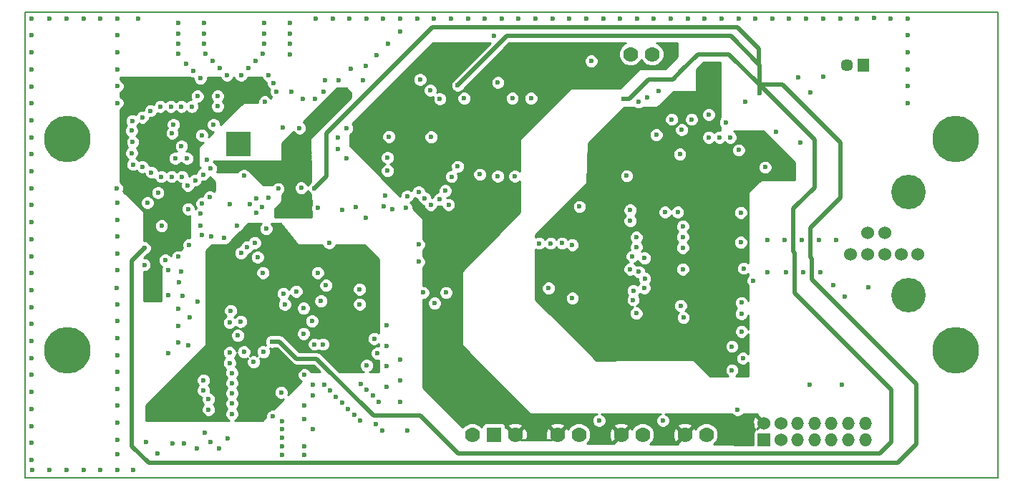
<source format=gbr>
G04 (created by PCBNEW-RS274X (2010-02-09)-RC2) date 30.03.2010 12:29:40*
G01*
G70*
G90*
%MOIN*%
G04 Gerber Fmt 3.4, Leading zero omitted, Abs format*
%FSLAX34Y34*%
G04 APERTURE LIST*
%ADD10C,0.005000*%
%ADD11C,0.007900*%
%ADD12R,0.060000X0.060000*%
%ADD13C,0.060000*%
%ADD14O,0.060000X0.060000*%
%ADD15R,0.057100X0.059100*%
%ADD16C,0.057100*%
%ADD17R,0.118100X0.118100*%
%ADD18C,0.043300*%
%ADD19C,0.070000*%
%ADD20R,0.070000X0.070000*%
%ADD21C,0.160000*%
%ADD22C,0.023600*%
%ADD23C,0.216500*%
%ADD24C,0.009800*%
%ADD25C,0.019700*%
%ADD26C,0.010000*%
G04 APERTURE END LIST*
G54D10*
G54D11*
X34780Y-44115D02*
X34780Y-22460D01*
X80060Y-44115D02*
X34780Y-44115D01*
X80060Y-22460D02*
X80060Y-44115D01*
X34780Y-22460D02*
X80060Y-22460D01*
G54D12*
X69170Y-42372D03*
G54D13*
X69170Y-41585D03*
X69957Y-42372D03*
X69957Y-41585D03*
G54D14*
X70745Y-42372D03*
X70745Y-41585D03*
X71532Y-42372D03*
X71532Y-41585D03*
X72320Y-42372D03*
X72320Y-41585D03*
X73107Y-42372D03*
X73107Y-41585D03*
X73894Y-42372D03*
X73894Y-41585D03*
G54D15*
X73810Y-24915D03*
G54D16*
X73023Y-24915D03*
G54D17*
X44700Y-28600D03*
G54D18*
X45000Y-28900D03*
X44700Y-28600D03*
X44400Y-28300D03*
X44400Y-28900D03*
X45000Y-28300D03*
G54D19*
X60560Y-42125D03*
X59560Y-42125D03*
X63525Y-42125D03*
X62525Y-42125D03*
X66495Y-42125D03*
X65495Y-42125D03*
G54D20*
X56595Y-42125D03*
G54D19*
X57595Y-42125D03*
X55595Y-42125D03*
X62970Y-24415D03*
X63970Y-24415D03*
G54D13*
X76352Y-33735D03*
X75565Y-33735D03*
X73203Y-33735D03*
X73990Y-33735D03*
X73990Y-32735D03*
X74790Y-33735D03*
X74790Y-32735D03*
G54D21*
X75890Y-35635D03*
X75890Y-30835D03*
G54D22*
X48650Y-37915D03*
X48250Y-37915D03*
X43545Y-27700D03*
X51650Y-29230D03*
X64470Y-41465D03*
X53095Y-30830D03*
X51715Y-28255D03*
X61135Y-24740D03*
X43245Y-29335D03*
X51650Y-29840D03*
X53380Y-31125D03*
X67950Y-40970D03*
X64570Y-31770D03*
X67390Y-27585D03*
X63235Y-32935D03*
X43065Y-30015D03*
X65160Y-31770D03*
X68300Y-26635D03*
X63235Y-33390D03*
X43415Y-29745D03*
X54490Y-31425D03*
X53660Y-31425D03*
X54340Y-30775D03*
X54075Y-31165D03*
X45605Y-25795D03*
X42375Y-27640D03*
X43375Y-30610D03*
X41800Y-33350D03*
X40685Y-35620D03*
X47650Y-28375D03*
X46000Y-29710D03*
X43715Y-29475D03*
X49360Y-26365D03*
X46675Y-31825D03*
X58915Y-42125D03*
X52775Y-26335D03*
X62250Y-25800D03*
X64900Y-24400D03*
X58240Y-42125D03*
X58500Y-25850D03*
X53605Y-34085D03*
X50265Y-27865D03*
X57580Y-30610D03*
X68575Y-41585D03*
X61880Y-42125D03*
X64850Y-42125D03*
X53980Y-34275D03*
X50195Y-33780D03*
X43715Y-33525D03*
X40955Y-41185D03*
X45060Y-41310D03*
X46505Y-32495D03*
X42360Y-40295D03*
X48155Y-33590D03*
X49920Y-38920D03*
X70290Y-29730D03*
X66575Y-25195D03*
X67010Y-36910D03*
X66390Y-38570D03*
X61275Y-35360D03*
X64850Y-26780D03*
X67110Y-34825D03*
X66105Y-28295D03*
X67190Y-32225D03*
X65150Y-28450D03*
X67170Y-32745D03*
X59185Y-34795D03*
X61135Y-31495D03*
X61240Y-33710D03*
X52565Y-31030D03*
X61500Y-41465D03*
X54625Y-30115D03*
X63620Y-33905D03*
X42690Y-30285D03*
X51475Y-31510D03*
X42790Y-35930D03*
X45855Y-34585D03*
X51875Y-31630D03*
X65295Y-36120D03*
X64275Y-26130D03*
X43135Y-42045D03*
X43415Y-42465D03*
X43080Y-40065D03*
X43315Y-40950D03*
X41425Y-38325D03*
X43315Y-40475D03*
X43080Y-39590D03*
X44405Y-40675D03*
X44405Y-39725D03*
X44295Y-38785D03*
X44960Y-38270D03*
X44295Y-38310D03*
X44405Y-39250D03*
X44405Y-40200D03*
X44405Y-41150D03*
X44195Y-42285D03*
X47110Y-22975D03*
X43105Y-22975D03*
X40040Y-22755D03*
X41890Y-22975D03*
X47110Y-23925D03*
X47110Y-23450D03*
X47115Y-24440D03*
X42935Y-25545D03*
X42265Y-24875D03*
X41890Y-23925D03*
X41890Y-23450D03*
X41905Y-24400D03*
X42600Y-25210D03*
X43740Y-26845D03*
X43740Y-26370D03*
X45500Y-24730D03*
X44830Y-25400D03*
X43840Y-25065D03*
X43170Y-24395D03*
X43105Y-23450D03*
X43105Y-23925D03*
X43505Y-24730D03*
X44175Y-25400D03*
X45165Y-25065D03*
X45835Y-24395D03*
X45890Y-23450D03*
X45890Y-22975D03*
X45890Y-23925D03*
X43375Y-31065D03*
X40655Y-29920D03*
X40240Y-29660D03*
X41105Y-30115D03*
X41595Y-30115D03*
X41625Y-42525D03*
X54915Y-29645D03*
X75870Y-26695D03*
X75870Y-25905D03*
X42350Y-30525D03*
X41900Y-37050D03*
X42450Y-36650D03*
X42085Y-30115D03*
X41900Y-36250D03*
X41895Y-37840D03*
X42100Y-35650D03*
X48785Y-35180D03*
X48550Y-35900D03*
X50350Y-36050D03*
X51620Y-37035D03*
X50350Y-35350D03*
X72950Y-35700D03*
X71800Y-34550D03*
X70200Y-34550D03*
G54D23*
X78090Y-38210D03*
G54D22*
X69350Y-34550D03*
X71000Y-34550D03*
X72400Y-35150D03*
X74050Y-35250D03*
X69350Y-33050D03*
X71750Y-33050D03*
X72550Y-33050D03*
X70950Y-33050D03*
X70150Y-33050D03*
G54D23*
X78090Y-28365D03*
G54D22*
X35075Y-40925D03*
X35910Y-43765D03*
X37490Y-43765D03*
X39070Y-43765D03*
X38280Y-43765D03*
X36700Y-43765D03*
X35120Y-43765D03*
X35075Y-42505D03*
X35075Y-37765D03*
X35075Y-36185D03*
X35075Y-34605D03*
X35075Y-33025D03*
X35075Y-31445D03*
X35075Y-29865D03*
X35075Y-28285D03*
X35075Y-26705D03*
X35075Y-25125D03*
X35075Y-23545D03*
X35910Y-22755D03*
X37490Y-22755D03*
X39070Y-22755D03*
X38280Y-22755D03*
X36700Y-22755D03*
X35075Y-22755D03*
X35075Y-24335D03*
X35075Y-25915D03*
X35075Y-27495D03*
X35075Y-29075D03*
X35075Y-30655D03*
X35075Y-32235D03*
X35075Y-33815D03*
X35075Y-35395D03*
X35075Y-36975D03*
X48400Y-34585D03*
X35075Y-41715D03*
X35075Y-43295D03*
X39070Y-26695D03*
X39070Y-25905D03*
X39050Y-30670D03*
X39070Y-38420D03*
X39070Y-37630D03*
G54D23*
X36750Y-38210D03*
X36750Y-28365D03*
G54D22*
X39075Y-25130D03*
X39070Y-24330D03*
X35075Y-39345D03*
X75870Y-24330D03*
X75865Y-25130D03*
X52245Y-23360D03*
X50625Y-24980D03*
X52245Y-22755D03*
X51685Y-23920D03*
X51125Y-24480D03*
X39070Y-33695D03*
X58555Y-22760D03*
X57755Y-22755D03*
X60120Y-22755D03*
X59330Y-22755D03*
X61700Y-22760D03*
X60905Y-22755D03*
X63265Y-22760D03*
X62480Y-22755D03*
X64845Y-22755D03*
X64055Y-22755D03*
X66420Y-22755D03*
X65630Y-22755D03*
X67995Y-22755D03*
X67205Y-22755D03*
X69570Y-22760D03*
X68780Y-22755D03*
X71145Y-22755D03*
X70355Y-22755D03*
X72730Y-22750D03*
X74310Y-22745D03*
X73505Y-22755D03*
X71930Y-22755D03*
X75875Y-23545D03*
X75870Y-22755D03*
X75080Y-22755D03*
X49095Y-22755D03*
X48305Y-22755D03*
X50670Y-22755D03*
X49880Y-22755D03*
X53820Y-22755D03*
X53030Y-22755D03*
X55400Y-22755D03*
X54605Y-22755D03*
X56970Y-22760D03*
X56180Y-22755D03*
X51120Y-41640D03*
X51400Y-41920D03*
X50095Y-41195D03*
X46755Y-41485D03*
X49535Y-40635D03*
X46755Y-42275D03*
X46755Y-43065D03*
X46755Y-42670D03*
X46755Y-41880D03*
X48695Y-39795D03*
X49255Y-40355D03*
X49815Y-40915D03*
X50380Y-41480D03*
X48975Y-40075D03*
X35075Y-38555D03*
X35075Y-40135D03*
X39070Y-32120D03*
X39070Y-31330D03*
X51455Y-22755D03*
X39070Y-32905D03*
X39035Y-35295D03*
X39070Y-34480D03*
X39070Y-39205D03*
X39070Y-36845D03*
X52580Y-41935D03*
X50960Y-40310D03*
X50400Y-39750D03*
X39070Y-43040D03*
X39070Y-42355D03*
X67685Y-38015D03*
X39075Y-40000D03*
X47785Y-42670D03*
X47785Y-43065D03*
X39070Y-41570D03*
X39070Y-40780D03*
X48180Y-41855D03*
X41760Y-29270D03*
X44830Y-33670D03*
X41620Y-28095D03*
X39070Y-36055D03*
X71935Y-25460D03*
X70765Y-25490D03*
X71345Y-26195D03*
X48390Y-31570D03*
X47635Y-30640D03*
X48935Y-33195D03*
X40325Y-34220D03*
X41300Y-34005D03*
X41125Y-32405D03*
X42365Y-31625D03*
X40470Y-31330D03*
X40960Y-30865D03*
X46865Y-36065D03*
X44815Y-36850D03*
X44345Y-36355D03*
X46800Y-35550D03*
X47400Y-35450D03*
X64165Y-28175D03*
X62785Y-30080D03*
X63340Y-26640D03*
X65260Y-29075D03*
X57460Y-26475D03*
X58330Y-26475D03*
X56785Y-25735D03*
X55215Y-26475D03*
X56615Y-23570D03*
X45460Y-33195D03*
X45115Y-33385D03*
X41425Y-34475D03*
X39070Y-23545D03*
X51620Y-38935D03*
X45815Y-31515D03*
X45235Y-31390D03*
X45535Y-31795D03*
X43440Y-32900D03*
X44055Y-32975D03*
X51030Y-37655D03*
X51620Y-37985D03*
X51620Y-39885D03*
X52225Y-38620D03*
X52225Y-40590D03*
X51240Y-40590D03*
X52225Y-39605D03*
X39820Y-43765D03*
X50680Y-40030D03*
X42540Y-26855D03*
X53095Y-34080D03*
X50495Y-25615D03*
X49945Y-25100D03*
X69230Y-29680D03*
X49385Y-25620D03*
X65805Y-27450D03*
X65345Y-27935D03*
X62950Y-34425D03*
X64880Y-27450D03*
X63745Y-26435D03*
X50635Y-32015D03*
X49345Y-28840D03*
X49755Y-29275D03*
X49530Y-31665D03*
X50175Y-31540D03*
X45995Y-32540D03*
X45595Y-33865D03*
X51185Y-38335D03*
X50675Y-38900D03*
X47740Y-37420D03*
X48130Y-36835D03*
X47740Y-36245D03*
X44675Y-37505D03*
X45870Y-38270D03*
X47780Y-39340D03*
X48185Y-39785D03*
X47780Y-41410D03*
X42765Y-42780D03*
X43805Y-42780D03*
X41425Y-35620D03*
X41955Y-35045D03*
X40955Y-42990D03*
X40400Y-42480D03*
X42380Y-37975D03*
X44290Y-36910D03*
X42050Y-34540D03*
X41895Y-33845D03*
X42415Y-33285D03*
X46350Y-25780D03*
X46110Y-25405D03*
X46315Y-41270D03*
X46700Y-40160D03*
X45415Y-38745D03*
X67105Y-28290D03*
X67605Y-28290D03*
X66605Y-27230D03*
X66605Y-28290D03*
X46560Y-30680D03*
X46105Y-31105D03*
X48180Y-40310D03*
X49350Y-28310D03*
X68000Y-28880D03*
X49755Y-27865D03*
X53680Y-28275D03*
X47180Y-26150D03*
X51545Y-31000D03*
X52500Y-31565D03*
X56780Y-30100D03*
X55945Y-30010D03*
X54085Y-26500D03*
X53640Y-26100D03*
X44295Y-31385D03*
X39735Y-29020D03*
X39785Y-28510D03*
X53300Y-35510D03*
X54375Y-35510D03*
X53840Y-36005D03*
X65400Y-34425D03*
X62945Y-32175D03*
X62950Y-31675D03*
X68195Y-38570D03*
X65395Y-32925D03*
X65395Y-32425D03*
X63095Y-35425D03*
X60585Y-31510D03*
X67685Y-39125D03*
X65425Y-36675D03*
X68135Y-37325D03*
X46785Y-27835D03*
X42940Y-32405D03*
X45555Y-31120D03*
X47555Y-27860D03*
X42055Y-28700D03*
X68225Y-34385D03*
X68125Y-35980D03*
X68125Y-36500D03*
X68095Y-31790D03*
X47780Y-40750D03*
X71320Y-39800D03*
X65395Y-33425D03*
X43005Y-31370D03*
X42940Y-31845D03*
X40235Y-27355D03*
X60250Y-33290D03*
X41680Y-27695D03*
X42795Y-26375D03*
X48270Y-26510D03*
X45935Y-26640D03*
X68675Y-34960D03*
X53165Y-25600D03*
X53095Y-33275D03*
X60255Y-35775D03*
X39760Y-27525D03*
X39795Y-29550D03*
X57580Y-30100D03*
X48670Y-26150D03*
X42315Y-29270D03*
X39730Y-27980D03*
X40620Y-27050D03*
X41560Y-26855D03*
X68095Y-33175D03*
X46475Y-26165D03*
X41070Y-26855D03*
X42050Y-26855D03*
X42995Y-32830D03*
X72800Y-39800D03*
X47720Y-26510D03*
X42175Y-42530D03*
X69735Y-28020D03*
X63085Y-35850D03*
X59775Y-33210D03*
X63045Y-33825D03*
X70860Y-28525D03*
X63230Y-36475D03*
X59150Y-35305D03*
X63605Y-35295D03*
X63350Y-34545D03*
X59245Y-33220D03*
X42995Y-28190D03*
X48740Y-25640D03*
X58715Y-33220D03*
X63625Y-34855D03*
X44960Y-30060D03*
X44630Y-32405D03*
X46265Y-37790D03*
X40335Y-33440D03*
X48250Y-30655D03*
X54920Y-25870D03*
X62625Y-26500D03*
X68960Y-25405D03*
X68960Y-26245D03*
X68960Y-25825D03*
G54D24*
X59560Y-42125D02*
X59505Y-42125D01*
X57650Y-42125D02*
X57875Y-42350D01*
X57875Y-42350D02*
X58165Y-42350D01*
X58165Y-42350D02*
X58240Y-42275D01*
X58915Y-42330D02*
X58915Y-42125D01*
X58935Y-42350D02*
X58915Y-42330D01*
X59280Y-42350D02*
X58935Y-42350D01*
X59505Y-42125D02*
X59280Y-42350D01*
X58240Y-42275D02*
X58240Y-42125D01*
X57595Y-42125D02*
X57650Y-42125D01*
G54D25*
X72110Y-31720D02*
X72725Y-31105D01*
X72725Y-28525D02*
X70025Y-25825D01*
X72725Y-31105D02*
X72725Y-28525D01*
X75200Y-38685D02*
X75200Y-38690D01*
X75200Y-38690D02*
X76270Y-39760D01*
X70605Y-34935D02*
X70605Y-35520D01*
X70605Y-35520D02*
X75115Y-40030D01*
X71400Y-34885D02*
X75200Y-38685D01*
X71400Y-33930D02*
X71400Y-34885D01*
X71340Y-33870D02*
X71400Y-33930D01*
X71340Y-32490D02*
X71340Y-33870D01*
X72110Y-31720D02*
X72110Y-31720D01*
X72110Y-31720D02*
X71340Y-32490D01*
X71535Y-28385D02*
X71535Y-30630D01*
X71530Y-30635D02*
X71530Y-30620D01*
X71535Y-30630D02*
X71530Y-30635D01*
X70640Y-31510D02*
X71530Y-30620D01*
X54930Y-43005D02*
X74585Y-43005D01*
X53170Y-41245D02*
X54930Y-43005D01*
X75115Y-42475D02*
X75115Y-40030D01*
X74585Y-43005D02*
X75115Y-42475D01*
X51005Y-41245D02*
X53170Y-41245D01*
X48345Y-38585D02*
X51005Y-41245D01*
X47415Y-38585D02*
X48345Y-38585D01*
X46620Y-37790D02*
X47415Y-38585D01*
X46265Y-37790D02*
X46620Y-37790D01*
X70605Y-34935D02*
X70605Y-33660D01*
X70605Y-33660D02*
X70545Y-33600D01*
X70545Y-33600D02*
X70545Y-31605D01*
X70545Y-31605D02*
X70640Y-31510D01*
X71300Y-28160D02*
X71310Y-28160D01*
X71310Y-28160D02*
X71535Y-28385D01*
X76270Y-42565D02*
X76270Y-41920D01*
X75390Y-43445D02*
X76270Y-42565D01*
X76270Y-41920D02*
X76270Y-39760D01*
X74745Y-43445D02*
X75390Y-43445D01*
X39750Y-34800D02*
X39750Y-34025D01*
X39750Y-34025D02*
X40335Y-33440D01*
X40540Y-43445D02*
X74745Y-43445D01*
X39750Y-42655D02*
X40540Y-43445D01*
X39750Y-34800D02*
X39750Y-42655D01*
X70045Y-26905D02*
X71300Y-28160D01*
X68960Y-25825D02*
X70025Y-25825D01*
X70040Y-26905D02*
X70045Y-26905D01*
X64933Y-25592D02*
X65350Y-25175D01*
X63813Y-25592D02*
X64933Y-25592D01*
X68950Y-24150D02*
X68950Y-24905D01*
X67950Y-23150D02*
X68950Y-24150D01*
X53750Y-23150D02*
X67950Y-23150D01*
X48800Y-28100D02*
X53750Y-23150D01*
X48250Y-30650D02*
X48800Y-30100D01*
X67625Y-23580D02*
X68950Y-24905D01*
X48250Y-30655D02*
X48250Y-30650D01*
X48800Y-30100D02*
X48800Y-28100D01*
X57200Y-23580D02*
X67625Y-23580D01*
X54920Y-25860D02*
X57200Y-23580D01*
X54920Y-25870D02*
X54920Y-25860D01*
X62905Y-26500D02*
X63813Y-25592D01*
X70040Y-26905D02*
X68960Y-25825D01*
X62625Y-26500D02*
X62905Y-26500D01*
X68960Y-25405D02*
X68960Y-25825D01*
X67550Y-24415D02*
X68960Y-25825D01*
X65350Y-25175D02*
X66110Y-24415D01*
X66110Y-24415D02*
X67550Y-24415D01*
X68950Y-24905D02*
X68960Y-24915D01*
X68960Y-24915D02*
X68960Y-25405D01*
X68960Y-25825D02*
X68960Y-26245D01*
G54D26*
X66370Y-24800D02*
X67150Y-24800D01*
X66290Y-24880D02*
X67150Y-24880D01*
X66210Y-24960D02*
X67150Y-24960D01*
X66130Y-25040D02*
X67150Y-25040D01*
X66050Y-25120D02*
X67150Y-25120D01*
X66050Y-25200D02*
X67150Y-25200D01*
X66050Y-25280D02*
X67150Y-25280D01*
X66050Y-25360D02*
X67150Y-25360D01*
X66050Y-25440D02*
X67150Y-25440D01*
X66050Y-25520D02*
X67150Y-25520D01*
X66050Y-25600D02*
X67150Y-25600D01*
X66050Y-25680D02*
X67150Y-25680D01*
X66050Y-25760D02*
X67150Y-25760D01*
X66050Y-25840D02*
X67150Y-25840D01*
X66050Y-25920D02*
X67150Y-25920D01*
X66050Y-26000D02*
X67150Y-26000D01*
X66050Y-26080D02*
X67150Y-26080D01*
X64960Y-26160D02*
X67150Y-26160D01*
X64880Y-26240D02*
X67150Y-26240D01*
X64800Y-26320D02*
X67150Y-26320D01*
X64720Y-26400D02*
X67150Y-26400D01*
X64640Y-26480D02*
X67150Y-26480D01*
X64560Y-26560D02*
X67150Y-26560D01*
X64480Y-26640D02*
X67150Y-26640D01*
X64400Y-26720D02*
X67150Y-26720D01*
X64320Y-26800D02*
X67150Y-26800D01*
X64240Y-26880D02*
X67150Y-26880D01*
X62610Y-26960D02*
X63255Y-26960D01*
X63424Y-26960D02*
X66411Y-26960D01*
X66799Y-26960D02*
X67150Y-26960D01*
X62530Y-27040D02*
X66331Y-27040D01*
X66879Y-27040D02*
X67150Y-27040D01*
X62450Y-27120D02*
X66296Y-27120D01*
X66915Y-27120D02*
X67150Y-27120D01*
X62370Y-27200D02*
X64666Y-27200D01*
X65094Y-27200D02*
X65591Y-27200D01*
X66019Y-27200D02*
X66277Y-27200D01*
X66933Y-27200D02*
X67150Y-27200D01*
X62290Y-27280D02*
X64596Y-27280D01*
X65165Y-27280D02*
X65521Y-27280D01*
X66090Y-27280D02*
X66277Y-27280D01*
X66933Y-27280D02*
X67150Y-27280D01*
X62210Y-27360D02*
X64563Y-27360D01*
X65198Y-27360D02*
X65488Y-27360D01*
X66123Y-27360D02*
X66303Y-27360D01*
X66906Y-27360D02*
X67150Y-27360D01*
X62130Y-27440D02*
X64552Y-27440D01*
X65208Y-27440D02*
X65477Y-27440D01*
X66133Y-27440D02*
X66351Y-27440D01*
X66859Y-27440D02*
X67096Y-27440D01*
X62050Y-27520D02*
X64554Y-27520D01*
X65205Y-27520D02*
X65479Y-27520D01*
X66130Y-27520D02*
X66448Y-27520D01*
X66761Y-27520D02*
X67062Y-27520D01*
X61970Y-27600D02*
X64587Y-27600D01*
X65172Y-27600D02*
X65512Y-27600D01*
X66097Y-27600D02*
X67062Y-27600D01*
X61890Y-27680D02*
X64646Y-27680D01*
X65114Y-27680D02*
X65136Y-27680D01*
X65554Y-27680D02*
X65571Y-27680D01*
X66039Y-27680D02*
X67074Y-27680D01*
X61810Y-27760D02*
X64771Y-27760D01*
X64988Y-27760D02*
X65063Y-27760D01*
X65628Y-27760D02*
X65696Y-27760D01*
X65913Y-27760D02*
X67107Y-27760D01*
X61730Y-27840D02*
X65030Y-27840D01*
X65661Y-27840D02*
X67150Y-27840D01*
X61650Y-27920D02*
X63956Y-27920D01*
X64374Y-27920D02*
X65017Y-27920D01*
X65673Y-27920D02*
X67150Y-27920D01*
X61570Y-28000D02*
X63883Y-28000D01*
X64448Y-28000D02*
X65017Y-28000D01*
X65673Y-28000D02*
X66449Y-28000D01*
X66762Y-28000D02*
X66949Y-28000D01*
X67761Y-28000D02*
X69129Y-28000D01*
X61490Y-28080D02*
X63850Y-28080D01*
X64481Y-28080D02*
X65050Y-28080D01*
X65639Y-28080D02*
X66351Y-28080D01*
X67859Y-28080D02*
X69209Y-28080D01*
X61410Y-28160D02*
X63837Y-28160D01*
X64493Y-28160D02*
X65106Y-28160D01*
X65584Y-28160D02*
X66304Y-28160D01*
X67907Y-28160D02*
X69289Y-28160D01*
X61330Y-28240D02*
X63837Y-28240D01*
X64493Y-28240D02*
X65224Y-28240D01*
X65465Y-28240D02*
X66277Y-28240D01*
X67933Y-28240D02*
X69369Y-28240D01*
X61250Y-28320D02*
X63870Y-28320D01*
X64459Y-28320D02*
X66277Y-28320D01*
X67933Y-28320D02*
X69449Y-28320D01*
X61170Y-28400D02*
X63926Y-28400D01*
X64404Y-28400D02*
X66295Y-28400D01*
X67914Y-28400D02*
X69529Y-28400D01*
X61090Y-28480D02*
X64044Y-28480D01*
X64285Y-28480D02*
X66331Y-28480D01*
X67879Y-28480D02*
X69609Y-28480D01*
X61010Y-28560D02*
X66411Y-28560D01*
X66798Y-28560D02*
X66911Y-28560D01*
X67299Y-28560D02*
X67411Y-28560D01*
X67799Y-28560D02*
X67916Y-28560D01*
X68085Y-28560D02*
X69689Y-28560D01*
X60997Y-28640D02*
X67776Y-28640D01*
X68224Y-28640D02*
X69769Y-28640D01*
X60994Y-28720D02*
X67712Y-28720D01*
X68289Y-28720D02*
X69849Y-28720D01*
X60992Y-28800D02*
X65071Y-28800D01*
X65449Y-28800D02*
X67679Y-28800D01*
X68322Y-28800D02*
X69929Y-28800D01*
X60990Y-28880D02*
X64991Y-28880D01*
X65529Y-28880D02*
X67672Y-28880D01*
X68328Y-28880D02*
X70009Y-28880D01*
X60988Y-28960D02*
X64953Y-28960D01*
X65568Y-28960D02*
X67678Y-28960D01*
X68321Y-28960D02*
X70089Y-28960D01*
X60986Y-29040D02*
X64932Y-29040D01*
X65588Y-29040D02*
X67711Y-29040D01*
X68288Y-29040D02*
X70169Y-29040D01*
X60984Y-29120D02*
X64932Y-29120D01*
X65588Y-29120D02*
X67776Y-29120D01*
X68224Y-29120D02*
X70249Y-29120D01*
X60982Y-29200D02*
X64956Y-29200D01*
X65563Y-29200D02*
X67915Y-29200D01*
X68084Y-29200D02*
X70329Y-29200D01*
X60979Y-29280D02*
X65001Y-29280D01*
X65519Y-29280D02*
X70409Y-29280D01*
X60977Y-29360D02*
X65090Y-29360D01*
X65429Y-29360D02*
X69146Y-29360D01*
X69315Y-29360D02*
X70489Y-29360D01*
X60975Y-29440D02*
X69006Y-29440D01*
X69454Y-29440D02*
X70569Y-29440D01*
X60973Y-29520D02*
X68942Y-29520D01*
X69519Y-29520D02*
X70600Y-29520D01*
X60971Y-29600D02*
X68909Y-29600D01*
X69552Y-29600D02*
X70600Y-29600D01*
X60969Y-29680D02*
X68902Y-29680D01*
X69558Y-29680D02*
X70600Y-29680D01*
X60966Y-29760D02*
X62701Y-29760D01*
X62870Y-29760D02*
X68908Y-29760D01*
X69551Y-29760D02*
X70600Y-29760D01*
X60964Y-29840D02*
X62561Y-29840D01*
X63009Y-29840D02*
X68941Y-29840D01*
X69518Y-29840D02*
X70600Y-29840D01*
X60962Y-29920D02*
X62497Y-29920D01*
X63074Y-29920D02*
X69006Y-29920D01*
X69454Y-29920D02*
X70600Y-29920D01*
X60960Y-30000D02*
X62464Y-30000D01*
X63107Y-30000D02*
X69145Y-30000D01*
X69314Y-30000D02*
X70600Y-30000D01*
X60958Y-30080D02*
X62457Y-30080D01*
X63113Y-30080D02*
X70600Y-30080D01*
X60956Y-30160D02*
X62463Y-30160D01*
X63106Y-30160D02*
X70600Y-30160D01*
X60953Y-30240D02*
X62496Y-30240D01*
X63073Y-30240D02*
X70600Y-30240D01*
X60951Y-30320D02*
X62561Y-30320D01*
X63009Y-30320D02*
X68959Y-30320D01*
X60949Y-30400D02*
X62700Y-30400D01*
X62869Y-30400D02*
X68879Y-30400D01*
X60890Y-30480D02*
X68799Y-30480D01*
X60810Y-30560D02*
X68719Y-30560D01*
X60730Y-30640D02*
X68639Y-30640D01*
X60650Y-30720D02*
X68559Y-30720D01*
X60570Y-30800D02*
X68479Y-30800D01*
X60490Y-30880D02*
X68450Y-30880D01*
X60410Y-30960D02*
X68450Y-30960D01*
X60330Y-31040D02*
X68450Y-31040D01*
X60250Y-31120D02*
X68450Y-31120D01*
X60170Y-31200D02*
X60477Y-31200D01*
X60694Y-31200D02*
X68450Y-31200D01*
X60090Y-31280D02*
X60351Y-31280D01*
X60819Y-31280D02*
X68450Y-31280D01*
X60010Y-31360D02*
X60293Y-31360D01*
X60878Y-31360D02*
X62854Y-31360D01*
X63047Y-31360D02*
X68450Y-31360D01*
X59930Y-31440D02*
X60260Y-31440D01*
X60911Y-31440D02*
X62720Y-31440D01*
X63179Y-31440D02*
X68450Y-31440D01*
X59850Y-31520D02*
X60257Y-31520D01*
X60913Y-31520D02*
X62660Y-31520D01*
X63241Y-31520D02*
X64356Y-31520D01*
X64784Y-31520D02*
X64946Y-31520D01*
X65374Y-31520D02*
X67901Y-31520D01*
X68289Y-31520D02*
X68450Y-31520D01*
X59770Y-31600D02*
X60267Y-31600D01*
X60902Y-31600D02*
X62627Y-31600D01*
X63274Y-31600D02*
X64286Y-31600D01*
X64855Y-31600D02*
X64876Y-31600D01*
X65445Y-31600D02*
X67821Y-31600D01*
X68369Y-31600D02*
X68450Y-31600D01*
X59690Y-31680D02*
X60300Y-31680D01*
X60869Y-31680D02*
X62622Y-31680D01*
X63278Y-31680D02*
X64253Y-31680D01*
X65478Y-31680D02*
X67786Y-31680D01*
X68405Y-31680D02*
X68450Y-31680D01*
X59610Y-31760D02*
X60371Y-31760D01*
X60799Y-31760D02*
X62630Y-31760D01*
X63269Y-31760D02*
X64242Y-31760D01*
X65488Y-31760D02*
X67767Y-31760D01*
X68423Y-31760D02*
X68450Y-31760D01*
X59530Y-31840D02*
X62663Y-31840D01*
X63236Y-31840D02*
X64244Y-31840D01*
X65485Y-31840D02*
X67767Y-31840D01*
X68423Y-31840D02*
X68450Y-31840D01*
X59450Y-31920D02*
X62731Y-31920D01*
X63168Y-31920D02*
X64277Y-31920D01*
X64862Y-31920D02*
X64867Y-31920D01*
X65452Y-31920D02*
X67793Y-31920D01*
X68396Y-31920D02*
X68450Y-31920D01*
X59370Y-32000D02*
X62663Y-32000D01*
X63228Y-32000D02*
X64336Y-32000D01*
X64804Y-32000D02*
X64926Y-32000D01*
X65394Y-32000D02*
X67841Y-32000D01*
X68349Y-32000D02*
X68450Y-32000D01*
X59290Y-32080D02*
X62630Y-32080D01*
X63261Y-32080D02*
X64461Y-32080D01*
X64678Y-32080D02*
X65051Y-32080D01*
X65268Y-32080D02*
X67938Y-32080D01*
X68251Y-32080D02*
X68450Y-32080D01*
X59210Y-32160D02*
X62617Y-32160D01*
X63273Y-32160D02*
X65196Y-32160D01*
X65594Y-32160D02*
X68450Y-32160D01*
X59130Y-32240D02*
X62617Y-32240D01*
X63273Y-32240D02*
X65117Y-32240D01*
X65674Y-32240D02*
X68450Y-32240D01*
X59050Y-32320D02*
X62650Y-32320D01*
X63239Y-32320D02*
X65084Y-32320D01*
X65707Y-32320D02*
X68450Y-32320D01*
X58970Y-32400D02*
X62706Y-32400D01*
X63184Y-32400D02*
X65067Y-32400D01*
X65723Y-32400D02*
X68450Y-32400D01*
X58890Y-32480D02*
X62824Y-32480D01*
X63065Y-32480D02*
X65067Y-32480D01*
X65723Y-32480D02*
X68450Y-32480D01*
X58810Y-32560D02*
X65095Y-32560D01*
X65694Y-32560D02*
X68450Y-32560D01*
X58730Y-32640D02*
X63091Y-32640D01*
X63380Y-32640D02*
X65146Y-32640D01*
X65643Y-32640D02*
X68450Y-32640D01*
X58650Y-32720D02*
X62986Y-32720D01*
X63484Y-32720D02*
X65136Y-32720D01*
X65654Y-32720D02*
X68450Y-32720D01*
X58570Y-32800D02*
X62936Y-32800D01*
X63535Y-32800D02*
X65092Y-32800D01*
X65699Y-32800D02*
X68450Y-32800D01*
X58550Y-32880D02*
X62907Y-32880D01*
X63563Y-32880D02*
X65067Y-32880D01*
X65723Y-32880D02*
X67951Y-32880D01*
X68240Y-32880D02*
X68450Y-32880D01*
X58919Y-32960D02*
X59041Y-32960D01*
X59449Y-32960D02*
X59561Y-32960D01*
X59989Y-32960D02*
X62907Y-32960D01*
X63563Y-32960D02*
X65067Y-32960D01*
X65723Y-32960D02*
X67846Y-32960D01*
X68344Y-32960D02*
X68450Y-32960D01*
X60465Y-33040D02*
X62923Y-33040D01*
X63546Y-33040D02*
X65087Y-33040D01*
X65702Y-33040D02*
X67796Y-33040D01*
X68395Y-33040D02*
X68450Y-33040D01*
X60535Y-33120D02*
X62956Y-33120D01*
X63513Y-33120D02*
X65126Y-33120D01*
X65663Y-33120D02*
X67767Y-33120D01*
X68423Y-33120D02*
X68450Y-33120D01*
X60568Y-33200D02*
X62961Y-33200D01*
X63509Y-33200D02*
X65155Y-33200D01*
X65634Y-33200D02*
X67767Y-33200D01*
X68423Y-33200D02*
X68450Y-33200D01*
X60578Y-33280D02*
X62926Y-33280D01*
X63545Y-33280D02*
X65101Y-33280D01*
X65690Y-33280D02*
X67783Y-33280D01*
X68406Y-33280D02*
X68450Y-33280D01*
X60575Y-33360D02*
X62907Y-33360D01*
X63563Y-33360D02*
X65067Y-33360D01*
X65723Y-33360D02*
X67816Y-33360D01*
X68373Y-33360D02*
X68450Y-33360D01*
X58957Y-33440D02*
X59001Y-33440D01*
X59487Y-33440D02*
X59541Y-33440D01*
X60542Y-33440D02*
X62907Y-33440D01*
X63563Y-33440D02*
X65067Y-33440D01*
X65723Y-33440D02*
X67896Y-33440D01*
X68294Y-33440D02*
X68450Y-33440D01*
X58550Y-33520D02*
X58583Y-33520D01*
X58847Y-33520D02*
X59112Y-33520D01*
X59377Y-33520D02*
X59666Y-33520D01*
X59883Y-33520D02*
X60016Y-33520D01*
X60484Y-33520D02*
X62923Y-33520D01*
X63536Y-33520D02*
X65079Y-33520D01*
X65710Y-33520D02*
X68450Y-33520D01*
X58550Y-33600D02*
X60141Y-33600D01*
X60358Y-33600D02*
X62806Y-33600D01*
X63488Y-33600D02*
X63499Y-33600D01*
X63741Y-33600D02*
X65112Y-33600D01*
X65677Y-33600D02*
X68450Y-33600D01*
X58550Y-33680D02*
X62751Y-33680D01*
X63859Y-33680D02*
X65186Y-33680D01*
X65604Y-33680D02*
X68450Y-33680D01*
X58550Y-33760D02*
X62717Y-33760D01*
X63915Y-33760D02*
X68450Y-33760D01*
X58550Y-33840D02*
X62717Y-33840D01*
X63948Y-33840D02*
X68450Y-33840D01*
X58550Y-33920D02*
X62729Y-33920D01*
X63948Y-33920D02*
X68450Y-33920D01*
X58550Y-34000D02*
X62762Y-34000D01*
X63935Y-34000D02*
X68450Y-34000D01*
X58550Y-34080D02*
X62836Y-34080D01*
X63253Y-34080D02*
X63337Y-34080D01*
X63902Y-34080D02*
X68105Y-34080D01*
X68346Y-34080D02*
X68450Y-34080D01*
X58550Y-34160D02*
X62751Y-34160D01*
X63149Y-34160D02*
X63411Y-34160D01*
X63829Y-34160D02*
X65201Y-34160D01*
X65599Y-34160D02*
X67986Y-34160D01*
X58550Y-34240D02*
X62672Y-34240D01*
X63471Y-34240D02*
X65122Y-34240D01*
X65679Y-34240D02*
X67931Y-34240D01*
X58550Y-34320D02*
X62639Y-34320D01*
X63589Y-34320D02*
X65089Y-34320D01*
X65712Y-34320D02*
X67897Y-34320D01*
X58550Y-34400D02*
X62622Y-34400D01*
X63645Y-34400D02*
X65072Y-34400D01*
X65728Y-34400D02*
X67897Y-34400D01*
X58550Y-34480D02*
X62622Y-34480D01*
X63678Y-34480D02*
X65072Y-34480D01*
X65728Y-34480D02*
X67909Y-34480D01*
X58550Y-34560D02*
X62650Y-34560D01*
X63770Y-34560D02*
X65100Y-34560D01*
X65699Y-34560D02*
X67942Y-34560D01*
X58550Y-34640D02*
X62701Y-34640D01*
X63874Y-34640D02*
X65151Y-34640D01*
X65649Y-34640D02*
X68016Y-34640D01*
X68434Y-34640D02*
X68450Y-34640D01*
X58550Y-34720D02*
X62805Y-34720D01*
X63925Y-34720D02*
X65255Y-34720D01*
X65544Y-34720D02*
X68450Y-34720D01*
X58550Y-34800D02*
X63141Y-34800D01*
X63953Y-34800D02*
X68387Y-34800D01*
X58550Y-34880D02*
X63297Y-34880D01*
X63953Y-34880D02*
X68354Y-34880D01*
X58550Y-34960D02*
X63313Y-34960D01*
X63936Y-34960D02*
X68347Y-34960D01*
X58550Y-35040D02*
X58951Y-35040D01*
X59349Y-35040D02*
X63346Y-35040D01*
X63903Y-35040D02*
X68353Y-35040D01*
X58550Y-35120D02*
X58872Y-35120D01*
X59429Y-35120D02*
X62975Y-35120D01*
X63216Y-35120D02*
X63323Y-35120D01*
X63888Y-35120D02*
X68386Y-35120D01*
X58550Y-35200D02*
X58839Y-35200D01*
X59462Y-35200D02*
X62856Y-35200D01*
X63921Y-35200D02*
X68450Y-35200D01*
X58550Y-35280D02*
X58822Y-35280D01*
X59478Y-35280D02*
X62801Y-35280D01*
X63933Y-35280D02*
X68450Y-35280D01*
X58550Y-35360D02*
X58822Y-35360D01*
X59478Y-35360D02*
X62767Y-35360D01*
X63933Y-35360D02*
X68450Y-35360D01*
X58550Y-35440D02*
X58850Y-35440D01*
X59449Y-35440D02*
X62767Y-35440D01*
X63899Y-35440D02*
X68450Y-35440D01*
X58550Y-35520D02*
X58901Y-35520D01*
X59399Y-35520D02*
X60046Y-35520D01*
X60464Y-35520D02*
X62779Y-35520D01*
X63844Y-35520D02*
X68450Y-35520D01*
X58550Y-35600D02*
X59005Y-35600D01*
X59294Y-35600D02*
X59973Y-35600D01*
X60538Y-35600D02*
X62812Y-35600D01*
X63377Y-35600D02*
X63484Y-35600D01*
X63725Y-35600D02*
X68450Y-35600D01*
X58550Y-35680D02*
X59940Y-35680D01*
X60571Y-35680D02*
X62801Y-35680D01*
X63370Y-35680D02*
X67993Y-35680D01*
X68258Y-35680D02*
X68450Y-35680D01*
X58550Y-35760D02*
X59927Y-35760D01*
X60583Y-35760D02*
X62768Y-35760D01*
X63403Y-35760D02*
X67881Y-35760D01*
X68369Y-35760D02*
X68450Y-35760D01*
X58562Y-35840D02*
X59927Y-35840D01*
X60583Y-35840D02*
X62757Y-35840D01*
X63413Y-35840D02*
X65114Y-35840D01*
X65477Y-35840D02*
X67828Y-35840D01*
X68423Y-35840D02*
X68450Y-35840D01*
X58642Y-35920D02*
X59960Y-35920D01*
X60549Y-35920D02*
X62759Y-35920D01*
X63410Y-35920D02*
X65031Y-35920D01*
X65559Y-35920D02*
X67797Y-35920D01*
X58722Y-36000D02*
X60016Y-36000D01*
X60494Y-36000D02*
X62792Y-36000D01*
X63377Y-36000D02*
X64990Y-36000D01*
X65601Y-36000D02*
X67797Y-36000D01*
X58802Y-36080D02*
X60134Y-36080D01*
X60375Y-36080D02*
X62851Y-36080D01*
X63319Y-36080D02*
X64967Y-36080D01*
X65623Y-36080D02*
X67811Y-36080D01*
X58882Y-36160D02*
X62976Y-36160D01*
X63327Y-36160D02*
X64967Y-36160D01*
X65623Y-36160D02*
X67844Y-36160D01*
X58962Y-36240D02*
X63001Y-36240D01*
X63459Y-36240D02*
X64989Y-36240D01*
X65600Y-36240D02*
X67920Y-36240D01*
X59042Y-36320D02*
X62940Y-36320D01*
X63521Y-36320D02*
X65031Y-36320D01*
X65558Y-36320D02*
X67845Y-36320D01*
X59122Y-36400D02*
X62907Y-36400D01*
X63554Y-36400D02*
X65113Y-36400D01*
X65614Y-36400D02*
X67812Y-36400D01*
X59202Y-36480D02*
X62902Y-36480D01*
X63558Y-36480D02*
X65156Y-36480D01*
X65694Y-36480D02*
X67797Y-36480D01*
X59282Y-36560D02*
X62910Y-36560D01*
X63549Y-36560D02*
X65118Y-36560D01*
X65733Y-36560D02*
X67797Y-36560D01*
X59362Y-36640D02*
X62943Y-36640D01*
X63516Y-36640D02*
X65097Y-36640D01*
X65753Y-36640D02*
X67827Y-36640D01*
X68421Y-36640D02*
X68450Y-36640D01*
X59442Y-36720D02*
X63011Y-36720D01*
X63449Y-36720D02*
X65097Y-36720D01*
X65753Y-36720D02*
X67881Y-36720D01*
X68369Y-36720D02*
X68450Y-36720D01*
X59522Y-36800D02*
X63157Y-36800D01*
X63302Y-36800D02*
X65121Y-36800D01*
X65728Y-36800D02*
X67992Y-36800D01*
X68257Y-36800D02*
X68450Y-36800D01*
X59602Y-36880D02*
X65166Y-36880D01*
X65684Y-36880D02*
X68450Y-36880D01*
X59682Y-36960D02*
X65255Y-36960D01*
X65594Y-36960D02*
X68450Y-36960D01*
X59762Y-37040D02*
X67966Y-37040D01*
X68305Y-37040D02*
X68450Y-37040D01*
X59842Y-37120D02*
X67876Y-37120D01*
X68394Y-37120D02*
X68450Y-37120D01*
X59922Y-37200D02*
X67832Y-37200D01*
X68439Y-37200D02*
X68450Y-37200D01*
X60002Y-37280D02*
X67807Y-37280D01*
X60082Y-37360D02*
X67807Y-37360D01*
X60162Y-37440D02*
X67827Y-37440D01*
X68442Y-37440D02*
X68450Y-37440D01*
X60242Y-37520D02*
X67866Y-37520D01*
X68404Y-37520D02*
X68450Y-37520D01*
X60322Y-37600D02*
X67946Y-37600D01*
X68324Y-37600D02*
X68450Y-37600D01*
X60402Y-37680D02*
X68450Y-37680D01*
X60482Y-37760D02*
X67476Y-37760D01*
X67894Y-37760D02*
X68450Y-37760D01*
X60562Y-37840D02*
X67403Y-37840D01*
X67968Y-37840D02*
X68450Y-37840D01*
X60642Y-37920D02*
X67370Y-37920D01*
X68001Y-37920D02*
X68450Y-37920D01*
X60722Y-38000D02*
X67357Y-38000D01*
X68013Y-38000D02*
X68450Y-38000D01*
X60802Y-38080D02*
X67357Y-38080D01*
X68013Y-38080D02*
X68450Y-38080D01*
X60882Y-38160D02*
X67390Y-38160D01*
X67979Y-38160D02*
X68450Y-38160D01*
X60962Y-38240D02*
X67446Y-38240D01*
X67924Y-38240D02*
X68450Y-38240D01*
X61042Y-38320D02*
X67564Y-38320D01*
X67805Y-38320D02*
X67981Y-38320D01*
X68409Y-38320D02*
X68450Y-38320D01*
X61122Y-38400D02*
X67911Y-38400D01*
X61202Y-38480D02*
X67878Y-38480D01*
X61282Y-38560D02*
X67867Y-38560D01*
X61362Y-38640D02*
X67869Y-38640D01*
X65996Y-38720D02*
X67902Y-38720D01*
X66075Y-38800D02*
X67613Y-38800D01*
X67758Y-38800D02*
X67961Y-38800D01*
X68429Y-38800D02*
X68450Y-38800D01*
X66155Y-38880D02*
X67466Y-38880D01*
X67904Y-38880D02*
X68086Y-38880D01*
X68303Y-38880D02*
X68450Y-38880D01*
X66234Y-38960D02*
X67399Y-38960D01*
X67972Y-38960D02*
X68450Y-38960D01*
X66313Y-39040D02*
X67366Y-39040D01*
X68005Y-39040D02*
X68450Y-39040D01*
X66393Y-39120D02*
X67357Y-39120D01*
X68013Y-39120D02*
X68450Y-39120D01*
X66472Y-39200D02*
X67361Y-39200D01*
X68008Y-39200D02*
X68450Y-39200D01*
X66551Y-39280D02*
X67394Y-39280D01*
X67975Y-39280D02*
X68450Y-39280D01*
X66631Y-39360D02*
X67455Y-39360D01*
X67913Y-39360D02*
X68450Y-39360D01*
X68450Y-39400D02*
X68450Y-38779D01*
X68381Y-38848D01*
X68260Y-38898D01*
X68130Y-38898D01*
X68009Y-38848D01*
X67917Y-38756D01*
X67867Y-38635D01*
X67867Y-38505D01*
X67917Y-38384D01*
X68009Y-38292D01*
X68130Y-38242D01*
X68260Y-38242D01*
X68381Y-38292D01*
X68450Y-38361D01*
X68450Y-37421D01*
X68413Y-37511D01*
X68321Y-37603D01*
X68200Y-37653D01*
X68070Y-37653D01*
X67949Y-37603D01*
X67857Y-37511D01*
X67807Y-37390D01*
X67807Y-37260D01*
X67857Y-37139D01*
X67949Y-37047D01*
X68070Y-36997D01*
X68200Y-36997D01*
X68321Y-37047D01*
X68413Y-37139D01*
X68450Y-37228D01*
X68450Y-36572D01*
X68403Y-36686D01*
X68311Y-36778D01*
X68190Y-36828D01*
X68060Y-36828D01*
X67939Y-36778D01*
X67847Y-36686D01*
X67797Y-36565D01*
X67797Y-36435D01*
X67847Y-36314D01*
X67920Y-36239D01*
X67847Y-36166D01*
X67797Y-36045D01*
X67797Y-35915D01*
X67847Y-35794D01*
X67939Y-35702D01*
X68060Y-35652D01*
X68190Y-35652D01*
X68311Y-35702D01*
X68403Y-35794D01*
X68450Y-35907D01*
X68450Y-35199D01*
X68397Y-35146D01*
X68347Y-35025D01*
X68347Y-34895D01*
X68397Y-34774D01*
X68450Y-34721D01*
X68450Y-34624D01*
X68411Y-34663D01*
X68290Y-34713D01*
X68160Y-34713D01*
X68039Y-34663D01*
X67947Y-34571D01*
X67897Y-34450D01*
X67897Y-34320D01*
X67947Y-34199D01*
X68030Y-34116D01*
X68030Y-33503D01*
X67909Y-33453D01*
X67817Y-33361D01*
X67767Y-33240D01*
X67767Y-33110D01*
X67817Y-32989D01*
X67909Y-32897D01*
X68030Y-32847D01*
X68030Y-32118D01*
X67909Y-32068D01*
X67817Y-31976D01*
X67767Y-31855D01*
X67767Y-31725D01*
X67817Y-31604D01*
X67909Y-31512D01*
X67935Y-31501D01*
X67935Y-29208D01*
X67814Y-29158D01*
X67722Y-29066D01*
X67672Y-28945D01*
X67672Y-28815D01*
X67722Y-28694D01*
X67814Y-28602D01*
X67935Y-28552D01*
X68065Y-28552D01*
X68186Y-28602D01*
X68278Y-28694D01*
X68328Y-28815D01*
X68328Y-28945D01*
X68278Y-29066D01*
X68186Y-29158D01*
X68065Y-29208D01*
X67935Y-29208D01*
X67935Y-31501D01*
X68030Y-31462D01*
X68160Y-31462D01*
X68281Y-31512D01*
X68373Y-31604D01*
X68423Y-31725D01*
X68423Y-31855D01*
X68373Y-31976D01*
X68281Y-32068D01*
X68160Y-32118D01*
X68030Y-32118D01*
X68030Y-32847D01*
X68160Y-32847D01*
X68281Y-32897D01*
X68373Y-32989D01*
X68423Y-33110D01*
X68423Y-33240D01*
X68373Y-33361D01*
X68281Y-33453D01*
X68160Y-33503D01*
X68030Y-33503D01*
X68030Y-34116D01*
X68039Y-34107D01*
X68160Y-34057D01*
X68290Y-34057D01*
X68411Y-34107D01*
X68450Y-34146D01*
X68450Y-30829D01*
X69029Y-30250D01*
X69165Y-30250D01*
X69165Y-30008D01*
X69044Y-29958D01*
X68952Y-29866D01*
X68902Y-29745D01*
X68902Y-29615D01*
X68952Y-29494D01*
X69044Y-29402D01*
X69165Y-29352D01*
X69295Y-29352D01*
X69416Y-29402D01*
X69508Y-29494D01*
X69558Y-29615D01*
X69558Y-29745D01*
X69508Y-29866D01*
X69416Y-29958D01*
X69295Y-30008D01*
X69165Y-30008D01*
X69165Y-30250D01*
X70600Y-30250D01*
X70600Y-29470D01*
X69129Y-28000D01*
X67761Y-28000D01*
X67791Y-28012D01*
X67883Y-28104D01*
X67933Y-28225D01*
X67933Y-28355D01*
X67883Y-28476D01*
X67791Y-28568D01*
X67670Y-28618D01*
X67540Y-28618D01*
X67419Y-28568D01*
X67355Y-28504D01*
X67291Y-28568D01*
X67170Y-28618D01*
X67040Y-28618D01*
X66919Y-28568D01*
X66854Y-28503D01*
X66791Y-28568D01*
X66670Y-28618D01*
X66540Y-28618D01*
X66419Y-28568D01*
X66327Y-28476D01*
X66277Y-28355D01*
X66277Y-28225D01*
X66327Y-28104D01*
X66419Y-28012D01*
X66540Y-27962D01*
X66540Y-27558D01*
X66419Y-27508D01*
X66327Y-27416D01*
X66277Y-27295D01*
X66277Y-27165D01*
X66327Y-27044D01*
X66419Y-26952D01*
X66540Y-26902D01*
X66670Y-26902D01*
X66791Y-26952D01*
X66883Y-27044D01*
X66933Y-27165D01*
X66933Y-27295D01*
X66883Y-27416D01*
X66791Y-27508D01*
X66670Y-27558D01*
X66540Y-27558D01*
X66540Y-27962D01*
X66670Y-27962D01*
X66791Y-28012D01*
X66854Y-28076D01*
X66919Y-28012D01*
X67040Y-27962D01*
X67150Y-27962D01*
X67150Y-27809D01*
X67112Y-27771D01*
X67062Y-27650D01*
X67062Y-27520D01*
X67112Y-27399D01*
X67150Y-27361D01*
X67150Y-24800D01*
X66370Y-24800D01*
X66050Y-25120D01*
X66050Y-26150D01*
X64970Y-26150D01*
X64220Y-26900D01*
X63543Y-26900D01*
X63526Y-26918D01*
X63405Y-26968D01*
X63275Y-26968D01*
X63154Y-26918D01*
X63136Y-26900D01*
X62670Y-26900D01*
X60999Y-28571D01*
X60949Y-30421D01*
X58550Y-32820D01*
X58550Y-32933D01*
X58650Y-32892D01*
X58780Y-32892D01*
X58901Y-32942D01*
X58979Y-33020D01*
X59059Y-32942D01*
X59180Y-32892D01*
X59310Y-32892D01*
X59431Y-32942D01*
X59504Y-33016D01*
X59589Y-32932D01*
X59710Y-32882D01*
X59840Y-32882D01*
X59961Y-32932D01*
X60052Y-33023D01*
X60064Y-33012D01*
X60185Y-32962D01*
X60315Y-32962D01*
X60436Y-33012D01*
X60520Y-33095D01*
X60520Y-31838D01*
X60399Y-31788D01*
X60307Y-31696D01*
X60257Y-31575D01*
X60257Y-31445D01*
X60307Y-31324D01*
X60399Y-31232D01*
X60520Y-31182D01*
X60650Y-31182D01*
X60771Y-31232D01*
X60863Y-31324D01*
X60913Y-31445D01*
X60913Y-31575D01*
X60863Y-31696D01*
X60771Y-31788D01*
X60650Y-31838D01*
X60520Y-31838D01*
X60520Y-33095D01*
X60528Y-33104D01*
X60578Y-33225D01*
X60578Y-33355D01*
X60528Y-33476D01*
X60436Y-33568D01*
X60315Y-33618D01*
X60185Y-33618D01*
X60064Y-33568D01*
X59972Y-33476D01*
X59961Y-33488D01*
X59840Y-33538D01*
X59710Y-33538D01*
X59589Y-33488D01*
X59514Y-33413D01*
X59431Y-33498D01*
X59310Y-33548D01*
X59180Y-33548D01*
X59059Y-33498D01*
X58979Y-33418D01*
X58901Y-33498D01*
X58780Y-33548D01*
X58650Y-33548D01*
X58550Y-33506D01*
X58550Y-35829D01*
X59085Y-36363D01*
X59085Y-35633D01*
X58964Y-35583D01*
X58872Y-35491D01*
X58822Y-35370D01*
X58822Y-35240D01*
X58872Y-35119D01*
X58964Y-35027D01*
X59085Y-34977D01*
X59215Y-34977D01*
X59336Y-35027D01*
X59428Y-35119D01*
X59478Y-35240D01*
X59478Y-35370D01*
X59428Y-35491D01*
X59336Y-35583D01*
X59215Y-35633D01*
X59085Y-35633D01*
X59085Y-36363D01*
X60190Y-37468D01*
X60190Y-36103D01*
X60069Y-36053D01*
X59977Y-35961D01*
X59927Y-35840D01*
X59927Y-35710D01*
X59977Y-35589D01*
X60069Y-35497D01*
X60190Y-35447D01*
X60320Y-35447D01*
X60441Y-35497D01*
X60533Y-35589D01*
X60583Y-35710D01*
X60583Y-35840D01*
X60533Y-35961D01*
X60441Y-36053D01*
X60320Y-36103D01*
X60190Y-36103D01*
X60190Y-37468D01*
X61370Y-38649D01*
X63165Y-38647D01*
X63165Y-36803D01*
X63044Y-36753D01*
X62952Y-36661D01*
X62902Y-36540D01*
X62902Y-36410D01*
X62952Y-36289D01*
X63044Y-36197D01*
X63089Y-36178D01*
X63020Y-36178D01*
X62899Y-36128D01*
X62807Y-36036D01*
X62757Y-35915D01*
X62757Y-35785D01*
X62807Y-35664D01*
X62838Y-35632D01*
X62817Y-35611D01*
X62767Y-35490D01*
X62767Y-35360D01*
X62817Y-35239D01*
X62909Y-35147D01*
X63030Y-35097D01*
X63160Y-35097D01*
X63281Y-35147D01*
X63302Y-35168D01*
X63327Y-35109D01*
X63370Y-35065D01*
X63347Y-35041D01*
X63297Y-34920D01*
X63297Y-34873D01*
X63285Y-34873D01*
X63164Y-34823D01*
X63072Y-34731D01*
X63071Y-34729D01*
X63015Y-34753D01*
X62885Y-34753D01*
X62764Y-34703D01*
X62672Y-34611D01*
X62622Y-34490D01*
X62622Y-34360D01*
X62672Y-34239D01*
X62764Y-34147D01*
X62864Y-34105D01*
X62859Y-34103D01*
X62767Y-34011D01*
X62717Y-33890D01*
X62717Y-33760D01*
X62767Y-33639D01*
X62859Y-33547D01*
X62880Y-33538D01*
X62880Y-32503D01*
X62759Y-32453D01*
X62667Y-32361D01*
X62617Y-32240D01*
X62617Y-32110D01*
X62667Y-31989D01*
X62733Y-31922D01*
X62672Y-31861D01*
X62622Y-31740D01*
X62622Y-31610D01*
X62672Y-31489D01*
X62720Y-31440D01*
X62720Y-30408D01*
X62599Y-30358D01*
X62507Y-30266D01*
X62457Y-30145D01*
X62457Y-30015D01*
X62507Y-29894D01*
X62599Y-29802D01*
X62720Y-29752D01*
X62850Y-29752D01*
X62971Y-29802D01*
X63063Y-29894D01*
X63113Y-30015D01*
X63113Y-30145D01*
X63063Y-30266D01*
X62971Y-30358D01*
X62850Y-30408D01*
X62720Y-30408D01*
X62720Y-31440D01*
X62764Y-31397D01*
X62885Y-31347D01*
X63015Y-31347D01*
X63136Y-31397D01*
X63228Y-31489D01*
X63278Y-31610D01*
X63278Y-31740D01*
X63228Y-31861D01*
X63161Y-31927D01*
X63223Y-31989D01*
X63273Y-32110D01*
X63273Y-32240D01*
X63223Y-32361D01*
X63131Y-32453D01*
X63010Y-32503D01*
X62880Y-32503D01*
X62880Y-33538D01*
X62932Y-33516D01*
X62907Y-33455D01*
X62907Y-33325D01*
X62957Y-33204D01*
X62998Y-33162D01*
X62957Y-33121D01*
X62907Y-33000D01*
X62907Y-32870D01*
X62957Y-32749D01*
X63049Y-32657D01*
X63170Y-32607D01*
X63300Y-32607D01*
X63421Y-32657D01*
X63513Y-32749D01*
X63563Y-32870D01*
X63563Y-33000D01*
X63513Y-33121D01*
X63471Y-33162D01*
X63513Y-33204D01*
X63563Y-33325D01*
X63563Y-33455D01*
X63513Y-33576D01*
X63481Y-33607D01*
X63555Y-33577D01*
X63685Y-33577D01*
X63806Y-33627D01*
X63898Y-33719D01*
X63948Y-33840D01*
X63948Y-33970D01*
X63898Y-34091D01*
X63806Y-34183D01*
X63685Y-34233D01*
X63555Y-34233D01*
X63434Y-34183D01*
X63342Y-34091D01*
X63313Y-34020D01*
X63231Y-34103D01*
X63130Y-34144D01*
X63136Y-34147D01*
X63228Y-34239D01*
X63228Y-34240D01*
X63285Y-34217D01*
X63415Y-34217D01*
X63536Y-34267D01*
X63628Y-34359D01*
X63678Y-34480D01*
X63678Y-34527D01*
X63690Y-34527D01*
X63811Y-34577D01*
X63903Y-34669D01*
X63953Y-34790D01*
X63953Y-34920D01*
X63903Y-35041D01*
X63858Y-35084D01*
X63883Y-35109D01*
X63933Y-35230D01*
X63933Y-35360D01*
X63883Y-35481D01*
X63791Y-35573D01*
X63670Y-35623D01*
X63540Y-35623D01*
X63419Y-35573D01*
X63397Y-35551D01*
X63373Y-35611D01*
X63341Y-35642D01*
X63363Y-35664D01*
X63413Y-35785D01*
X63413Y-35915D01*
X63363Y-36036D01*
X63271Y-36128D01*
X63225Y-36147D01*
X63295Y-36147D01*
X63416Y-36197D01*
X63508Y-36289D01*
X63558Y-36410D01*
X63558Y-36540D01*
X63508Y-36661D01*
X63416Y-36753D01*
X63295Y-36803D01*
X63165Y-36803D01*
X63165Y-38647D01*
X64100Y-38645D01*
X64100Y-28503D01*
X63979Y-28453D01*
X63887Y-28361D01*
X63837Y-28240D01*
X63837Y-28110D01*
X63887Y-27989D01*
X63979Y-27897D01*
X64100Y-27847D01*
X64230Y-27847D01*
X64351Y-27897D01*
X64443Y-27989D01*
X64493Y-28110D01*
X64493Y-28240D01*
X64443Y-28361D01*
X64351Y-28453D01*
X64230Y-28503D01*
X64100Y-28503D01*
X64100Y-38645D01*
X65360Y-38644D01*
X65360Y-37003D01*
X65239Y-36953D01*
X65147Y-36861D01*
X65097Y-36740D01*
X65097Y-36610D01*
X65147Y-36489D01*
X65200Y-36435D01*
X65109Y-36398D01*
X65017Y-36306D01*
X64967Y-36185D01*
X64967Y-36055D01*
X65017Y-35934D01*
X65109Y-35842D01*
X65230Y-35792D01*
X65335Y-35792D01*
X65335Y-34753D01*
X65214Y-34703D01*
X65122Y-34611D01*
X65072Y-34490D01*
X65072Y-34360D01*
X65122Y-34239D01*
X65214Y-34147D01*
X65330Y-34099D01*
X65330Y-33753D01*
X65209Y-33703D01*
X65117Y-33611D01*
X65067Y-33490D01*
X65067Y-33360D01*
X65117Y-33239D01*
X65180Y-33174D01*
X65117Y-33111D01*
X65067Y-32990D01*
X65067Y-32860D01*
X65117Y-32739D01*
X65180Y-32674D01*
X65117Y-32611D01*
X65067Y-32490D01*
X65067Y-32360D01*
X65095Y-32292D01*
X65095Y-32098D01*
X64974Y-32048D01*
X64882Y-31956D01*
X64865Y-31914D01*
X64848Y-31956D01*
X64756Y-32048D01*
X64635Y-32098D01*
X64505Y-32098D01*
X64384Y-32048D01*
X64292Y-31956D01*
X64242Y-31835D01*
X64242Y-31705D01*
X64292Y-31584D01*
X64384Y-31492D01*
X64505Y-31442D01*
X64635Y-31442D01*
X64756Y-31492D01*
X64815Y-31551D01*
X64815Y-27778D01*
X64694Y-27728D01*
X64602Y-27636D01*
X64552Y-27515D01*
X64552Y-27385D01*
X64602Y-27264D01*
X64694Y-27172D01*
X64815Y-27122D01*
X64945Y-27122D01*
X65066Y-27172D01*
X65158Y-27264D01*
X65208Y-27385D01*
X65208Y-27515D01*
X65158Y-27636D01*
X65066Y-27728D01*
X64945Y-27778D01*
X64815Y-27778D01*
X64815Y-31551D01*
X64848Y-31584D01*
X64865Y-31625D01*
X64882Y-31584D01*
X64974Y-31492D01*
X65095Y-31442D01*
X65195Y-31442D01*
X65195Y-29403D01*
X65074Y-29353D01*
X64982Y-29261D01*
X64932Y-29140D01*
X64932Y-29010D01*
X64982Y-28889D01*
X65074Y-28797D01*
X65195Y-28747D01*
X65280Y-28747D01*
X65280Y-28263D01*
X65159Y-28213D01*
X65067Y-28121D01*
X65017Y-28000D01*
X65017Y-27870D01*
X65067Y-27749D01*
X65159Y-27657D01*
X65280Y-27607D01*
X65410Y-27607D01*
X65531Y-27657D01*
X65623Y-27749D01*
X65673Y-27870D01*
X65673Y-28000D01*
X65623Y-28121D01*
X65531Y-28213D01*
X65410Y-28263D01*
X65280Y-28263D01*
X65280Y-28747D01*
X65325Y-28747D01*
X65446Y-28797D01*
X65538Y-28889D01*
X65588Y-29010D01*
X65588Y-29140D01*
X65538Y-29261D01*
X65446Y-29353D01*
X65325Y-29403D01*
X65195Y-29403D01*
X65195Y-31442D01*
X65225Y-31442D01*
X65346Y-31492D01*
X65438Y-31584D01*
X65488Y-31705D01*
X65488Y-31835D01*
X65438Y-31956D01*
X65346Y-32048D01*
X65225Y-32098D01*
X65095Y-32098D01*
X65095Y-32292D01*
X65117Y-32239D01*
X65209Y-32147D01*
X65330Y-32097D01*
X65460Y-32097D01*
X65581Y-32147D01*
X65673Y-32239D01*
X65723Y-32360D01*
X65723Y-32490D01*
X65673Y-32611D01*
X65608Y-32675D01*
X65673Y-32739D01*
X65723Y-32860D01*
X65723Y-32990D01*
X65673Y-33111D01*
X65608Y-33174D01*
X65673Y-33239D01*
X65723Y-33360D01*
X65723Y-33490D01*
X65673Y-33611D01*
X65581Y-33703D01*
X65460Y-33753D01*
X65330Y-33753D01*
X65330Y-34099D01*
X65335Y-34097D01*
X65465Y-34097D01*
X65586Y-34147D01*
X65678Y-34239D01*
X65728Y-34360D01*
X65728Y-34490D01*
X65678Y-34611D01*
X65586Y-34703D01*
X65465Y-34753D01*
X65335Y-34753D01*
X65335Y-35792D01*
X65360Y-35792D01*
X65481Y-35842D01*
X65573Y-35934D01*
X65623Y-36055D01*
X65623Y-36185D01*
X65573Y-36306D01*
X65519Y-36359D01*
X65611Y-36397D01*
X65703Y-36489D01*
X65740Y-36578D01*
X65740Y-27778D01*
X65619Y-27728D01*
X65527Y-27636D01*
X65477Y-27515D01*
X65477Y-27385D01*
X65527Y-27264D01*
X65619Y-27172D01*
X65740Y-27122D01*
X65870Y-27122D01*
X65991Y-27172D01*
X66083Y-27264D01*
X66133Y-27385D01*
X66133Y-27515D01*
X66083Y-27636D01*
X65991Y-27728D01*
X65870Y-27778D01*
X65740Y-27778D01*
X65740Y-36578D01*
X65753Y-36610D01*
X65753Y-36740D01*
X65703Y-36861D01*
X65611Y-36953D01*
X65490Y-37003D01*
X65360Y-37003D01*
X65360Y-38644D01*
X65920Y-38644D01*
X66670Y-39400D01*
X67495Y-39400D01*
X67407Y-39311D01*
X67357Y-39190D01*
X67357Y-39060D01*
X67407Y-38939D01*
X67499Y-38847D01*
X67620Y-38797D01*
X67620Y-38343D01*
X67499Y-38293D01*
X67407Y-38201D01*
X67357Y-38080D01*
X67357Y-37950D01*
X67407Y-37829D01*
X67499Y-37737D01*
X67620Y-37687D01*
X67750Y-37687D01*
X67871Y-37737D01*
X67963Y-37829D01*
X68013Y-37950D01*
X68013Y-38080D01*
X67963Y-38201D01*
X67871Y-38293D01*
X67750Y-38343D01*
X67620Y-38343D01*
X67620Y-38797D01*
X67750Y-38797D01*
X67871Y-38847D01*
X67963Y-38939D01*
X68013Y-39060D01*
X68013Y-39190D01*
X67963Y-39311D01*
X67873Y-39400D01*
X68450Y-39400D01*
X39200Y-25500D02*
X42443Y-25500D01*
X43263Y-25500D02*
X43861Y-25500D01*
X44488Y-25500D02*
X44516Y-25500D01*
X45143Y-25500D02*
X45794Y-25500D01*
X39200Y-25580D02*
X42607Y-25580D01*
X43263Y-25580D02*
X43894Y-25580D01*
X44455Y-25580D02*
X44549Y-25580D01*
X45110Y-25580D02*
X45827Y-25580D01*
X39289Y-25660D02*
X42627Y-25660D01*
X43242Y-25660D02*
X43971Y-25660D01*
X44379Y-25660D02*
X44626Y-25660D01*
X45034Y-25660D02*
X45901Y-25660D01*
X39357Y-25740D02*
X42666Y-25740D01*
X43204Y-25740D02*
X46022Y-25740D01*
X39390Y-25820D02*
X42746Y-25820D01*
X43124Y-25820D02*
X46022Y-25820D01*
X39398Y-25900D02*
X46044Y-25900D01*
X39393Y-25980D02*
X46086Y-25980D01*
X39360Y-26060D02*
X42699Y-26060D01*
X42892Y-26060D02*
X43632Y-26060D01*
X43849Y-26060D02*
X46164Y-26060D01*
X39299Y-26140D02*
X42566Y-26140D01*
X43024Y-26140D02*
X43506Y-26140D01*
X43974Y-26140D02*
X46147Y-26140D01*
X39200Y-26220D02*
X42505Y-26220D01*
X43086Y-26220D02*
X43448Y-26220D01*
X44033Y-26220D02*
X46147Y-26220D01*
X39200Y-26300D02*
X42472Y-26300D01*
X43119Y-26300D02*
X43415Y-26300D01*
X44066Y-26300D02*
X46175Y-26300D01*
X39200Y-26380D02*
X42467Y-26380D01*
X43123Y-26380D02*
X43412Y-26380D01*
X44068Y-26380D02*
X45731Y-26380D01*
X46139Y-26380D02*
X46226Y-26380D01*
X39299Y-26460D02*
X42475Y-26460D01*
X43114Y-26460D02*
X43422Y-26460D01*
X44057Y-26460D02*
X45655Y-26460D01*
X46216Y-26460D02*
X46219Y-26460D01*
X39361Y-26540D02*
X40974Y-26540D01*
X41167Y-26540D02*
X41464Y-26540D01*
X41657Y-26540D02*
X41954Y-26540D01*
X42147Y-26540D02*
X42444Y-26540D01*
X43081Y-26540D02*
X43455Y-26540D01*
X44024Y-26540D02*
X45622Y-26540D01*
X39394Y-26620D02*
X40841Y-26620D01*
X41299Y-26620D02*
X41330Y-26620D01*
X41789Y-26620D02*
X41820Y-26620D01*
X42279Y-26620D02*
X42310Y-26620D01*
X43014Y-26620D02*
X43501Y-26620D01*
X43979Y-26620D02*
X45607Y-26620D01*
X39398Y-26700D02*
X40779Y-26700D01*
X42867Y-26700D02*
X43446Y-26700D01*
X44035Y-26700D02*
X44879Y-26700D01*
X39389Y-26780D02*
X40426Y-26780D01*
X42864Y-26780D02*
X43412Y-26780D01*
X44068Y-26780D02*
X44799Y-26780D01*
X39356Y-26860D02*
X40346Y-26860D01*
X42868Y-26860D02*
X43412Y-26860D01*
X44068Y-26860D02*
X44719Y-26860D01*
X39289Y-26940D02*
X40311Y-26940D01*
X42859Y-26940D02*
X43424Y-26940D01*
X44055Y-26940D02*
X44639Y-26940D01*
X39200Y-27020D02*
X40292Y-27020D01*
X42826Y-27020D02*
X43457Y-27020D01*
X44022Y-27020D02*
X44559Y-27020D01*
X39200Y-27100D02*
X40026Y-27100D01*
X41287Y-27100D02*
X41341Y-27100D01*
X41777Y-27100D02*
X41831Y-27100D01*
X42267Y-27100D02*
X42321Y-27100D01*
X42759Y-27100D02*
X43531Y-27100D01*
X43949Y-27100D02*
X44479Y-27100D01*
X39200Y-27180D02*
X39953Y-27180D01*
X40920Y-27180D02*
X40997Y-27180D01*
X41142Y-27180D02*
X41487Y-27180D01*
X41632Y-27180D02*
X41977Y-27180D01*
X42122Y-27180D02*
X42467Y-27180D01*
X42612Y-27180D02*
X44399Y-27180D01*
X39200Y-27260D02*
X39561Y-27260D01*
X40874Y-27260D02*
X44319Y-27260D01*
X39200Y-27340D02*
X39482Y-27340D01*
X40776Y-27340D02*
X44239Y-27340D01*
X39200Y-27420D02*
X39449Y-27420D01*
X40563Y-27420D02*
X41491Y-27420D01*
X41869Y-27420D02*
X43364Y-27420D01*
X43727Y-27420D02*
X44159Y-27420D01*
X39200Y-27500D02*
X39432Y-27500D01*
X40529Y-27500D02*
X41411Y-27500D01*
X41949Y-27500D02*
X43281Y-27500D01*
X43809Y-27500D02*
X44079Y-27500D01*
X39200Y-27580D02*
X39432Y-27580D01*
X40474Y-27580D02*
X41373Y-27580D01*
X41988Y-27580D02*
X43240Y-27580D01*
X43851Y-27580D02*
X43999Y-27580D01*
X39200Y-27660D02*
X39460Y-27660D01*
X40058Y-27660D02*
X40114Y-27660D01*
X40355Y-27660D02*
X41352Y-27660D01*
X42008Y-27660D02*
X43217Y-27660D01*
X43873Y-27660D02*
X43919Y-27660D01*
X39200Y-27740D02*
X39506Y-27740D01*
X40008Y-27740D02*
X41352Y-27740D01*
X42008Y-27740D02*
X43217Y-27740D01*
X39200Y-27820D02*
X39442Y-27820D01*
X40019Y-27820D02*
X41376Y-27820D01*
X41983Y-27820D02*
X43239Y-27820D01*
X39200Y-27900D02*
X39409Y-27900D01*
X40052Y-27900D02*
X41351Y-27900D01*
X41938Y-27900D02*
X42839Y-27900D01*
X43152Y-27900D02*
X43281Y-27900D01*
X39200Y-27980D02*
X39402Y-27980D01*
X40058Y-27980D02*
X41313Y-27980D01*
X41928Y-27980D02*
X42741Y-27980D01*
X43249Y-27980D02*
X43363Y-27980D01*
X39200Y-28060D02*
X39408Y-28060D01*
X40051Y-28060D02*
X41292Y-28060D01*
X41948Y-28060D02*
X42694Y-28060D01*
X43297Y-28060D02*
X43518Y-28060D01*
X39200Y-28140D02*
X39441Y-28140D01*
X40018Y-28140D02*
X41292Y-28140D01*
X41948Y-28140D02*
X42667Y-28140D01*
X43323Y-28140D02*
X43438Y-28140D01*
X39200Y-28220D02*
X39506Y-28220D01*
X39953Y-28220D02*
X41316Y-28220D01*
X41923Y-28220D02*
X42667Y-28220D01*
X43323Y-28220D02*
X43358Y-28220D01*
X39200Y-28300D02*
X39531Y-28300D01*
X40039Y-28300D02*
X41361Y-28300D01*
X41879Y-28300D02*
X42685Y-28300D01*
X39200Y-28380D02*
X39484Y-28380D01*
X40087Y-28380D02*
X41450Y-28380D01*
X41789Y-28380D02*
X41971Y-28380D01*
X42140Y-28380D02*
X42721Y-28380D01*
X39200Y-28460D02*
X39457Y-28460D01*
X40113Y-28460D02*
X41831Y-28460D01*
X42279Y-28460D02*
X42801Y-28460D01*
X39200Y-28540D02*
X39457Y-28540D01*
X40113Y-28540D02*
X41767Y-28540D01*
X42344Y-28540D02*
X43038Y-28540D01*
X39200Y-28620D02*
X39475Y-28620D01*
X40094Y-28620D02*
X41734Y-28620D01*
X42377Y-28620D02*
X42958Y-28620D01*
X39200Y-28700D02*
X39511Y-28700D01*
X40059Y-28700D02*
X41727Y-28700D01*
X42383Y-28700D02*
X42878Y-28700D01*
X39200Y-28780D02*
X39511Y-28780D01*
X39979Y-28780D02*
X41733Y-28780D01*
X42376Y-28780D02*
X42849Y-28780D01*
X39200Y-28860D02*
X39447Y-28860D01*
X40024Y-28860D02*
X41766Y-28860D01*
X42343Y-28860D02*
X42849Y-28860D01*
X39200Y-28940D02*
X39414Y-28940D01*
X40057Y-28940D02*
X41831Y-28940D01*
X42279Y-28940D02*
X42849Y-28940D01*
X39200Y-29020D02*
X39407Y-29020D01*
X40063Y-29020D02*
X41546Y-29020D01*
X42529Y-29020D02*
X42849Y-29020D01*
X39200Y-29100D02*
X39413Y-29100D01*
X40056Y-29100D02*
X41476Y-29100D01*
X42600Y-29100D02*
X42849Y-29100D01*
X39200Y-29180D02*
X39446Y-29180D01*
X40023Y-29180D02*
X41443Y-29180D01*
X42633Y-29180D02*
X42849Y-29180D01*
X39200Y-29260D02*
X39511Y-29260D01*
X39958Y-29260D02*
X41432Y-29260D01*
X42643Y-29260D02*
X42849Y-29260D01*
X39200Y-29340D02*
X39541Y-29340D01*
X40049Y-29340D02*
X40156Y-29340D01*
X40325Y-29340D02*
X41434Y-29340D01*
X42640Y-29340D02*
X42849Y-29340D01*
X39200Y-29420D02*
X39494Y-29420D01*
X40464Y-29420D02*
X41467Y-29420D01*
X42607Y-29420D02*
X42849Y-29420D01*
X39200Y-29500D02*
X39467Y-29500D01*
X40529Y-29500D02*
X41526Y-29500D01*
X41993Y-29500D02*
X42081Y-29500D01*
X42549Y-29500D02*
X42849Y-29500D01*
X39200Y-29580D02*
X39467Y-29580D01*
X40562Y-29580D02*
X41651Y-29580D01*
X41868Y-29580D02*
X42206Y-29580D01*
X42423Y-29580D02*
X42849Y-29580D01*
X39200Y-29660D02*
X39485Y-29660D01*
X40859Y-29660D02*
X42889Y-29660D01*
X39200Y-29740D02*
X39521Y-29740D01*
X40936Y-29740D02*
X42876Y-29740D01*
X39200Y-29820D02*
X39601Y-29820D01*
X41250Y-29820D02*
X41451Y-29820D01*
X41740Y-29820D02*
X41941Y-29820D01*
X42231Y-29820D02*
X42796Y-29820D01*
X39200Y-29900D02*
X40016Y-29900D01*
X42334Y-29900D02*
X42758Y-29900D01*
X39200Y-29980D02*
X40155Y-29980D01*
X40322Y-29980D02*
X40327Y-29980D01*
X42385Y-29980D02*
X42570Y-29980D01*
X39200Y-30060D02*
X40357Y-30060D01*
X42413Y-30060D02*
X42451Y-30060D01*
X39200Y-30140D02*
X40411Y-30140D01*
X43367Y-30140D02*
X43369Y-30140D01*
X39200Y-30220D02*
X40522Y-30220D01*
X40785Y-30220D02*
X40793Y-30220D01*
X43324Y-30220D02*
X43449Y-30220D01*
X39200Y-30300D02*
X40826Y-30300D01*
X43234Y-30300D02*
X43529Y-30300D01*
X39208Y-30380D02*
X40906Y-30380D01*
X41303Y-30380D02*
X41396Y-30380D01*
X41793Y-30380D02*
X41886Y-30380D01*
X43005Y-30380D02*
X43599Y-30380D01*
X39304Y-30460D02*
X42022Y-30460D01*
X42972Y-30460D02*
X43599Y-30460D01*
X39352Y-30540D02*
X40888Y-30540D01*
X41033Y-30540D02*
X42022Y-30540D01*
X42899Y-30540D02*
X43599Y-30540D01*
X39378Y-30620D02*
X40741Y-30620D01*
X41179Y-30620D02*
X42034Y-30620D01*
X42665Y-30620D02*
X43599Y-30620D01*
X39378Y-30700D02*
X40674Y-30700D01*
X41247Y-30700D02*
X42067Y-30700D01*
X42632Y-30700D02*
X43599Y-30700D01*
X39358Y-30780D02*
X40641Y-30780D01*
X41280Y-30780D02*
X42141Y-30780D01*
X42559Y-30780D02*
X43206Y-30780D01*
X43545Y-30780D02*
X43598Y-30780D01*
X39430Y-30860D02*
X40632Y-30860D01*
X41288Y-30860D02*
X43116Y-30860D01*
X39510Y-30940D02*
X40636Y-30940D01*
X41283Y-30940D02*
X43072Y-30940D01*
X39590Y-31020D02*
X40362Y-31020D01*
X40579Y-31020D02*
X40669Y-31020D01*
X41250Y-31020D02*
X43047Y-31020D01*
X39670Y-31100D02*
X40236Y-31100D01*
X40704Y-31100D02*
X40731Y-31100D01*
X41189Y-31100D02*
X42811Y-31100D01*
X39750Y-31180D02*
X40178Y-31180D01*
X40763Y-31180D02*
X40863Y-31180D01*
X41056Y-31180D02*
X42731Y-31180D01*
X39830Y-31260D02*
X40145Y-31260D01*
X40796Y-31260D02*
X42696Y-31260D01*
X39910Y-31340D02*
X40142Y-31340D01*
X40798Y-31340D02*
X42196Y-31340D01*
X42535Y-31340D02*
X42677Y-31340D01*
X39990Y-31420D02*
X40152Y-31420D01*
X40787Y-31420D02*
X42106Y-31420D01*
X42624Y-31420D02*
X42677Y-31420D01*
X40070Y-31500D02*
X40185Y-31500D01*
X40754Y-31500D02*
X42062Y-31500D01*
X42669Y-31500D02*
X42703Y-31500D01*
X40150Y-31580D02*
X40256Y-31580D01*
X40684Y-31580D02*
X42037Y-31580D01*
X42693Y-31580D02*
X42740Y-31580D01*
X40230Y-31660D02*
X42037Y-31660D01*
X40299Y-31740D02*
X42057Y-31740D01*
X40299Y-31820D02*
X42096Y-31820D01*
X40299Y-31900D02*
X42176Y-31900D01*
X40299Y-31980D02*
X42450Y-31980D01*
X40299Y-32060D02*
X42450Y-32060D01*
X40299Y-32140D02*
X40926Y-32140D01*
X41324Y-32140D02*
X42450Y-32140D01*
X40299Y-32220D02*
X40847Y-32220D01*
X41404Y-32220D02*
X42450Y-32220D01*
X40299Y-32300D02*
X40814Y-32300D01*
X41437Y-32300D02*
X42450Y-32300D01*
X40299Y-32380D02*
X40797Y-32380D01*
X41453Y-32380D02*
X42450Y-32380D01*
X40299Y-32460D02*
X40797Y-32460D01*
X41453Y-32460D02*
X42450Y-32460D01*
X40299Y-32540D02*
X40825Y-32540D01*
X41424Y-32540D02*
X42450Y-32540D01*
X40299Y-32620D02*
X40876Y-32620D01*
X41374Y-32620D02*
X42450Y-32620D01*
X40299Y-32700D02*
X40980Y-32700D01*
X41269Y-32700D02*
X42450Y-32700D01*
X40299Y-32780D02*
X42450Y-32780D01*
X40299Y-32860D02*
X42450Y-32860D01*
X40299Y-32940D02*
X42450Y-32940D01*
X40299Y-33020D02*
X42216Y-33020D01*
X40299Y-33100D02*
X42137Y-33100D01*
X40539Y-33180D02*
X42104Y-33180D01*
X40616Y-33260D02*
X42087Y-33260D01*
X40649Y-33340D02*
X42087Y-33340D01*
X40663Y-33420D02*
X42108Y-33420D01*
X40663Y-33500D02*
X42028Y-33500D01*
X40632Y-33580D02*
X41696Y-33580D01*
X40579Y-33660D02*
X41617Y-33660D01*
X40470Y-33740D02*
X41101Y-33740D01*
X41499Y-33740D02*
X41584Y-33740D01*
X40390Y-33820D02*
X41022Y-33820D01*
X40410Y-33900D02*
X40989Y-33900D01*
X40549Y-33980D02*
X40972Y-33980D01*
X40614Y-34060D02*
X40972Y-34060D01*
X40647Y-34140D02*
X41000Y-34140D01*
X40653Y-34220D02*
X41051Y-34220D01*
X40646Y-34300D02*
X41142Y-34300D01*
X40613Y-34380D02*
X41110Y-34380D01*
X40549Y-34460D02*
X41097Y-34460D01*
X40409Y-34540D02*
X41097Y-34540D01*
X40299Y-34620D02*
X41100Y-34620D01*
X40299Y-34700D02*
X41100Y-34700D01*
X40299Y-34780D02*
X41100Y-34780D01*
X40299Y-34860D02*
X41100Y-34860D01*
X40299Y-34940D02*
X41100Y-34940D01*
X40299Y-35020D02*
X41100Y-35020D01*
X40299Y-35100D02*
X41100Y-35100D01*
X40299Y-35180D02*
X41100Y-35180D01*
X40299Y-35260D02*
X41100Y-35260D01*
X40299Y-35340D02*
X41100Y-35340D01*
X40299Y-35420D02*
X41100Y-35420D01*
X40299Y-35500D02*
X41100Y-35500D01*
X40299Y-35580D02*
X41097Y-35580D01*
X40299Y-35660D02*
X41097Y-35660D01*
X40299Y-35740D02*
X41100Y-35740D01*
X40299Y-35820D02*
X41100Y-35820D01*
X41100Y-35900D02*
X41100Y-35692D01*
X41097Y-35685D01*
X41097Y-35555D01*
X41100Y-35547D01*
X41100Y-34547D01*
X41097Y-34540D01*
X41097Y-34410D01*
X41144Y-34295D01*
X41114Y-34283D01*
X41022Y-34191D01*
X40972Y-34070D01*
X40972Y-33940D01*
X41022Y-33819D01*
X41060Y-33780D01*
X41060Y-32733D01*
X40939Y-32683D01*
X40847Y-32591D01*
X40797Y-32470D01*
X40797Y-32340D01*
X40847Y-32219D01*
X40895Y-32170D01*
X40895Y-31193D01*
X40774Y-31143D01*
X40682Y-31051D01*
X40632Y-30930D01*
X40632Y-30800D01*
X40682Y-30679D01*
X40774Y-30587D01*
X40895Y-30537D01*
X41025Y-30537D01*
X41146Y-30587D01*
X41238Y-30679D01*
X41288Y-30800D01*
X41288Y-30930D01*
X41238Y-31051D01*
X41146Y-31143D01*
X41025Y-31193D01*
X40895Y-31193D01*
X40895Y-32170D01*
X40939Y-32127D01*
X41060Y-32077D01*
X41190Y-32077D01*
X41311Y-32127D01*
X41403Y-32219D01*
X41453Y-32340D01*
X41453Y-32470D01*
X41403Y-32591D01*
X41311Y-32683D01*
X41190Y-32733D01*
X41060Y-32733D01*
X41060Y-33780D01*
X41114Y-33727D01*
X41235Y-33677D01*
X41365Y-33677D01*
X41486Y-33727D01*
X41567Y-33808D01*
X41567Y-33780D01*
X41617Y-33659D01*
X41709Y-33567D01*
X41830Y-33517D01*
X41960Y-33517D01*
X41996Y-33532D01*
X42113Y-33415D01*
X42087Y-33350D01*
X42087Y-33220D01*
X42137Y-33099D01*
X42229Y-33007D01*
X42350Y-32957D01*
X42450Y-32957D01*
X42450Y-31944D01*
X42430Y-31953D01*
X42300Y-31953D01*
X42179Y-31903D01*
X42087Y-31811D01*
X42037Y-31690D01*
X42037Y-31560D01*
X42087Y-31439D01*
X42179Y-31347D01*
X42300Y-31297D01*
X42430Y-31297D01*
X42551Y-31347D01*
X42643Y-31439D01*
X42693Y-31560D01*
X42693Y-31628D01*
X42745Y-31574D01*
X42727Y-31556D01*
X42677Y-31435D01*
X42677Y-31305D01*
X42727Y-31184D01*
X42819Y-31092D01*
X42940Y-31042D01*
X43047Y-31042D01*
X43047Y-31000D01*
X43097Y-30879D01*
X43189Y-30787D01*
X43310Y-30737D01*
X43440Y-30737D01*
X43561Y-30787D01*
X43576Y-30802D01*
X43599Y-30779D01*
X43599Y-30370D01*
X43368Y-30139D01*
X43343Y-30201D01*
X43251Y-30293D01*
X43130Y-30343D01*
X43018Y-30343D01*
X43018Y-30350D01*
X42968Y-30471D01*
X42876Y-30563D01*
X42755Y-30613D01*
X42668Y-30613D01*
X42628Y-30711D01*
X42536Y-30803D01*
X42415Y-30853D01*
X42285Y-30853D01*
X42164Y-30803D01*
X42072Y-30711D01*
X42022Y-30590D01*
X42022Y-30460D01*
X42029Y-30443D01*
X42020Y-30443D01*
X41899Y-30393D01*
X41839Y-30333D01*
X41781Y-30393D01*
X41660Y-30443D01*
X41530Y-30443D01*
X41409Y-30393D01*
X41349Y-30333D01*
X41291Y-30393D01*
X41170Y-30443D01*
X41040Y-30443D01*
X40919Y-30393D01*
X40827Y-30301D01*
X40792Y-30217D01*
X40720Y-30248D01*
X40590Y-30248D01*
X40469Y-30198D01*
X40377Y-30106D01*
X40327Y-29985D01*
X40327Y-29978D01*
X40305Y-29988D01*
X40175Y-29988D01*
X40054Y-29938D01*
X39962Y-29846D01*
X39958Y-29837D01*
X39860Y-29878D01*
X39730Y-29878D01*
X39609Y-29828D01*
X39517Y-29736D01*
X39467Y-29615D01*
X39467Y-29485D01*
X39517Y-29364D01*
X39573Y-29307D01*
X39549Y-29298D01*
X39457Y-29206D01*
X39407Y-29085D01*
X39407Y-28955D01*
X39457Y-28834D01*
X39549Y-28742D01*
X39551Y-28740D01*
X39507Y-28696D01*
X39457Y-28575D01*
X39457Y-28445D01*
X39507Y-28324D01*
X39564Y-28266D01*
X39544Y-28258D01*
X39452Y-28166D01*
X39402Y-28045D01*
X39402Y-27915D01*
X39452Y-27794D01*
X39508Y-27737D01*
X39482Y-27711D01*
X39432Y-27590D01*
X39432Y-27460D01*
X39482Y-27339D01*
X39574Y-27247D01*
X39695Y-27197D01*
X39825Y-27197D01*
X39927Y-27239D01*
X39957Y-27169D01*
X40049Y-27077D01*
X40170Y-27027D01*
X40292Y-27027D01*
X40292Y-26985D01*
X40342Y-26864D01*
X40434Y-26772D01*
X40555Y-26722D01*
X40685Y-26722D01*
X40757Y-26752D01*
X40792Y-26669D01*
X40884Y-26577D01*
X41005Y-26527D01*
X41135Y-26527D01*
X41256Y-26577D01*
X41314Y-26635D01*
X41374Y-26577D01*
X41495Y-26527D01*
X41625Y-26527D01*
X41746Y-26577D01*
X41804Y-26635D01*
X41864Y-26577D01*
X41985Y-26527D01*
X42115Y-26527D01*
X42236Y-26577D01*
X42294Y-26635D01*
X42354Y-26577D01*
X42475Y-26527D01*
X42502Y-26527D01*
X42467Y-26440D01*
X42467Y-26310D01*
X42517Y-26189D01*
X42609Y-26097D01*
X42730Y-26047D01*
X42860Y-26047D01*
X42981Y-26097D01*
X43073Y-26189D01*
X43123Y-26310D01*
X43123Y-26440D01*
X43073Y-26561D01*
X42981Y-26653D01*
X42860Y-26703D01*
X42832Y-26703D01*
X42868Y-26790D01*
X42868Y-26920D01*
X42818Y-27041D01*
X42726Y-27133D01*
X42605Y-27183D01*
X42475Y-27183D01*
X42354Y-27133D01*
X42294Y-27073D01*
X42236Y-27133D01*
X42115Y-27183D01*
X41985Y-27183D01*
X41864Y-27133D01*
X41804Y-27073D01*
X41746Y-27133D01*
X41625Y-27183D01*
X41495Y-27183D01*
X41374Y-27133D01*
X41314Y-27073D01*
X41256Y-27133D01*
X41135Y-27183D01*
X41005Y-27183D01*
X40932Y-27152D01*
X40898Y-27236D01*
X40806Y-27328D01*
X40685Y-27378D01*
X40563Y-27378D01*
X40563Y-27420D01*
X40513Y-27541D01*
X40421Y-27633D01*
X40300Y-27683D01*
X40170Y-27683D01*
X40067Y-27640D01*
X40038Y-27711D01*
X39981Y-27767D01*
X40008Y-27794D01*
X40058Y-27915D01*
X40058Y-28045D01*
X40008Y-28166D01*
X39950Y-28223D01*
X39971Y-28232D01*
X40063Y-28324D01*
X40113Y-28445D01*
X40113Y-28575D01*
X40063Y-28696D01*
X39971Y-28788D01*
X39968Y-28789D01*
X40013Y-28834D01*
X40063Y-28955D01*
X40063Y-29085D01*
X40013Y-29206D01*
X39956Y-29262D01*
X39981Y-29272D01*
X40073Y-29364D01*
X40076Y-29372D01*
X40175Y-29332D01*
X40305Y-29332D01*
X40426Y-29382D01*
X40518Y-29474D01*
X40568Y-29595D01*
X40568Y-29601D01*
X40590Y-29592D01*
X40720Y-29592D01*
X40841Y-29642D01*
X40933Y-29734D01*
X40967Y-29817D01*
X41040Y-29787D01*
X41170Y-29787D01*
X41291Y-29837D01*
X41349Y-29895D01*
X41409Y-29837D01*
X41530Y-29787D01*
X41660Y-29787D01*
X41781Y-29837D01*
X41839Y-29895D01*
X41899Y-29837D01*
X42020Y-29787D01*
X42150Y-29787D01*
X42250Y-29828D01*
X42250Y-29598D01*
X42129Y-29548D01*
X42037Y-29456D01*
X41946Y-29548D01*
X41825Y-29598D01*
X41695Y-29598D01*
X41574Y-29548D01*
X41482Y-29456D01*
X41432Y-29335D01*
X41432Y-29205D01*
X41482Y-29084D01*
X41555Y-29010D01*
X41555Y-28423D01*
X41434Y-28373D01*
X41342Y-28281D01*
X41292Y-28160D01*
X41292Y-28030D01*
X41342Y-27909D01*
X41392Y-27858D01*
X41352Y-27760D01*
X41352Y-27630D01*
X41402Y-27509D01*
X41494Y-27417D01*
X41615Y-27367D01*
X41745Y-27367D01*
X41866Y-27417D01*
X41958Y-27509D01*
X42008Y-27630D01*
X42008Y-27760D01*
X41958Y-27881D01*
X41907Y-27931D01*
X41948Y-28030D01*
X41948Y-28160D01*
X41898Y-28281D01*
X41806Y-28373D01*
X41685Y-28423D01*
X41555Y-28423D01*
X41555Y-29010D01*
X41574Y-28992D01*
X41695Y-28942D01*
X41825Y-28942D01*
X41838Y-28947D01*
X41777Y-28886D01*
X41727Y-28765D01*
X41727Y-28635D01*
X41777Y-28514D01*
X41869Y-28422D01*
X41990Y-28372D01*
X42120Y-28372D01*
X42241Y-28422D01*
X42333Y-28514D01*
X42383Y-28635D01*
X42383Y-28765D01*
X42333Y-28886D01*
X42277Y-28942D01*
X42380Y-28942D01*
X42501Y-28992D01*
X42593Y-29084D01*
X42643Y-29205D01*
X42643Y-29335D01*
X42593Y-29456D01*
X42501Y-29548D01*
X42380Y-29598D01*
X42250Y-29598D01*
X42250Y-29828D01*
X42271Y-29837D01*
X42363Y-29929D01*
X42413Y-30050D01*
X42413Y-30098D01*
X42504Y-30007D01*
X42625Y-29957D01*
X42737Y-29957D01*
X42737Y-29950D01*
X42787Y-29829D01*
X42879Y-29737D01*
X42940Y-29711D01*
X42849Y-29620D01*
X42849Y-28729D01*
X43060Y-28517D01*
X43060Y-28518D01*
X42930Y-28518D01*
X42809Y-28468D01*
X42717Y-28376D01*
X42667Y-28255D01*
X42667Y-28125D01*
X42717Y-28004D01*
X42809Y-27912D01*
X42930Y-27862D01*
X43060Y-27862D01*
X43181Y-27912D01*
X43273Y-28004D01*
X43323Y-28125D01*
X43323Y-28255D01*
X43322Y-28255D01*
X43550Y-28028D01*
X43480Y-28028D01*
X43359Y-27978D01*
X43267Y-27886D01*
X43217Y-27765D01*
X43217Y-27635D01*
X43267Y-27514D01*
X43359Y-27422D01*
X43480Y-27372D01*
X43610Y-27372D01*
X43675Y-27398D01*
X43675Y-27173D01*
X43554Y-27123D01*
X43462Y-27031D01*
X43412Y-26910D01*
X43412Y-26780D01*
X43462Y-26659D01*
X43513Y-26607D01*
X43462Y-26556D01*
X43412Y-26435D01*
X43412Y-26305D01*
X43462Y-26184D01*
X43554Y-26092D01*
X43675Y-26042D01*
X43805Y-26042D01*
X43926Y-26092D01*
X44018Y-26184D01*
X44068Y-26305D01*
X44068Y-26435D01*
X44018Y-26556D01*
X43966Y-26607D01*
X44018Y-26659D01*
X44068Y-26780D01*
X44068Y-26910D01*
X44018Y-27031D01*
X43926Y-27123D01*
X43805Y-27173D01*
X43675Y-27173D01*
X43675Y-27398D01*
X43731Y-27422D01*
X43823Y-27514D01*
X43873Y-27635D01*
X43873Y-27705D01*
X44929Y-26650D01*
X45607Y-26650D01*
X45607Y-26575D01*
X45657Y-26454D01*
X45749Y-26362D01*
X45870Y-26312D01*
X46000Y-26312D01*
X46121Y-26362D01*
X46213Y-26454D01*
X46216Y-26462D01*
X46250Y-26429D01*
X46250Y-26404D01*
X46197Y-26351D01*
X46147Y-26230D01*
X46147Y-26100D01*
X46164Y-26058D01*
X46164Y-26058D01*
X46072Y-25966D01*
X46022Y-25845D01*
X46022Y-25723D01*
X45924Y-25683D01*
X45832Y-25591D01*
X45794Y-25500D01*
X45143Y-25500D01*
X45108Y-25586D01*
X45016Y-25678D01*
X44895Y-25728D01*
X44765Y-25728D01*
X44644Y-25678D01*
X44552Y-25586D01*
X44516Y-25500D01*
X44488Y-25500D01*
X44453Y-25586D01*
X44361Y-25678D01*
X44240Y-25728D01*
X44110Y-25728D01*
X43989Y-25678D01*
X43897Y-25586D01*
X43861Y-25500D01*
X43263Y-25500D01*
X43263Y-25610D01*
X43213Y-25731D01*
X43121Y-25823D01*
X43000Y-25873D01*
X42870Y-25873D01*
X42749Y-25823D01*
X42657Y-25731D01*
X42607Y-25610D01*
X42607Y-25538D01*
X42535Y-25538D01*
X42443Y-25500D01*
X39200Y-25500D01*
X39200Y-25603D01*
X39256Y-25627D01*
X39348Y-25719D01*
X39398Y-25840D01*
X39398Y-25970D01*
X39348Y-26091D01*
X39256Y-26183D01*
X39200Y-26206D01*
X39200Y-26393D01*
X39256Y-26417D01*
X39348Y-26509D01*
X39398Y-26630D01*
X39398Y-26760D01*
X39348Y-26881D01*
X39256Y-26973D01*
X39200Y-26996D01*
X39200Y-30377D01*
X39236Y-30392D01*
X39328Y-30484D01*
X39378Y-30605D01*
X39378Y-30735D01*
X39356Y-30786D01*
X40299Y-31729D01*
X40299Y-33112D01*
X40400Y-33112D01*
X40405Y-33114D01*
X40405Y-31658D01*
X40284Y-31608D01*
X40192Y-31516D01*
X40142Y-31395D01*
X40142Y-31265D01*
X40192Y-31144D01*
X40284Y-31052D01*
X40405Y-31002D01*
X40535Y-31002D01*
X40656Y-31052D01*
X40748Y-31144D01*
X40798Y-31265D01*
X40798Y-31395D01*
X40748Y-31516D01*
X40656Y-31608D01*
X40535Y-31658D01*
X40405Y-31658D01*
X40405Y-33114D01*
X40521Y-33162D01*
X40613Y-33254D01*
X40663Y-33375D01*
X40663Y-33505D01*
X40613Y-33626D01*
X40521Y-33718D01*
X40473Y-33737D01*
X40319Y-33892D01*
X40390Y-33892D01*
X40511Y-33942D01*
X40603Y-34034D01*
X40653Y-34155D01*
X40653Y-34285D01*
X40603Y-34406D01*
X40511Y-34498D01*
X40390Y-34548D01*
X40299Y-34548D01*
X40299Y-35900D01*
X41100Y-35900D01*
X46490Y-38102D02*
X46490Y-38102D01*
X46194Y-38182D02*
X46569Y-38182D01*
X46203Y-38262D02*
X46649Y-38262D01*
X44628Y-38342D02*
X44629Y-38342D01*
X46200Y-38342D02*
X46729Y-38342D01*
X44608Y-38422D02*
X44663Y-38422D01*
X46167Y-38422D02*
X46809Y-38422D01*
X44573Y-38502D02*
X44721Y-38502D01*
X46108Y-38502D02*
X46889Y-38502D01*
X44563Y-38582D02*
X44843Y-38582D01*
X45075Y-38582D02*
X45122Y-38582D01*
X45708Y-38582D02*
X45754Y-38582D01*
X45986Y-38582D02*
X46969Y-38582D01*
X44605Y-38662D02*
X45089Y-38662D01*
X45741Y-38662D02*
X47049Y-38662D01*
X44628Y-38742D02*
X45082Y-38742D01*
X45748Y-38742D02*
X47129Y-38742D01*
X44628Y-38822D02*
X45086Y-38822D01*
X45743Y-38822D02*
X47217Y-38822D01*
X44606Y-38902D02*
X45120Y-38902D01*
X45710Y-38902D02*
X48219Y-38902D01*
X44608Y-38982D02*
X45181Y-38982D01*
X45648Y-38982D02*
X48299Y-38982D01*
X44687Y-39062D02*
X45310Y-39062D01*
X45519Y-39062D02*
X47588Y-39062D01*
X47973Y-39062D02*
X48379Y-39062D01*
X44721Y-39142D02*
X47508Y-39142D01*
X48053Y-39142D02*
X48459Y-39142D01*
X44738Y-39222D02*
X47469Y-39222D01*
X44738Y-39302D02*
X47447Y-39302D01*
X44710Y-39382D02*
X47447Y-39382D01*
X44663Y-39462D02*
X47470Y-39462D01*
X44690Y-39542D02*
X47511Y-39542D01*
X44723Y-39622D02*
X47591Y-39622D01*
X44738Y-39702D02*
X47576Y-39702D01*
X44738Y-39782D02*
X47496Y-39782D01*
X44708Y-39862D02*
X46551Y-39862D01*
X46851Y-39862D02*
X47416Y-39862D01*
X44658Y-39942D02*
X46448Y-39942D01*
X46953Y-39942D02*
X47336Y-39942D01*
X44692Y-40022D02*
X46397Y-40022D01*
X47003Y-40022D02*
X47256Y-40022D01*
X44725Y-40102D02*
X46367Y-40102D01*
X47033Y-40102D02*
X47176Y-40102D01*
X44738Y-40182D02*
X46367Y-40182D01*
X47033Y-40182D02*
X47096Y-40182D01*
X44738Y-40262D02*
X46382Y-40262D01*
X44706Y-40342D02*
X46415Y-40342D01*
X44653Y-40422D02*
X46491Y-40422D01*
X44694Y-40502D02*
X46777Y-40502D01*
X44727Y-40582D02*
X46697Y-40582D01*
X44738Y-40662D02*
X46617Y-40662D01*
X44737Y-40742D02*
X46537Y-40742D01*
X44704Y-40822D02*
X46457Y-40822D01*
X44648Y-40902D02*
X46377Y-40902D01*
X44696Y-40982D02*
X46142Y-40982D01*
X44729Y-41062D02*
X46053Y-41062D01*
X44738Y-41142D02*
X46008Y-41142D01*
X44735Y-41222D02*
X45982Y-41222D01*
X44702Y-41302D02*
X45977Y-41302D01*
X44643Y-41382D02*
X45897Y-41382D01*
X45170Y-32300D02*
X45764Y-32300D01*
X46225Y-32300D02*
X46675Y-32300D01*
X45089Y-32380D02*
X45701Y-32380D01*
X46289Y-32380D02*
X46739Y-32380D01*
X45009Y-32460D02*
X45668Y-32460D01*
X46323Y-32460D02*
X46803Y-32460D01*
X44933Y-32540D02*
X45662Y-32540D01*
X46328Y-32540D02*
X46867Y-32540D01*
X44885Y-32620D02*
X45667Y-32620D01*
X46322Y-32620D02*
X46931Y-32620D01*
X44786Y-32700D02*
X45701Y-32700D01*
X46289Y-32700D02*
X46995Y-32700D01*
X44689Y-32780D02*
X45764Y-32780D01*
X46225Y-32780D02*
X47059Y-32780D01*
X44609Y-32860D02*
X45897Y-32860D01*
X46092Y-32860D02*
X47123Y-32860D01*
X44529Y-32940D02*
X45245Y-32940D01*
X45676Y-32940D02*
X47187Y-32940D01*
X44449Y-33020D02*
X45172Y-33020D01*
X45748Y-33020D02*
X47251Y-33020D01*
X44369Y-33100D02*
X44935Y-33100D01*
X45781Y-33100D02*
X47315Y-33100D01*
X44320Y-33180D02*
X44850Y-33180D01*
X45793Y-33180D02*
X47379Y-33180D01*
X44235Y-33260D02*
X44807Y-33260D01*
X45793Y-33260D02*
X47443Y-33260D01*
X43430Y-33340D02*
X44757Y-33340D01*
X45760Y-33340D02*
X48634Y-33340D01*
X49234Y-33340D02*
X50619Y-33340D01*
X43350Y-33420D02*
X44610Y-33420D01*
X45705Y-33420D02*
X48689Y-33420D01*
X49180Y-33420D02*
X50699Y-33420D01*
X43270Y-33500D02*
X44541Y-33500D01*
X45592Y-33500D02*
X48801Y-33500D01*
X49067Y-33500D02*
X50779Y-33500D01*
X43200Y-33580D02*
X44507Y-33580D01*
X45390Y-33580D02*
X45415Y-33580D01*
X45777Y-33580D02*
X50859Y-33580D01*
X43200Y-33660D02*
X44497Y-33660D01*
X45310Y-33660D02*
X45330Y-33660D01*
X45861Y-33660D02*
X50939Y-33660D01*
X43200Y-33740D02*
X44498Y-33740D01*
X45161Y-33740D02*
X45287Y-33740D01*
X45904Y-33740D02*
X51019Y-33740D01*
X43200Y-33820D02*
X44532Y-33820D01*
X45128Y-33820D02*
X45262Y-33820D01*
X45928Y-33820D02*
X51099Y-33820D01*
X43200Y-33900D02*
X44589Y-33900D01*
X45070Y-33900D02*
X45262Y-33900D01*
X45928Y-33900D02*
X51179Y-33900D01*
X43200Y-33980D02*
X44708Y-33980D01*
X44951Y-33980D02*
X45282Y-33980D01*
X45907Y-33980D02*
X51250Y-33980D01*
X43200Y-34060D02*
X45319Y-34060D01*
X45870Y-34060D02*
X51250Y-34060D01*
X43200Y-34140D02*
X45399Y-34140D01*
X45790Y-34140D02*
X51250Y-34140D01*
X43200Y-34220D02*
X51250Y-34220D01*
X43200Y-34300D02*
X45675Y-34300D01*
X46037Y-34300D02*
X48220Y-34300D01*
X48582Y-34300D02*
X51250Y-34300D01*
X43200Y-34380D02*
X45590Y-34380D01*
X46121Y-34380D02*
X48135Y-34380D01*
X48666Y-34380D02*
X51250Y-34380D01*
X43200Y-34460D02*
X45547Y-34460D01*
X46164Y-34460D02*
X48092Y-34460D01*
X48709Y-34460D02*
X51250Y-34460D01*
X43200Y-34540D02*
X45522Y-34540D01*
X46188Y-34540D02*
X48067Y-34540D01*
X48733Y-34540D02*
X51250Y-34540D01*
X43200Y-34620D02*
X45522Y-34620D01*
X46188Y-34620D02*
X48067Y-34620D01*
X48733Y-34620D02*
X51250Y-34620D01*
X43200Y-34700D02*
X45542Y-34700D01*
X46167Y-34700D02*
X48087Y-34700D01*
X48712Y-34700D02*
X51250Y-34700D01*
X43200Y-34780D02*
X45579Y-34780D01*
X46130Y-34780D02*
X48124Y-34780D01*
X48675Y-34780D02*
X51250Y-34780D01*
X43200Y-34860D02*
X45659Y-34860D01*
X46050Y-34860D02*
X48204Y-34860D01*
X48595Y-34860D02*
X48688Y-34860D01*
X48883Y-34860D02*
X51250Y-34860D01*
X43200Y-34940D02*
X48555Y-34940D01*
X49016Y-34940D02*
X51250Y-34940D01*
X43200Y-35020D02*
X48491Y-35020D01*
X49079Y-35020D02*
X50277Y-35020D01*
X50424Y-35020D02*
X51250Y-35020D01*
X43200Y-35100D02*
X48458Y-35100D01*
X49113Y-35100D02*
X50130Y-35100D01*
X50571Y-35100D02*
X51250Y-35100D01*
X43200Y-35180D02*
X47200Y-35180D01*
X47601Y-35180D02*
X48452Y-35180D01*
X49118Y-35180D02*
X50061Y-35180D01*
X50640Y-35180D02*
X51250Y-35180D01*
X43200Y-35260D02*
X46632Y-35260D01*
X46970Y-35260D02*
X47120Y-35260D01*
X47681Y-35260D02*
X48457Y-35260D01*
X49112Y-35260D02*
X50027Y-35260D01*
X50673Y-35260D02*
X51250Y-35260D01*
X43200Y-35340D02*
X46540Y-35340D01*
X47061Y-35340D02*
X47085Y-35340D01*
X47715Y-35340D02*
X48491Y-35340D01*
X49079Y-35340D02*
X50017Y-35340D01*
X50683Y-35340D02*
X51250Y-35340D01*
X43200Y-35420D02*
X46494Y-35420D01*
X47733Y-35420D02*
X48554Y-35420D01*
X49015Y-35420D02*
X50018Y-35420D01*
X50681Y-35420D02*
X51250Y-35420D01*
X43200Y-35500D02*
X46467Y-35500D01*
X47733Y-35500D02*
X48687Y-35500D01*
X48882Y-35500D02*
X50052Y-35500D01*
X50648Y-35500D02*
X51250Y-35500D01*
X43200Y-35580D02*
X46467Y-35580D01*
X47706Y-35580D02*
X48453Y-35580D01*
X48648Y-35580D02*
X50109Y-35580D01*
X50590Y-35580D02*
X51250Y-35580D01*
X43200Y-35660D02*
X46485Y-35660D01*
X47114Y-35660D02*
X47139Y-35660D01*
X47660Y-35660D02*
X48319Y-35660D01*
X48781Y-35660D02*
X50228Y-35660D01*
X50471Y-35660D02*
X51250Y-35660D01*
X43200Y-35740D02*
X46519Y-35740D01*
X47080Y-35740D02*
X47230Y-35740D01*
X47568Y-35740D02*
X48256Y-35740D01*
X48844Y-35740D02*
X50229Y-35740D01*
X50472Y-35740D02*
X51250Y-35740D01*
X43200Y-35820D02*
X46599Y-35820D01*
X47091Y-35820D02*
X48223Y-35820D01*
X48878Y-35820D02*
X50110Y-35820D01*
X50591Y-35820D02*
X51250Y-35820D01*
X43200Y-35900D02*
X46574Y-35900D01*
X47157Y-35900D02*
X48217Y-35900D01*
X48883Y-35900D02*
X50052Y-35900D01*
X50648Y-35900D02*
X51250Y-35900D01*
X43200Y-35980D02*
X46540Y-35980D01*
X47191Y-35980D02*
X47535Y-35980D01*
X47946Y-35980D02*
X48222Y-35980D01*
X48877Y-35980D02*
X50019Y-35980D01*
X50682Y-35980D02*
X51250Y-35980D01*
X43200Y-36060D02*
X44189Y-36060D01*
X44503Y-36060D02*
X46532Y-36060D01*
X47198Y-36060D02*
X47457Y-36060D01*
X48024Y-36060D02*
X48256Y-36060D01*
X48844Y-36060D02*
X50017Y-36060D01*
X50683Y-36060D02*
X51250Y-36060D01*
X43200Y-36140D02*
X44090Y-36140D01*
X44601Y-36140D02*
X46535Y-36140D01*
X47194Y-36140D02*
X47424Y-36140D01*
X48057Y-36140D02*
X48319Y-36140D01*
X48780Y-36140D02*
X50027Y-36140D01*
X50673Y-36140D02*
X51250Y-36140D01*
X43200Y-36220D02*
X44041Y-36220D01*
X44650Y-36220D02*
X46569Y-36220D01*
X47161Y-36220D02*
X47407Y-36220D01*
X48073Y-36220D02*
X48452Y-36220D01*
X48647Y-36220D02*
X50060Y-36220D01*
X50639Y-36220D02*
X51250Y-36220D01*
X43200Y-36300D02*
X44012Y-36300D01*
X44678Y-36300D02*
X46629Y-36300D01*
X47100Y-36300D02*
X47407Y-36300D01*
X48073Y-36300D02*
X50129Y-36300D01*
X50570Y-36300D02*
X51250Y-36300D01*
X43200Y-36380D02*
X44012Y-36380D01*
X44678Y-36380D02*
X46755Y-36380D01*
X46974Y-36380D02*
X47435Y-36380D01*
X48044Y-36380D02*
X50276Y-36380D01*
X50423Y-36380D02*
X51250Y-36380D01*
X43200Y-36460D02*
X44028Y-36460D01*
X44661Y-36460D02*
X47484Y-36460D01*
X47995Y-36460D02*
X51250Y-36460D01*
X43200Y-36540D02*
X44061Y-36540D01*
X44628Y-36540D02*
X44694Y-36540D01*
X44937Y-36540D02*
X47582Y-36540D01*
X47896Y-36540D02*
X47974Y-36540D01*
X48288Y-36540D02*
X51250Y-36540D01*
X43200Y-36620D02*
X44120Y-36620D01*
X44550Y-36620D02*
X44575Y-36620D01*
X45056Y-36620D02*
X47875Y-36620D01*
X48386Y-36620D02*
X51250Y-36620D01*
X43200Y-36700D02*
X44030Y-36700D01*
X45113Y-36700D02*
X47826Y-36700D01*
X48435Y-36700D02*
X51250Y-36700D01*
X43200Y-36780D02*
X43984Y-36780D01*
X45147Y-36780D02*
X47797Y-36780D01*
X48463Y-36780D02*
X51250Y-36780D01*
X43200Y-36860D02*
X43957Y-36860D01*
X45148Y-36860D02*
X47797Y-36860D01*
X48463Y-36860D02*
X51250Y-36860D01*
X43200Y-36940D02*
X43957Y-36940D01*
X45138Y-36940D02*
X47813Y-36940D01*
X48446Y-36940D02*
X51250Y-36940D01*
X43200Y-37020D02*
X43975Y-37020D01*
X45104Y-37020D02*
X47846Y-37020D01*
X48413Y-37020D02*
X51250Y-37020D01*
X43200Y-37100D02*
X44009Y-37100D01*
X44570Y-37100D02*
X44594Y-37100D01*
X45035Y-37100D02*
X47643Y-37100D01*
X47838Y-37100D02*
X47924Y-37100D01*
X48335Y-37100D02*
X51250Y-37100D01*
X43200Y-37180D02*
X44089Y-37180D01*
X44490Y-37180D02*
X44590Y-37180D01*
X44888Y-37180D02*
X47510Y-37180D01*
X47971Y-37180D02*
X51250Y-37180D01*
X43200Y-37260D02*
X44450Y-37260D01*
X44901Y-37260D02*
X47446Y-37260D01*
X48034Y-37260D02*
X51250Y-37260D01*
X43200Y-37340D02*
X44384Y-37340D01*
X44967Y-37340D02*
X47413Y-37340D01*
X48068Y-37340D02*
X50921Y-37340D01*
X51140Y-37340D02*
X51250Y-37340D01*
X43200Y-37420D02*
X44350Y-37420D01*
X45001Y-37420D02*
X47407Y-37420D01*
X48073Y-37420D02*
X50795Y-37420D01*
X43200Y-37500D02*
X44342Y-37500D01*
X45008Y-37500D02*
X46097Y-37500D01*
X46735Y-37500D02*
X47412Y-37500D01*
X48067Y-37500D02*
X50734Y-37500D01*
X43200Y-37580D02*
X44345Y-37580D01*
X45004Y-37580D02*
X46005Y-37580D01*
X46852Y-37580D02*
X47446Y-37580D01*
X48034Y-37580D02*
X50701Y-37580D01*
X43200Y-37660D02*
X44379Y-37660D01*
X44971Y-37660D02*
X45959Y-37660D01*
X46932Y-37660D02*
X47509Y-37660D01*
X47970Y-37660D02*
X48035Y-37660D01*
X48866Y-37660D02*
X50697Y-37660D01*
X43200Y-37740D02*
X44439Y-37740D01*
X44910Y-37740D02*
X45932Y-37740D01*
X47012Y-37740D02*
X47642Y-37740D01*
X47837Y-37740D02*
X47963Y-37740D01*
X48938Y-37740D02*
X50704Y-37740D01*
X43200Y-37820D02*
X44565Y-37820D01*
X44784Y-37820D02*
X45932Y-37820D01*
X47092Y-37820D02*
X47930Y-37820D01*
X48971Y-37820D02*
X50738Y-37820D01*
X43200Y-37900D02*
X45950Y-37900D01*
X47172Y-37900D02*
X47917Y-37900D01*
X48983Y-37900D02*
X50804Y-37900D01*
X43190Y-37980D02*
X44222Y-37980D01*
X44369Y-37980D02*
X44792Y-37980D01*
X45130Y-37980D02*
X45702Y-37980D01*
X47252Y-37980D02*
X47917Y-37980D01*
X48983Y-37980D02*
X50944Y-37980D01*
X51115Y-37980D02*
X51250Y-37980D01*
X43110Y-38060D02*
X44075Y-38060D01*
X44516Y-38060D02*
X44700Y-38060D01*
X45221Y-38060D02*
X45610Y-38060D01*
X47332Y-38060D02*
X47950Y-38060D01*
X48950Y-38060D02*
X50990Y-38060D01*
X43030Y-38140D02*
X44006Y-38140D01*
X44585Y-38140D02*
X44654Y-38140D01*
X45267Y-38140D02*
X45564Y-38140D01*
X47412Y-38140D02*
X48004Y-38140D01*
X48895Y-38140D02*
X50910Y-38140D01*
X42950Y-38220D02*
X43972Y-38220D01*
X44619Y-38220D02*
X44627Y-38220D01*
X45293Y-38220D02*
X45537Y-38220D01*
X47492Y-38220D02*
X48116Y-38220D01*
X48382Y-38220D02*
X48516Y-38220D01*
X48782Y-38220D02*
X50873Y-38220D01*
X42870Y-38300D02*
X43962Y-38300D01*
X45293Y-38300D02*
X45537Y-38300D01*
X48471Y-38300D02*
X50852Y-38300D01*
X42790Y-38380D02*
X43963Y-38380D01*
X45274Y-38380D02*
X45555Y-38380D01*
X48583Y-38380D02*
X50852Y-38380D01*
X42710Y-38460D02*
X43997Y-38460D01*
X48663Y-38460D02*
X50876Y-38460D01*
X42630Y-38540D02*
X44054Y-38540D01*
X48743Y-38540D02*
X50919Y-38540D01*
X42550Y-38620D02*
X44004Y-38620D01*
X48823Y-38620D02*
X50485Y-38620D01*
X50866Y-38620D02*
X51003Y-38620D01*
X42470Y-38700D02*
X43970Y-38700D01*
X48903Y-38700D02*
X50405Y-38700D01*
X50946Y-38700D02*
X51250Y-38700D01*
X42390Y-38780D02*
X43962Y-38780D01*
X48983Y-38780D02*
X50365Y-38780D01*
X50986Y-38780D02*
X51250Y-38780D01*
X42310Y-38860D02*
X43965Y-38860D01*
X49063Y-38860D02*
X50342Y-38860D01*
X51008Y-38860D02*
X51250Y-38860D01*
X42230Y-38940D02*
X43999Y-38940D01*
X49143Y-38940D02*
X50342Y-38940D01*
X51008Y-38940D02*
X51250Y-38940D01*
X42150Y-39020D02*
X44059Y-39020D01*
X49223Y-39020D02*
X50364Y-39020D01*
X50985Y-39020D02*
X51250Y-39020D01*
X42070Y-39100D02*
X44107Y-39100D01*
X49303Y-39100D02*
X50404Y-39100D01*
X50945Y-39100D02*
X51250Y-39100D01*
X41990Y-39180D02*
X44074Y-39180D01*
X49383Y-39180D02*
X50484Y-39180D01*
X50865Y-39180D02*
X51250Y-39180D01*
X41910Y-39260D02*
X43007Y-39260D01*
X43154Y-39260D02*
X44072Y-39260D01*
X41830Y-39340D02*
X42860Y-39340D01*
X43301Y-39340D02*
X44082Y-39340D01*
X41750Y-39420D02*
X42791Y-39420D01*
X43370Y-39420D02*
X44115Y-39420D01*
X41670Y-39500D02*
X42757Y-39500D01*
X43403Y-39500D02*
X44159Y-39500D01*
X41590Y-39580D02*
X42747Y-39580D01*
X43413Y-39580D02*
X44105Y-39580D01*
X41510Y-39660D02*
X42748Y-39660D01*
X43411Y-39660D02*
X44072Y-39660D01*
X41430Y-39740D02*
X42782Y-39740D01*
X43378Y-39740D02*
X44072Y-39740D01*
X41350Y-39820D02*
X42839Y-39820D01*
X43320Y-39820D02*
X44084Y-39820D01*
X41270Y-39900D02*
X42789Y-39900D01*
X43372Y-39900D02*
X44117Y-39900D01*
X41190Y-39980D02*
X42755Y-39980D01*
X43406Y-39980D02*
X44154Y-39980D01*
X41110Y-40060D02*
X42747Y-40060D01*
X43413Y-40060D02*
X44103Y-40060D01*
X41030Y-40140D02*
X42750Y-40140D01*
X43408Y-40140D02*
X44072Y-40140D01*
X40950Y-40220D02*
X42784Y-40220D01*
X43531Y-40220D02*
X44072Y-40220D01*
X40870Y-40300D02*
X42844Y-40300D01*
X43603Y-40300D02*
X44086Y-40300D01*
X40790Y-40380D02*
X42970Y-40380D01*
X43636Y-40380D02*
X44119Y-40380D01*
X40710Y-40460D02*
X42982Y-40460D01*
X43648Y-40460D02*
X44149Y-40460D01*
X40630Y-40540D02*
X42982Y-40540D01*
X43648Y-40540D02*
X44101Y-40540D01*
X40550Y-40620D02*
X43015Y-40620D01*
X43615Y-40620D02*
X44072Y-40620D01*
X40470Y-40700D02*
X43069Y-40700D01*
X43560Y-40700D02*
X44072Y-40700D01*
X40400Y-40780D02*
X43026Y-40780D01*
X43605Y-40780D02*
X44088Y-40780D01*
X40400Y-40860D02*
X42992Y-40860D01*
X43638Y-40860D02*
X44121Y-40860D01*
X40400Y-40940D02*
X42982Y-40940D01*
X43648Y-40940D02*
X44144Y-40940D01*
X40400Y-41020D02*
X42983Y-41020D01*
X43646Y-41020D02*
X44099Y-41020D01*
X40400Y-41100D02*
X43017Y-41100D01*
X43613Y-41100D02*
X44072Y-41100D01*
X40400Y-41180D02*
X43074Y-41180D01*
X43555Y-41180D02*
X44072Y-41180D01*
X40400Y-41260D02*
X43193Y-41260D01*
X43436Y-41260D02*
X44090Y-41260D01*
X40400Y-41340D02*
X44124Y-41340D01*
X40400Y-41420D02*
X44204Y-41420D01*
X45829Y-41450D02*
X45982Y-41297D01*
X45982Y-41204D01*
X46033Y-41081D01*
X46127Y-40988D01*
X46249Y-40937D01*
X46342Y-40937D01*
X46800Y-40478D01*
X46766Y-40493D01*
X46634Y-40493D01*
X46511Y-40442D01*
X46418Y-40348D01*
X46367Y-40226D01*
X46367Y-40094D01*
X46418Y-39971D01*
X46512Y-39878D01*
X46634Y-39827D01*
X46766Y-39827D01*
X46889Y-39878D01*
X46982Y-39972D01*
X47033Y-40094D01*
X47033Y-40226D01*
X47018Y-40260D01*
X47637Y-39641D01*
X47591Y-39622D01*
X47498Y-39528D01*
X47447Y-39406D01*
X47447Y-39274D01*
X47498Y-39151D01*
X47592Y-39058D01*
X47714Y-39007D01*
X47846Y-39007D01*
X47969Y-39058D01*
X48062Y-39152D01*
X48082Y-39200D01*
X48517Y-39200D01*
X48215Y-38898D01*
X47415Y-38898D01*
X47295Y-38874D01*
X47193Y-38806D01*
X46490Y-38102D01*
X46378Y-38103D01*
X46331Y-38123D01*
X46199Y-38123D01*
X46162Y-38108D01*
X46203Y-38204D01*
X46203Y-38336D01*
X46152Y-38459D01*
X46058Y-38552D01*
X45936Y-38603D01*
X45804Y-38603D01*
X45697Y-38558D01*
X45748Y-38679D01*
X45748Y-38811D01*
X45697Y-38934D01*
X45603Y-39027D01*
X45481Y-39078D01*
X45349Y-39078D01*
X45226Y-39027D01*
X45133Y-38933D01*
X45082Y-38811D01*
X45082Y-38679D01*
X45131Y-38558D01*
X45026Y-38603D01*
X44894Y-38603D01*
X44771Y-38552D01*
X44678Y-38458D01*
X44628Y-38338D01*
X44628Y-38376D01*
X44577Y-38499D01*
X44528Y-38547D01*
X44577Y-38597D01*
X44628Y-38719D01*
X44628Y-38851D01*
X44581Y-38962D01*
X44594Y-38968D01*
X44687Y-39062D01*
X44738Y-39184D01*
X44738Y-39316D01*
X44687Y-39439D01*
X44638Y-39487D01*
X44687Y-39537D01*
X44738Y-39659D01*
X44738Y-39791D01*
X44687Y-39914D01*
X44638Y-39962D01*
X44687Y-40012D01*
X44738Y-40134D01*
X44738Y-40266D01*
X44687Y-40389D01*
X44638Y-40437D01*
X44687Y-40487D01*
X44738Y-40609D01*
X44738Y-40741D01*
X44687Y-40864D01*
X44638Y-40912D01*
X44687Y-40962D01*
X44738Y-41084D01*
X44738Y-41216D01*
X44687Y-41339D01*
X44593Y-41432D01*
X44549Y-41450D01*
X45829Y-41450D01*
X46490Y-38102D02*
X46490Y-38102D01*
X46194Y-38182D02*
X46569Y-38182D01*
X46203Y-38262D02*
X46649Y-38262D01*
X44628Y-38342D02*
X44629Y-38342D01*
X46200Y-38342D02*
X46729Y-38342D01*
X44608Y-38422D02*
X44663Y-38422D01*
X46167Y-38422D02*
X46809Y-38422D01*
X44573Y-38502D02*
X44721Y-38502D01*
X46108Y-38502D02*
X46889Y-38502D01*
X44563Y-38582D02*
X44843Y-38582D01*
X45075Y-38582D02*
X45122Y-38582D01*
X45708Y-38582D02*
X45754Y-38582D01*
X45986Y-38582D02*
X46969Y-38582D01*
X44605Y-38662D02*
X45089Y-38662D01*
X45741Y-38662D02*
X47049Y-38662D01*
X44628Y-38742D02*
X45082Y-38742D01*
X45748Y-38742D02*
X47129Y-38742D01*
X44628Y-38822D02*
X45086Y-38822D01*
X45743Y-38822D02*
X47217Y-38822D01*
X44606Y-38902D02*
X45120Y-38902D01*
X45710Y-38902D02*
X48219Y-38902D01*
X44608Y-38982D02*
X45181Y-38982D01*
X45648Y-38982D02*
X48299Y-38982D01*
X44687Y-39062D02*
X45310Y-39062D01*
X45519Y-39062D02*
X47588Y-39062D01*
X47973Y-39062D02*
X48379Y-39062D01*
X44721Y-39142D02*
X47508Y-39142D01*
X48053Y-39142D02*
X48459Y-39142D01*
X44738Y-39222D02*
X47469Y-39222D01*
X44738Y-39302D02*
X47447Y-39302D01*
X44710Y-39382D02*
X47447Y-39382D01*
X44663Y-39462D02*
X47470Y-39462D01*
X44690Y-39542D02*
X47511Y-39542D01*
X44723Y-39622D02*
X47591Y-39622D01*
X44738Y-39702D02*
X47576Y-39702D01*
X44738Y-39782D02*
X47496Y-39782D01*
X44708Y-39862D02*
X46551Y-39862D01*
X46851Y-39862D02*
X47416Y-39862D01*
X44658Y-39942D02*
X46448Y-39942D01*
X46953Y-39942D02*
X47336Y-39942D01*
X44692Y-40022D02*
X46397Y-40022D01*
X47003Y-40022D02*
X47256Y-40022D01*
X44725Y-40102D02*
X46367Y-40102D01*
X47033Y-40102D02*
X47176Y-40102D01*
X44738Y-40182D02*
X46367Y-40182D01*
X47033Y-40182D02*
X47096Y-40182D01*
X44738Y-40262D02*
X46382Y-40262D01*
X44706Y-40342D02*
X46415Y-40342D01*
X44653Y-40422D02*
X46491Y-40422D01*
X44694Y-40502D02*
X46777Y-40502D01*
X44727Y-40582D02*
X46697Y-40582D01*
X44738Y-40662D02*
X46617Y-40662D01*
X44737Y-40742D02*
X46537Y-40742D01*
X44704Y-40822D02*
X46457Y-40822D01*
X44648Y-40902D02*
X46377Y-40902D01*
X44696Y-40982D02*
X46142Y-40982D01*
X44729Y-41062D02*
X46053Y-41062D01*
X44738Y-41142D02*
X46008Y-41142D01*
X44735Y-41222D02*
X45982Y-41222D01*
X44702Y-41302D02*
X45977Y-41302D01*
X44643Y-41382D02*
X45897Y-41382D01*
X45170Y-32300D02*
X45764Y-32300D01*
X46225Y-32300D02*
X46675Y-32300D01*
X45089Y-32380D02*
X45701Y-32380D01*
X46289Y-32380D02*
X46739Y-32380D01*
X45009Y-32460D02*
X45668Y-32460D01*
X46323Y-32460D02*
X46803Y-32460D01*
X44933Y-32540D02*
X45662Y-32540D01*
X46328Y-32540D02*
X46867Y-32540D01*
X44885Y-32620D02*
X45667Y-32620D01*
X46322Y-32620D02*
X46931Y-32620D01*
X44786Y-32700D02*
X45701Y-32700D01*
X46289Y-32700D02*
X46995Y-32700D01*
X44689Y-32780D02*
X45764Y-32780D01*
X46225Y-32780D02*
X47059Y-32780D01*
X44609Y-32860D02*
X45897Y-32860D01*
X46092Y-32860D02*
X47123Y-32860D01*
X44529Y-32940D02*
X45245Y-32940D01*
X45676Y-32940D02*
X47187Y-32940D01*
X44449Y-33020D02*
X45172Y-33020D01*
X45748Y-33020D02*
X47251Y-33020D01*
X44369Y-33100D02*
X44935Y-33100D01*
X45781Y-33100D02*
X47315Y-33100D01*
X44320Y-33180D02*
X44850Y-33180D01*
X45793Y-33180D02*
X47379Y-33180D01*
X44235Y-33260D02*
X44807Y-33260D01*
X45793Y-33260D02*
X47443Y-33260D01*
X43430Y-33340D02*
X44757Y-33340D01*
X45760Y-33340D02*
X48634Y-33340D01*
X49234Y-33340D02*
X50619Y-33340D01*
X43350Y-33420D02*
X44610Y-33420D01*
X45705Y-33420D02*
X48689Y-33420D01*
X49180Y-33420D02*
X50699Y-33420D01*
X43270Y-33500D02*
X44541Y-33500D01*
X45592Y-33500D02*
X48801Y-33500D01*
X49067Y-33500D02*
X50779Y-33500D01*
X43200Y-33580D02*
X44507Y-33580D01*
X45390Y-33580D02*
X45415Y-33580D01*
X45777Y-33580D02*
X50859Y-33580D01*
X43200Y-33660D02*
X44497Y-33660D01*
X45310Y-33660D02*
X45330Y-33660D01*
X45861Y-33660D02*
X50939Y-33660D01*
X43200Y-33740D02*
X44498Y-33740D01*
X45161Y-33740D02*
X45287Y-33740D01*
X45904Y-33740D02*
X51019Y-33740D01*
X43200Y-33820D02*
X44532Y-33820D01*
X45128Y-33820D02*
X45262Y-33820D01*
X45928Y-33820D02*
X51099Y-33820D01*
X43200Y-33900D02*
X44589Y-33900D01*
X45070Y-33900D02*
X45262Y-33900D01*
X45928Y-33900D02*
X51179Y-33900D01*
X43200Y-33980D02*
X44708Y-33980D01*
X44951Y-33980D02*
X45282Y-33980D01*
X45907Y-33980D02*
X51250Y-33980D01*
X43200Y-34060D02*
X45319Y-34060D01*
X45870Y-34060D02*
X51250Y-34060D01*
X43200Y-34140D02*
X45399Y-34140D01*
X45790Y-34140D02*
X51250Y-34140D01*
X43200Y-34220D02*
X51250Y-34220D01*
X43200Y-34300D02*
X45675Y-34300D01*
X46037Y-34300D02*
X48220Y-34300D01*
X48582Y-34300D02*
X51250Y-34300D01*
X43200Y-34380D02*
X45590Y-34380D01*
X46121Y-34380D02*
X48135Y-34380D01*
X48666Y-34380D02*
X51250Y-34380D01*
X43200Y-34460D02*
X45547Y-34460D01*
X46164Y-34460D02*
X48092Y-34460D01*
X48709Y-34460D02*
X51250Y-34460D01*
X43200Y-34540D02*
X45522Y-34540D01*
X46188Y-34540D02*
X48067Y-34540D01*
X48733Y-34540D02*
X51250Y-34540D01*
X43200Y-34620D02*
X45522Y-34620D01*
X46188Y-34620D02*
X48067Y-34620D01*
X48733Y-34620D02*
X51250Y-34620D01*
X43200Y-34700D02*
X45542Y-34700D01*
X46167Y-34700D02*
X48087Y-34700D01*
X48712Y-34700D02*
X51250Y-34700D01*
X43200Y-34780D02*
X45579Y-34780D01*
X46130Y-34780D02*
X48124Y-34780D01*
X48675Y-34780D02*
X51250Y-34780D01*
X43200Y-34860D02*
X45659Y-34860D01*
X46050Y-34860D02*
X48204Y-34860D01*
X48595Y-34860D02*
X48688Y-34860D01*
X48883Y-34860D02*
X51250Y-34860D01*
X43200Y-34940D02*
X48555Y-34940D01*
X49016Y-34940D02*
X51250Y-34940D01*
X43200Y-35020D02*
X48491Y-35020D01*
X49079Y-35020D02*
X50277Y-35020D01*
X50424Y-35020D02*
X51250Y-35020D01*
X43200Y-35100D02*
X48458Y-35100D01*
X49113Y-35100D02*
X50130Y-35100D01*
X50571Y-35100D02*
X51250Y-35100D01*
X43200Y-35180D02*
X47200Y-35180D01*
X47601Y-35180D02*
X48452Y-35180D01*
X49118Y-35180D02*
X50061Y-35180D01*
X50640Y-35180D02*
X51250Y-35180D01*
X43200Y-35260D02*
X46632Y-35260D01*
X46970Y-35260D02*
X47120Y-35260D01*
X47681Y-35260D02*
X48457Y-35260D01*
X49112Y-35260D02*
X50027Y-35260D01*
X50673Y-35260D02*
X51250Y-35260D01*
X43200Y-35340D02*
X46540Y-35340D01*
X47061Y-35340D02*
X47085Y-35340D01*
X47715Y-35340D02*
X48491Y-35340D01*
X49079Y-35340D02*
X50017Y-35340D01*
X50683Y-35340D02*
X51250Y-35340D01*
X43200Y-35420D02*
X46494Y-35420D01*
X47733Y-35420D02*
X48554Y-35420D01*
X49015Y-35420D02*
X50018Y-35420D01*
X50681Y-35420D02*
X51250Y-35420D01*
X43200Y-35500D02*
X46467Y-35500D01*
X47733Y-35500D02*
X48687Y-35500D01*
X48882Y-35500D02*
X50052Y-35500D01*
X50648Y-35500D02*
X51250Y-35500D01*
X43200Y-35580D02*
X46467Y-35580D01*
X47706Y-35580D02*
X48453Y-35580D01*
X48648Y-35580D02*
X50109Y-35580D01*
X50590Y-35580D02*
X51250Y-35580D01*
X43200Y-35660D02*
X46485Y-35660D01*
X47114Y-35660D02*
X47139Y-35660D01*
X47660Y-35660D02*
X48319Y-35660D01*
X48781Y-35660D02*
X50228Y-35660D01*
X50471Y-35660D02*
X51250Y-35660D01*
X43200Y-35740D02*
X46519Y-35740D01*
X47080Y-35740D02*
X47230Y-35740D01*
X47568Y-35740D02*
X48256Y-35740D01*
X48844Y-35740D02*
X50229Y-35740D01*
X50472Y-35740D02*
X51250Y-35740D01*
X43200Y-35820D02*
X46599Y-35820D01*
X47091Y-35820D02*
X48223Y-35820D01*
X48878Y-35820D02*
X50110Y-35820D01*
X50591Y-35820D02*
X51250Y-35820D01*
X43200Y-35900D02*
X46574Y-35900D01*
X47157Y-35900D02*
X48217Y-35900D01*
X48883Y-35900D02*
X50052Y-35900D01*
X50648Y-35900D02*
X51250Y-35900D01*
X43200Y-35980D02*
X46540Y-35980D01*
X47191Y-35980D02*
X47535Y-35980D01*
X47946Y-35980D02*
X48222Y-35980D01*
X48877Y-35980D02*
X50019Y-35980D01*
X50682Y-35980D02*
X51250Y-35980D01*
X43200Y-36060D02*
X44189Y-36060D01*
X44503Y-36060D02*
X46532Y-36060D01*
X47198Y-36060D02*
X47457Y-36060D01*
X48024Y-36060D02*
X48256Y-36060D01*
X48844Y-36060D02*
X50017Y-36060D01*
X50683Y-36060D02*
X51250Y-36060D01*
X43200Y-36140D02*
X44090Y-36140D01*
X44601Y-36140D02*
X46535Y-36140D01*
X47194Y-36140D02*
X47424Y-36140D01*
X48057Y-36140D02*
X48319Y-36140D01*
X48780Y-36140D02*
X50027Y-36140D01*
X50673Y-36140D02*
X51250Y-36140D01*
X43200Y-36220D02*
X44041Y-36220D01*
X44650Y-36220D02*
X46569Y-36220D01*
X47161Y-36220D02*
X47407Y-36220D01*
X48073Y-36220D02*
X48452Y-36220D01*
X48647Y-36220D02*
X50060Y-36220D01*
X50639Y-36220D02*
X51250Y-36220D01*
X43200Y-36300D02*
X44012Y-36300D01*
X44678Y-36300D02*
X46629Y-36300D01*
X47100Y-36300D02*
X47407Y-36300D01*
X48073Y-36300D02*
X50129Y-36300D01*
X50570Y-36300D02*
X51250Y-36300D01*
X43200Y-36380D02*
X44012Y-36380D01*
X44678Y-36380D02*
X46755Y-36380D01*
X46974Y-36380D02*
X47435Y-36380D01*
X48044Y-36380D02*
X50276Y-36380D01*
X50423Y-36380D02*
X51250Y-36380D01*
X43200Y-36460D02*
X44028Y-36460D01*
X44661Y-36460D02*
X47484Y-36460D01*
X47995Y-36460D02*
X51250Y-36460D01*
X43200Y-36540D02*
X44061Y-36540D01*
X44628Y-36540D02*
X44694Y-36540D01*
X44937Y-36540D02*
X47582Y-36540D01*
X47896Y-36540D02*
X47974Y-36540D01*
X48288Y-36540D02*
X51250Y-36540D01*
X43200Y-36620D02*
X44120Y-36620D01*
X44550Y-36620D02*
X44575Y-36620D01*
X45056Y-36620D02*
X47875Y-36620D01*
X48386Y-36620D02*
X51250Y-36620D01*
X43200Y-36700D02*
X44030Y-36700D01*
X45113Y-36700D02*
X47826Y-36700D01*
X48435Y-36700D02*
X51250Y-36700D01*
X43200Y-36780D02*
X43984Y-36780D01*
X45147Y-36780D02*
X47797Y-36780D01*
X48463Y-36780D02*
X51250Y-36780D01*
X43200Y-36860D02*
X43957Y-36860D01*
X45148Y-36860D02*
X47797Y-36860D01*
X48463Y-36860D02*
X51250Y-36860D01*
X43200Y-36940D02*
X43957Y-36940D01*
X45138Y-36940D02*
X47813Y-36940D01*
X48446Y-36940D02*
X51250Y-36940D01*
X43200Y-37020D02*
X43975Y-37020D01*
X45104Y-37020D02*
X47846Y-37020D01*
X48413Y-37020D02*
X51250Y-37020D01*
X43200Y-37100D02*
X44009Y-37100D01*
X44570Y-37100D02*
X44594Y-37100D01*
X45035Y-37100D02*
X47643Y-37100D01*
X47838Y-37100D02*
X47924Y-37100D01*
X48335Y-37100D02*
X51250Y-37100D01*
X43200Y-37180D02*
X44089Y-37180D01*
X44490Y-37180D02*
X44590Y-37180D01*
X44888Y-37180D02*
X47510Y-37180D01*
X47971Y-37180D02*
X51250Y-37180D01*
X43200Y-37260D02*
X44450Y-37260D01*
X44901Y-37260D02*
X47446Y-37260D01*
X48034Y-37260D02*
X51250Y-37260D01*
X43200Y-37340D02*
X44384Y-37340D01*
X44967Y-37340D02*
X47413Y-37340D01*
X48068Y-37340D02*
X50921Y-37340D01*
X51140Y-37340D02*
X51250Y-37340D01*
X43200Y-37420D02*
X44350Y-37420D01*
X45001Y-37420D02*
X47407Y-37420D01*
X48073Y-37420D02*
X50795Y-37420D01*
X43200Y-37500D02*
X44342Y-37500D01*
X45008Y-37500D02*
X46097Y-37500D01*
X46735Y-37500D02*
X47412Y-37500D01*
X48067Y-37500D02*
X50734Y-37500D01*
X43200Y-37580D02*
X44345Y-37580D01*
X45004Y-37580D02*
X46005Y-37580D01*
X46852Y-37580D02*
X47446Y-37580D01*
X48034Y-37580D02*
X50701Y-37580D01*
X43200Y-37660D02*
X44379Y-37660D01*
X44971Y-37660D02*
X45959Y-37660D01*
X46932Y-37660D02*
X47509Y-37660D01*
X47970Y-37660D02*
X48035Y-37660D01*
X48866Y-37660D02*
X50697Y-37660D01*
X43200Y-37740D02*
X44439Y-37740D01*
X44910Y-37740D02*
X45932Y-37740D01*
X47012Y-37740D02*
X47642Y-37740D01*
X47837Y-37740D02*
X47963Y-37740D01*
X48938Y-37740D02*
X50704Y-37740D01*
X43200Y-37820D02*
X44565Y-37820D01*
X44784Y-37820D02*
X45932Y-37820D01*
X47092Y-37820D02*
X47930Y-37820D01*
X48971Y-37820D02*
X50738Y-37820D01*
X43200Y-37900D02*
X45950Y-37900D01*
X47172Y-37900D02*
X47917Y-37900D01*
X48983Y-37900D02*
X50804Y-37900D01*
X43190Y-37980D02*
X44222Y-37980D01*
X44369Y-37980D02*
X44792Y-37980D01*
X45130Y-37980D02*
X45702Y-37980D01*
X47252Y-37980D02*
X47917Y-37980D01*
X48983Y-37980D02*
X50944Y-37980D01*
X51115Y-37980D02*
X51250Y-37980D01*
X43110Y-38060D02*
X44075Y-38060D01*
X44516Y-38060D02*
X44700Y-38060D01*
X45221Y-38060D02*
X45610Y-38060D01*
X47332Y-38060D02*
X47950Y-38060D01*
X48950Y-38060D02*
X50990Y-38060D01*
X43030Y-38140D02*
X44006Y-38140D01*
X44585Y-38140D02*
X44654Y-38140D01*
X45267Y-38140D02*
X45564Y-38140D01*
X47412Y-38140D02*
X48004Y-38140D01*
X48895Y-38140D02*
X50910Y-38140D01*
X42950Y-38220D02*
X43972Y-38220D01*
X44619Y-38220D02*
X44627Y-38220D01*
X45293Y-38220D02*
X45537Y-38220D01*
X47492Y-38220D02*
X48116Y-38220D01*
X48382Y-38220D02*
X48516Y-38220D01*
X48782Y-38220D02*
X50873Y-38220D01*
X42870Y-38300D02*
X43962Y-38300D01*
X45293Y-38300D02*
X45537Y-38300D01*
X48471Y-38300D02*
X50852Y-38300D01*
X42790Y-38380D02*
X43963Y-38380D01*
X45274Y-38380D02*
X45555Y-38380D01*
X48583Y-38380D02*
X50852Y-38380D01*
X42710Y-38460D02*
X43997Y-38460D01*
X48663Y-38460D02*
X50876Y-38460D01*
X42630Y-38540D02*
X44054Y-38540D01*
X48743Y-38540D02*
X50919Y-38540D01*
X42550Y-38620D02*
X44004Y-38620D01*
X48823Y-38620D02*
X50485Y-38620D01*
X50866Y-38620D02*
X51003Y-38620D01*
X42470Y-38700D02*
X43970Y-38700D01*
X48903Y-38700D02*
X50405Y-38700D01*
X50946Y-38700D02*
X51250Y-38700D01*
X42390Y-38780D02*
X43962Y-38780D01*
X48983Y-38780D02*
X50365Y-38780D01*
X50986Y-38780D02*
X51250Y-38780D01*
X42310Y-38860D02*
X43965Y-38860D01*
X49063Y-38860D02*
X50342Y-38860D01*
X51008Y-38860D02*
X51250Y-38860D01*
X42230Y-38940D02*
X43999Y-38940D01*
X49143Y-38940D02*
X50342Y-38940D01*
X51008Y-38940D02*
X51250Y-38940D01*
X42150Y-39020D02*
X44059Y-39020D01*
X49223Y-39020D02*
X50364Y-39020D01*
X50985Y-39020D02*
X51250Y-39020D01*
X42070Y-39100D02*
X44107Y-39100D01*
X49303Y-39100D02*
X50404Y-39100D01*
X50945Y-39100D02*
X51250Y-39100D01*
X41990Y-39180D02*
X44074Y-39180D01*
X49383Y-39180D02*
X50484Y-39180D01*
X50865Y-39180D02*
X51250Y-39180D01*
X41910Y-39260D02*
X43007Y-39260D01*
X43154Y-39260D02*
X44072Y-39260D01*
X41830Y-39340D02*
X42860Y-39340D01*
X43301Y-39340D02*
X44082Y-39340D01*
X41750Y-39420D02*
X42791Y-39420D01*
X43370Y-39420D02*
X44115Y-39420D01*
X41670Y-39500D02*
X42757Y-39500D01*
X43403Y-39500D02*
X44159Y-39500D01*
X41590Y-39580D02*
X42747Y-39580D01*
X43413Y-39580D02*
X44105Y-39580D01*
X41510Y-39660D02*
X42748Y-39660D01*
X43411Y-39660D02*
X44072Y-39660D01*
X41430Y-39740D02*
X42782Y-39740D01*
X43378Y-39740D02*
X44072Y-39740D01*
X41350Y-39820D02*
X42839Y-39820D01*
X43320Y-39820D02*
X44084Y-39820D01*
X41270Y-39900D02*
X42789Y-39900D01*
X43372Y-39900D02*
X44117Y-39900D01*
X41190Y-39980D02*
X42755Y-39980D01*
X43406Y-39980D02*
X44154Y-39980D01*
X41110Y-40060D02*
X42747Y-40060D01*
X43413Y-40060D02*
X44103Y-40060D01*
X41030Y-40140D02*
X42750Y-40140D01*
X43408Y-40140D02*
X44072Y-40140D01*
X40950Y-40220D02*
X42784Y-40220D01*
X43531Y-40220D02*
X44072Y-40220D01*
X40870Y-40300D02*
X42844Y-40300D01*
X43603Y-40300D02*
X44086Y-40300D01*
X40790Y-40380D02*
X42970Y-40380D01*
X43636Y-40380D02*
X44119Y-40380D01*
X40710Y-40460D02*
X42982Y-40460D01*
X43648Y-40460D02*
X44149Y-40460D01*
X40630Y-40540D02*
X42982Y-40540D01*
X43648Y-40540D02*
X44101Y-40540D01*
X40550Y-40620D02*
X43015Y-40620D01*
X43615Y-40620D02*
X44072Y-40620D01*
X40470Y-40700D02*
X43069Y-40700D01*
X43560Y-40700D02*
X44072Y-40700D01*
X40400Y-40780D02*
X43026Y-40780D01*
X43605Y-40780D02*
X44088Y-40780D01*
X40400Y-40860D02*
X42992Y-40860D01*
X43638Y-40860D02*
X44121Y-40860D01*
X40400Y-40940D02*
X42982Y-40940D01*
X43648Y-40940D02*
X44144Y-40940D01*
X40400Y-41020D02*
X42983Y-41020D01*
X43646Y-41020D02*
X44099Y-41020D01*
X40400Y-41100D02*
X43017Y-41100D01*
X43613Y-41100D02*
X44072Y-41100D01*
X40400Y-41180D02*
X43074Y-41180D01*
X43555Y-41180D02*
X44072Y-41180D01*
X40400Y-41260D02*
X43193Y-41260D01*
X43436Y-41260D02*
X44090Y-41260D01*
X40400Y-41340D02*
X44124Y-41340D01*
X40400Y-41420D02*
X44204Y-41420D01*
X44259Y-41450D02*
X44216Y-41432D01*
X44123Y-41338D01*
X44072Y-41216D01*
X44072Y-41084D01*
X44123Y-40961D01*
X44171Y-40912D01*
X44123Y-40863D01*
X44072Y-40741D01*
X44072Y-40609D01*
X44123Y-40486D01*
X44171Y-40437D01*
X44123Y-40388D01*
X44072Y-40266D01*
X44072Y-40134D01*
X44123Y-40011D01*
X44171Y-39962D01*
X44123Y-39913D01*
X44072Y-39791D01*
X44072Y-39659D01*
X44123Y-39536D01*
X44171Y-39487D01*
X44123Y-39438D01*
X44072Y-39316D01*
X44072Y-39184D01*
X44118Y-39072D01*
X44106Y-39067D01*
X44013Y-38973D01*
X43962Y-38851D01*
X43962Y-38719D01*
X44013Y-38596D01*
X44061Y-38547D01*
X44013Y-38498D01*
X43962Y-38376D01*
X43962Y-38244D01*
X44013Y-38121D01*
X44107Y-38028D01*
X44229Y-37977D01*
X44361Y-37977D01*
X44484Y-38028D01*
X44577Y-38122D01*
X44609Y-38198D01*
X44609Y-37838D01*
X44486Y-37787D01*
X44393Y-37693D01*
X44342Y-37571D01*
X44342Y-37439D01*
X44393Y-37316D01*
X44487Y-37223D01*
X44609Y-37172D01*
X44722Y-37172D01*
X44626Y-37132D01*
X44578Y-37083D01*
X44572Y-37099D01*
X44478Y-37192D01*
X44356Y-37243D01*
X44224Y-37243D01*
X44101Y-37192D01*
X44008Y-37098D01*
X43957Y-36976D01*
X43957Y-36844D01*
X44008Y-36721D01*
X44102Y-36628D01*
X44133Y-36614D01*
X44063Y-36543D01*
X44012Y-36421D01*
X44012Y-36289D01*
X44063Y-36166D01*
X44157Y-36073D01*
X44279Y-36022D01*
X44411Y-36022D01*
X44534Y-36073D01*
X44627Y-36167D01*
X44678Y-36289D01*
X44678Y-36421D01*
X44627Y-36544D01*
X44533Y-36637D01*
X44501Y-36650D01*
X44526Y-36676D01*
X44533Y-36661D01*
X44627Y-36568D01*
X44749Y-36517D01*
X44764Y-36517D01*
X44764Y-34003D01*
X44641Y-33952D01*
X44548Y-33858D01*
X44497Y-33736D01*
X44497Y-33604D01*
X44548Y-33481D01*
X44642Y-33388D01*
X44764Y-33337D01*
X44782Y-33337D01*
X44782Y-33319D01*
X44833Y-33196D01*
X44927Y-33103D01*
X45049Y-33052D01*
X45158Y-33052D01*
X45178Y-33006D01*
X45272Y-32913D01*
X45394Y-32862D01*
X45526Y-32862D01*
X45649Y-32913D01*
X45742Y-33007D01*
X45793Y-33129D01*
X45793Y-33261D01*
X45742Y-33384D01*
X45648Y-33477D01*
X45526Y-33528D01*
X45416Y-33528D01*
X45397Y-33574D01*
X45303Y-33667D01*
X45181Y-33718D01*
X45163Y-33718D01*
X45163Y-33736D01*
X45112Y-33859D01*
X45018Y-33952D01*
X44896Y-34003D01*
X44764Y-34003D01*
X44764Y-36517D01*
X44881Y-36517D01*
X45004Y-36568D01*
X45097Y-36662D01*
X45148Y-36784D01*
X45148Y-36916D01*
X45097Y-37039D01*
X45003Y-37132D01*
X44881Y-37183D01*
X44767Y-37183D01*
X44864Y-37223D01*
X44957Y-37317D01*
X45008Y-37439D01*
X45008Y-37571D01*
X44957Y-37694D01*
X44863Y-37787D01*
X44741Y-37838D01*
X44609Y-37838D01*
X44609Y-38198D01*
X44627Y-38241D01*
X44627Y-38204D01*
X44678Y-38081D01*
X44772Y-37988D01*
X44894Y-37937D01*
X45026Y-37937D01*
X45149Y-37988D01*
X45242Y-38082D01*
X45293Y-38204D01*
X45293Y-38336D01*
X45243Y-38456D01*
X45349Y-38412D01*
X45481Y-38412D01*
X45587Y-38456D01*
X45537Y-38336D01*
X45537Y-38204D01*
X45588Y-38081D01*
X45682Y-37988D01*
X45789Y-37943D01*
X45789Y-34918D01*
X45666Y-34867D01*
X45573Y-34773D01*
X45522Y-34651D01*
X45522Y-34519D01*
X45529Y-34502D01*
X45529Y-34198D01*
X45406Y-34147D01*
X45313Y-34053D01*
X45262Y-33931D01*
X45262Y-33799D01*
X45313Y-33676D01*
X45407Y-33583D01*
X45529Y-33532D01*
X45661Y-33532D01*
X45784Y-33583D01*
X45877Y-33677D01*
X45928Y-33799D01*
X45928Y-33931D01*
X45877Y-34054D01*
X45783Y-34147D01*
X45661Y-34198D01*
X45529Y-34198D01*
X45529Y-34502D01*
X45573Y-34396D01*
X45667Y-34303D01*
X45789Y-34252D01*
X45921Y-34252D01*
X46044Y-34303D01*
X46137Y-34397D01*
X46188Y-34519D01*
X46188Y-34651D01*
X46137Y-34774D01*
X46043Y-34867D01*
X45921Y-34918D01*
X45789Y-34918D01*
X45789Y-37943D01*
X45804Y-37937D01*
X45936Y-37937D01*
X45972Y-37951D01*
X45932Y-37856D01*
X45932Y-37724D01*
X45983Y-37601D01*
X46077Y-37508D01*
X46199Y-37457D01*
X46331Y-37457D01*
X46379Y-37477D01*
X46620Y-37477D01*
X46740Y-37501D01*
X46799Y-37540D01*
X46799Y-36398D01*
X46676Y-36347D01*
X46583Y-36253D01*
X46532Y-36131D01*
X46532Y-35999D01*
X46583Y-35876D01*
X46622Y-35836D01*
X46611Y-35832D01*
X46518Y-35738D01*
X46467Y-35616D01*
X46467Y-35484D01*
X46518Y-35361D01*
X46612Y-35268D01*
X46734Y-35217D01*
X46866Y-35217D01*
X46989Y-35268D01*
X47077Y-35357D01*
X47118Y-35261D01*
X47212Y-35168D01*
X47334Y-35117D01*
X47466Y-35117D01*
X47589Y-35168D01*
X47682Y-35262D01*
X47733Y-35384D01*
X47733Y-35516D01*
X47682Y-35639D01*
X47588Y-35732D01*
X47466Y-35783D01*
X47334Y-35783D01*
X47211Y-35732D01*
X47122Y-35642D01*
X47082Y-35739D01*
X47042Y-35778D01*
X47054Y-35783D01*
X47147Y-35877D01*
X47198Y-35999D01*
X47198Y-36131D01*
X47147Y-36254D01*
X47053Y-36347D01*
X46931Y-36398D01*
X46799Y-36398D01*
X46799Y-37540D01*
X46841Y-37569D01*
X47544Y-38272D01*
X47674Y-38272D01*
X47674Y-37753D01*
X47551Y-37702D01*
X47458Y-37608D01*
X47407Y-37486D01*
X47407Y-37354D01*
X47458Y-37231D01*
X47552Y-37138D01*
X47674Y-37087D01*
X47674Y-36578D01*
X47551Y-36527D01*
X47458Y-36433D01*
X47407Y-36311D01*
X47407Y-36179D01*
X47458Y-36056D01*
X47552Y-35963D01*
X47674Y-35912D01*
X47806Y-35912D01*
X47929Y-35963D01*
X48022Y-36057D01*
X48073Y-36179D01*
X48073Y-36311D01*
X48022Y-36434D01*
X47928Y-36527D01*
X47806Y-36578D01*
X47674Y-36578D01*
X47674Y-37087D01*
X47806Y-37087D01*
X47929Y-37138D01*
X48022Y-37232D01*
X48064Y-37332D01*
X48064Y-37168D01*
X47941Y-37117D01*
X47848Y-37023D01*
X47797Y-36901D01*
X47797Y-36769D01*
X47848Y-36646D01*
X47942Y-36553D01*
X48064Y-36502D01*
X48196Y-36502D01*
X48319Y-36553D01*
X48412Y-36647D01*
X48463Y-36769D01*
X48463Y-36901D01*
X48412Y-37024D01*
X48318Y-37117D01*
X48196Y-37168D01*
X48064Y-37168D01*
X48064Y-37332D01*
X48073Y-37354D01*
X48073Y-37486D01*
X48022Y-37609D01*
X47928Y-37702D01*
X47806Y-37753D01*
X47674Y-37753D01*
X47674Y-38272D01*
X48345Y-38272D01*
X48465Y-38296D01*
X48566Y-38364D01*
X48584Y-38381D01*
X48584Y-38248D01*
X48461Y-38197D01*
X48449Y-38185D01*
X48438Y-38197D01*
X48316Y-38248D01*
X48184Y-38248D01*
X48061Y-38197D01*
X47968Y-38103D01*
X47917Y-37981D01*
X47917Y-37849D01*
X47968Y-37726D01*
X48062Y-37633D01*
X48184Y-37582D01*
X48316Y-37582D01*
X48439Y-37633D01*
X48450Y-37644D01*
X48462Y-37633D01*
X48484Y-37623D01*
X48484Y-36233D01*
X48361Y-36182D01*
X48268Y-36088D01*
X48217Y-35966D01*
X48217Y-35834D01*
X48268Y-35711D01*
X48334Y-35645D01*
X48334Y-34918D01*
X48211Y-34867D01*
X48118Y-34773D01*
X48067Y-34651D01*
X48067Y-34519D01*
X48118Y-34396D01*
X48212Y-34303D01*
X48334Y-34252D01*
X48466Y-34252D01*
X48589Y-34303D01*
X48682Y-34397D01*
X48733Y-34519D01*
X48733Y-34651D01*
X48682Y-34774D01*
X48588Y-34867D01*
X48466Y-34918D01*
X48334Y-34918D01*
X48334Y-35645D01*
X48362Y-35618D01*
X48484Y-35567D01*
X48616Y-35567D01*
X48719Y-35609D01*
X48719Y-35513D01*
X48596Y-35462D01*
X48503Y-35368D01*
X48452Y-35246D01*
X48452Y-35114D01*
X48503Y-34991D01*
X48597Y-34898D01*
X48719Y-34847D01*
X48851Y-34847D01*
X48974Y-34898D01*
X49067Y-34992D01*
X49118Y-35114D01*
X49118Y-35246D01*
X49067Y-35369D01*
X48973Y-35462D01*
X48851Y-35513D01*
X48719Y-35513D01*
X48719Y-35609D01*
X48739Y-35618D01*
X48832Y-35712D01*
X48883Y-35834D01*
X48883Y-35966D01*
X48832Y-36089D01*
X48738Y-36182D01*
X48616Y-36233D01*
X48484Y-36233D01*
X48484Y-37623D01*
X48584Y-37582D01*
X48716Y-37582D01*
X48839Y-37633D01*
X48932Y-37727D01*
X48983Y-37849D01*
X48983Y-37981D01*
X48932Y-38104D01*
X48838Y-38197D01*
X48716Y-38248D01*
X48584Y-38248D01*
X48584Y-38381D01*
X49402Y-39200D01*
X50284Y-39200D01*
X50284Y-36383D01*
X50161Y-36332D01*
X50068Y-36238D01*
X50017Y-36116D01*
X50017Y-35984D01*
X50068Y-35861D01*
X50162Y-35768D01*
X50284Y-35717D01*
X50284Y-35683D01*
X50161Y-35632D01*
X50068Y-35538D01*
X50017Y-35416D01*
X50017Y-35284D01*
X50068Y-35161D01*
X50162Y-35068D01*
X50284Y-35017D01*
X50416Y-35017D01*
X50539Y-35068D01*
X50632Y-35162D01*
X50683Y-35284D01*
X50683Y-35416D01*
X50632Y-35539D01*
X50538Y-35632D01*
X50416Y-35683D01*
X50284Y-35683D01*
X50284Y-35717D01*
X50416Y-35717D01*
X50539Y-35768D01*
X50632Y-35862D01*
X50683Y-35984D01*
X50683Y-36116D01*
X50632Y-36239D01*
X50538Y-36332D01*
X50416Y-36383D01*
X50284Y-36383D01*
X50284Y-39200D01*
X50529Y-39200D01*
X50486Y-39182D01*
X50393Y-39088D01*
X50342Y-38966D01*
X50342Y-38834D01*
X50393Y-38711D01*
X50487Y-38618D01*
X50609Y-38567D01*
X50741Y-38567D01*
X50864Y-38618D01*
X50957Y-38712D01*
X51008Y-38834D01*
X51008Y-38966D01*
X50957Y-39089D01*
X50863Y-39182D01*
X50819Y-39200D01*
X51250Y-39200D01*
X51250Y-38668D01*
X51119Y-38668D01*
X50996Y-38617D01*
X50903Y-38523D01*
X50852Y-38401D01*
X50852Y-38269D01*
X50903Y-38146D01*
X50997Y-38053D01*
X51119Y-38002D01*
X51250Y-38002D01*
X51250Y-37905D01*
X51218Y-37937D01*
X51096Y-37988D01*
X50964Y-37988D01*
X50841Y-37937D01*
X50748Y-37843D01*
X50697Y-37721D01*
X50697Y-37589D01*
X50748Y-37466D01*
X50842Y-37373D01*
X50964Y-37322D01*
X51096Y-37322D01*
X51219Y-37373D01*
X51250Y-37404D01*
X51250Y-33970D01*
X50579Y-33300D01*
X49251Y-33300D01*
X49217Y-33384D01*
X49123Y-33477D01*
X49001Y-33528D01*
X48869Y-33528D01*
X48746Y-33477D01*
X48653Y-33383D01*
X48618Y-33300D01*
X47475Y-33300D01*
X46675Y-32300D01*
X46225Y-32300D01*
X46277Y-32352D01*
X46328Y-32474D01*
X46328Y-32606D01*
X46277Y-32729D01*
X46183Y-32822D01*
X46061Y-32873D01*
X45929Y-32873D01*
X45806Y-32822D01*
X45713Y-32728D01*
X45662Y-32606D01*
X45662Y-32474D01*
X45713Y-32351D01*
X45764Y-32300D01*
X45170Y-32300D01*
X44937Y-32532D01*
X44912Y-32594D01*
X44818Y-32687D01*
X44757Y-32712D01*
X44358Y-33111D01*
X44337Y-33164D01*
X44243Y-33257D01*
X44191Y-33278D01*
X44170Y-33300D01*
X44140Y-33300D01*
X44121Y-33308D01*
X43989Y-33308D01*
X43969Y-33300D01*
X43470Y-33300D01*
X43200Y-33570D01*
X43200Y-37970D01*
X40400Y-40770D01*
X40400Y-41450D01*
X43249Y-41450D01*
X43249Y-41283D01*
X43126Y-41232D01*
X43033Y-41138D01*
X42982Y-41016D01*
X42982Y-40884D01*
X43033Y-40761D01*
X43081Y-40712D01*
X43033Y-40663D01*
X42982Y-40541D01*
X42982Y-40409D01*
X42990Y-40388D01*
X42891Y-40347D01*
X42798Y-40253D01*
X42747Y-40131D01*
X42747Y-39999D01*
X42798Y-39876D01*
X42846Y-39827D01*
X42798Y-39778D01*
X42747Y-39656D01*
X42747Y-39524D01*
X42798Y-39401D01*
X42892Y-39308D01*
X43014Y-39257D01*
X43146Y-39257D01*
X43269Y-39308D01*
X43362Y-39402D01*
X43413Y-39524D01*
X43413Y-39656D01*
X43362Y-39779D01*
X43313Y-39827D01*
X43362Y-39877D01*
X43413Y-39999D01*
X43413Y-40131D01*
X43404Y-40151D01*
X43504Y-40193D01*
X43597Y-40287D01*
X43648Y-40409D01*
X43648Y-40541D01*
X43597Y-40664D01*
X43548Y-40712D01*
X43597Y-40762D01*
X43648Y-40884D01*
X43648Y-41016D01*
X43597Y-41139D01*
X43503Y-41232D01*
X43381Y-41283D01*
X43249Y-41283D01*
X43249Y-41450D01*
X44259Y-41450D01*
X49320Y-26000D02*
X49729Y-26000D01*
X49239Y-26080D02*
X49809Y-26080D01*
X49159Y-26160D02*
X49889Y-26160D01*
X49079Y-26240D02*
X49950Y-26240D01*
X48999Y-26320D02*
X49950Y-26320D01*
X48919Y-26400D02*
X49950Y-26400D01*
X48839Y-26480D02*
X49899Y-26480D01*
X48759Y-26560D02*
X49819Y-26560D01*
X48679Y-26640D02*
X49739Y-26640D01*
X48599Y-26720D02*
X49659Y-26720D01*
X48519Y-26800D02*
X49579Y-26800D01*
X48439Y-26880D02*
X49499Y-26880D01*
X48359Y-26960D02*
X49419Y-26960D01*
X48279Y-27040D02*
X49339Y-27040D01*
X48199Y-27120D02*
X49259Y-27120D01*
X48119Y-27200D02*
X49179Y-27200D01*
X48039Y-27280D02*
X49099Y-27280D01*
X47959Y-27360D02*
X49019Y-27360D01*
X47879Y-27440D02*
X48939Y-27440D01*
X47799Y-27520D02*
X48859Y-27520D01*
X47759Y-27600D02*
X48779Y-27600D01*
X47836Y-27680D02*
X48699Y-27680D01*
X47869Y-27760D02*
X48619Y-27760D01*
X47883Y-27840D02*
X48539Y-27840D01*
X47883Y-27920D02*
X48459Y-27920D01*
X47852Y-28000D02*
X48379Y-28000D01*
X47239Y-28080D02*
X47311Y-28080D01*
X47799Y-28080D02*
X48299Y-28080D01*
X47159Y-28160D02*
X47422Y-28160D01*
X47687Y-28160D02*
X48219Y-28160D01*
X47079Y-28240D02*
X48139Y-28240D01*
X46999Y-28320D02*
X48059Y-28320D01*
X46919Y-28400D02*
X48049Y-28400D01*
X46839Y-28480D02*
X48050Y-28480D01*
X46759Y-28560D02*
X48052Y-28560D01*
X46750Y-28640D02*
X48053Y-28640D01*
X46750Y-28720D02*
X48054Y-28720D01*
X46750Y-28800D02*
X48055Y-28800D01*
X46750Y-28880D02*
X48056Y-28880D01*
X46750Y-28960D02*
X48057Y-28960D01*
X46750Y-29040D02*
X48058Y-29040D01*
X46750Y-29120D02*
X48059Y-29120D01*
X46750Y-29200D02*
X48060Y-29200D01*
X46750Y-29280D02*
X48061Y-29280D01*
X46750Y-29360D02*
X48062Y-29360D01*
X43555Y-29440D02*
X48063Y-29440D01*
X43654Y-29520D02*
X48064Y-29520D01*
X43710Y-29600D02*
X48065Y-29600D01*
X43743Y-29680D02*
X48066Y-29680D01*
X43743Y-29760D02*
X44828Y-29760D01*
X45093Y-29760D02*
X48067Y-29760D01*
X43730Y-29840D02*
X44716Y-29840D01*
X45204Y-29840D02*
X48068Y-29840D01*
X45290Y-29920D02*
X48070Y-29920D01*
X45370Y-30000D02*
X48071Y-30000D01*
X45450Y-30080D02*
X48072Y-30080D01*
X45530Y-30160D02*
X48073Y-30160D01*
X45610Y-30240D02*
X48074Y-30240D01*
X45690Y-30320D02*
X47551Y-30320D01*
X47720Y-30320D02*
X48075Y-30320D01*
X45770Y-30400D02*
X46379Y-30400D01*
X46742Y-30400D02*
X47411Y-30400D01*
X47859Y-30400D02*
X48041Y-30400D01*
X45850Y-30480D02*
X46296Y-30480D01*
X46824Y-30480D02*
X47347Y-30480D01*
X47924Y-30480D02*
X47968Y-30480D01*
X46866Y-30560D02*
X47314Y-30560D01*
X46888Y-30640D02*
X47307Y-30640D01*
X46888Y-30720D02*
X47313Y-30720D01*
X46865Y-30800D02*
X47346Y-30800D01*
X47923Y-30800D02*
X47954Y-30800D01*
X46824Y-30880D02*
X47411Y-30880D01*
X47859Y-30880D02*
X48011Y-30880D01*
X46750Y-30960D02*
X47550Y-30960D01*
X47719Y-30960D02*
X48084Y-30960D01*
X46750Y-31040D02*
X48085Y-31040D01*
X46750Y-31120D02*
X48086Y-31120D01*
X46750Y-31200D02*
X48087Y-31200D01*
X46740Y-31280D02*
X48088Y-31280D01*
X46660Y-31360D02*
X48089Y-31360D01*
X46580Y-31440D02*
X48089Y-31440D01*
X46500Y-31520D02*
X48062Y-31520D01*
X46420Y-31600D02*
X48062Y-31600D01*
X46400Y-31680D02*
X48080Y-31680D01*
X46400Y-31760D02*
X48095Y-31760D01*
X46400Y-31840D02*
X48096Y-31840D01*
X46400Y-31920D02*
X48097Y-31920D01*
X48099Y-32000D02*
X48095Y-31715D01*
X48062Y-31635D01*
X48062Y-31505D01*
X48091Y-31434D01*
X48084Y-30941D01*
X48064Y-30933D01*
X47972Y-30841D01*
X47939Y-30762D01*
X47913Y-30826D01*
X47821Y-30918D01*
X47700Y-30968D01*
X47570Y-30968D01*
X47449Y-30918D01*
X47357Y-30826D01*
X47307Y-30705D01*
X47307Y-30575D01*
X47357Y-30454D01*
X47449Y-30362D01*
X47570Y-30312D01*
X47700Y-30312D01*
X47821Y-30362D01*
X47913Y-30454D01*
X47945Y-30532D01*
X47972Y-30469D01*
X48064Y-30377D01*
X48076Y-30371D01*
X48049Y-28329D01*
X49950Y-26429D01*
X49950Y-26220D01*
X49729Y-26000D01*
X49320Y-26000D01*
X47738Y-27581D01*
X47741Y-27582D01*
X47833Y-27674D01*
X47883Y-27795D01*
X47883Y-27925D01*
X47833Y-28046D01*
X47741Y-28138D01*
X47620Y-28188D01*
X47490Y-28188D01*
X47369Y-28138D01*
X47277Y-28046D01*
X47276Y-28043D01*
X46750Y-28570D01*
X46750Y-29399D01*
X43571Y-29403D01*
X43553Y-29447D01*
X43601Y-29467D01*
X43693Y-29559D01*
X43743Y-29680D01*
X43743Y-29810D01*
X43707Y-29895D01*
X44671Y-29898D01*
X44682Y-29874D01*
X44774Y-29782D01*
X44895Y-29732D01*
X45025Y-29732D01*
X45146Y-29782D01*
X45238Y-29874D01*
X45248Y-29899D01*
X45270Y-29900D01*
X45870Y-30500D01*
X46279Y-30500D01*
X46282Y-30494D01*
X46374Y-30402D01*
X46495Y-30352D01*
X46625Y-30352D01*
X46746Y-30402D01*
X46838Y-30494D01*
X46888Y-30615D01*
X46888Y-30745D01*
X46838Y-30866D01*
X46750Y-30954D01*
X46750Y-31270D01*
X46400Y-31620D01*
X46400Y-32000D01*
X48099Y-32000D01*
X56443Y-23899D02*
X56443Y-23899D01*
X57315Y-23899D02*
X57315Y-23899D01*
X53690Y-23979D02*
X56364Y-23979D01*
X57235Y-23979D02*
X62616Y-23979D01*
X64325Y-23979D02*
X65150Y-23979D01*
X53610Y-24059D02*
X56284Y-24059D01*
X57155Y-24059D02*
X62536Y-24059D01*
X64405Y-24059D02*
X65150Y-24059D01*
X53530Y-24139D02*
X56204Y-24139D01*
X57075Y-24139D02*
X62480Y-24139D01*
X64461Y-24139D02*
X65150Y-24139D01*
X53450Y-24219D02*
X56124Y-24219D01*
X56995Y-24219D02*
X62447Y-24219D01*
X64494Y-24219D02*
X65150Y-24219D01*
X53370Y-24299D02*
X56044Y-24299D01*
X56915Y-24299D02*
X62414Y-24299D01*
X64527Y-24299D02*
X65150Y-24299D01*
X53290Y-24379D02*
X55964Y-24379D01*
X56835Y-24379D02*
X62411Y-24379D01*
X64529Y-24379D02*
X65150Y-24379D01*
X53210Y-24459D02*
X55884Y-24459D01*
X56755Y-24459D02*
X60957Y-24459D01*
X61314Y-24459D02*
X62411Y-24459D01*
X64529Y-24459D02*
X65150Y-24459D01*
X53130Y-24539D02*
X55804Y-24539D01*
X56675Y-24539D02*
X60872Y-24539D01*
X61398Y-24539D02*
X62416Y-24539D01*
X64523Y-24539D02*
X65140Y-24539D01*
X53050Y-24619D02*
X55724Y-24619D01*
X56595Y-24619D02*
X60831Y-24619D01*
X61440Y-24619D02*
X62449Y-24619D01*
X64490Y-24619D02*
X65060Y-24619D01*
X52970Y-24699D02*
X55644Y-24699D01*
X56515Y-24699D02*
X60807Y-24699D01*
X61463Y-24699D02*
X62482Y-24699D01*
X63457Y-24699D02*
X63482Y-24699D01*
X64457Y-24699D02*
X64980Y-24699D01*
X52890Y-24779D02*
X55564Y-24779D01*
X56435Y-24779D02*
X60807Y-24779D01*
X61463Y-24779D02*
X62543Y-24779D01*
X63396Y-24779D02*
X63543Y-24779D01*
X64396Y-24779D02*
X64900Y-24779D01*
X52810Y-24859D02*
X55484Y-24859D01*
X56355Y-24859D02*
X60829Y-24859D01*
X61440Y-24859D02*
X62623Y-24859D01*
X63316Y-24859D02*
X63623Y-24859D01*
X64316Y-24859D02*
X64820Y-24859D01*
X52730Y-24939D02*
X55404Y-24939D01*
X56275Y-24939D02*
X60870Y-24939D01*
X61400Y-24939D02*
X62774Y-24939D01*
X63165Y-24939D02*
X63774Y-24939D01*
X64165Y-24939D02*
X64740Y-24939D01*
X52650Y-25019D02*
X55324Y-25019D01*
X56195Y-25019D02*
X60951Y-25019D01*
X61318Y-25019D02*
X64660Y-25019D01*
X52570Y-25099D02*
X55244Y-25099D01*
X56115Y-25099D02*
X64580Y-25099D01*
X52490Y-25179D02*
X55164Y-25179D01*
X56035Y-25179D02*
X63300Y-25179D01*
X52410Y-25259D02*
X55084Y-25259D01*
X55955Y-25259D02*
X63220Y-25259D01*
X52330Y-25339D02*
X52962Y-25339D01*
X53368Y-25339D02*
X55004Y-25339D01*
X55875Y-25339D02*
X63140Y-25339D01*
X52250Y-25419D02*
X52885Y-25419D01*
X53446Y-25419D02*
X54924Y-25419D01*
X55795Y-25419D02*
X56691Y-25419D01*
X56880Y-25419D02*
X63060Y-25419D01*
X52170Y-25499D02*
X52852Y-25499D01*
X53479Y-25499D02*
X54844Y-25499D01*
X55715Y-25499D02*
X56557Y-25499D01*
X57013Y-25499D02*
X62980Y-25499D01*
X52090Y-25579D02*
X52837Y-25579D01*
X53493Y-25579D02*
X54764Y-25579D01*
X55635Y-25579D02*
X56495Y-25579D01*
X57076Y-25579D02*
X62900Y-25579D01*
X52010Y-25659D02*
X52837Y-25659D01*
X53493Y-25659D02*
X54667Y-25659D01*
X55555Y-25659D02*
X56462Y-25659D01*
X57109Y-25659D02*
X62820Y-25659D01*
X51930Y-25739D02*
X52867Y-25739D01*
X53462Y-25739D02*
X54620Y-25739D01*
X55475Y-25739D02*
X56457Y-25739D01*
X57113Y-25739D02*
X62740Y-25739D01*
X51850Y-25819D02*
X52920Y-25819D01*
X53410Y-25819D02*
X53462Y-25819D01*
X53819Y-25819D02*
X54592Y-25819D01*
X55395Y-25819D02*
X56464Y-25819D01*
X57105Y-25819D02*
X62660Y-25819D01*
X51770Y-25899D02*
X53029Y-25899D01*
X53300Y-25899D02*
X53377Y-25899D01*
X53903Y-25899D02*
X54592Y-25899D01*
X55315Y-25899D02*
X56497Y-25899D01*
X57072Y-25899D02*
X62580Y-25899D01*
X51690Y-25979D02*
X53336Y-25979D01*
X53945Y-25979D02*
X54610Y-25979D01*
X55235Y-25979D02*
X56565Y-25979D01*
X57005Y-25979D02*
X62500Y-25979D01*
X51610Y-26059D02*
X53312Y-26059D01*
X53968Y-26059D02*
X54645Y-26059D01*
X55195Y-26059D02*
X56710Y-26059D01*
X56859Y-26059D02*
X60120Y-26059D01*
X51530Y-26139D02*
X53312Y-26139D01*
X53968Y-26139D02*
X54725Y-26139D01*
X55115Y-26139D02*
X60040Y-26139D01*
X51450Y-26219D02*
X53334Y-26219D01*
X54264Y-26219D02*
X55007Y-26219D01*
X55423Y-26219D02*
X57252Y-26219D01*
X57668Y-26219D02*
X58122Y-26219D01*
X58538Y-26219D02*
X59960Y-26219D01*
X51370Y-26299D02*
X53375Y-26299D01*
X54348Y-26299D02*
X54933Y-26299D01*
X55498Y-26299D02*
X57178Y-26299D01*
X57743Y-26299D02*
X58048Y-26299D01*
X58613Y-26299D02*
X59880Y-26299D01*
X51290Y-26379D02*
X53456Y-26379D01*
X54390Y-26379D02*
X54900Y-26379D01*
X55531Y-26379D02*
X57145Y-26379D01*
X57776Y-26379D02*
X58015Y-26379D01*
X58646Y-26379D02*
X59800Y-26379D01*
X51210Y-26459D02*
X53757Y-26459D01*
X54413Y-26459D02*
X54887Y-26459D01*
X55543Y-26459D02*
X57132Y-26459D01*
X57788Y-26459D02*
X58002Y-26459D01*
X58658Y-26459D02*
X59719Y-26459D01*
X51130Y-26539D02*
X53757Y-26539D01*
X54413Y-26539D02*
X54887Y-26539D01*
X55543Y-26539D02*
X57132Y-26539D01*
X57788Y-26539D02*
X58002Y-26539D01*
X58658Y-26539D02*
X59639Y-26539D01*
X51050Y-26619D02*
X53779Y-26619D01*
X54390Y-26619D02*
X54919Y-26619D01*
X55510Y-26619D02*
X57164Y-26619D01*
X57755Y-26619D02*
X58034Y-26619D01*
X58625Y-26619D02*
X59559Y-26619D01*
X50970Y-26699D02*
X53820Y-26699D01*
X54350Y-26699D02*
X54975Y-26699D01*
X55455Y-26699D02*
X57220Y-26699D01*
X57700Y-26699D02*
X58090Y-26699D01*
X58570Y-26699D02*
X59479Y-26699D01*
X50890Y-26779D02*
X53901Y-26779D01*
X54268Y-26779D02*
X55091Y-26779D01*
X55338Y-26779D02*
X57336Y-26779D01*
X57583Y-26779D02*
X58206Y-26779D01*
X58453Y-26779D02*
X59398Y-26779D01*
X50810Y-26859D02*
X59318Y-26859D01*
X50730Y-26939D02*
X59238Y-26939D01*
X50650Y-27019D02*
X59158Y-27019D01*
X50570Y-27099D02*
X59078Y-27099D01*
X50490Y-27179D02*
X58997Y-27179D01*
X50410Y-27259D02*
X58917Y-27259D01*
X50330Y-27339D02*
X58837Y-27339D01*
X50250Y-27419D02*
X58757Y-27419D01*
X50170Y-27499D02*
X58677Y-27499D01*
X50090Y-27579D02*
X58596Y-27579D01*
X50014Y-27659D02*
X58516Y-27659D01*
X50058Y-27739D02*
X58436Y-27739D01*
X50083Y-27819D02*
X58356Y-27819D01*
X50083Y-27899D02*
X58276Y-27899D01*
X50062Y-27979D02*
X51527Y-27979D01*
X51903Y-27979D02*
X53538Y-27979D01*
X53823Y-27979D02*
X58195Y-27979D01*
X50025Y-28059D02*
X51447Y-28059D01*
X51983Y-28059D02*
X53432Y-28059D01*
X53928Y-28059D02*
X58115Y-28059D01*
X49945Y-28139D02*
X51409Y-28139D01*
X52022Y-28139D02*
X53382Y-28139D01*
X53979Y-28139D02*
X58035Y-28139D01*
X49899Y-28219D02*
X51387Y-28219D01*
X52043Y-28219D02*
X53352Y-28219D01*
X54008Y-28219D02*
X57955Y-28219D01*
X49899Y-28299D02*
X51387Y-28299D01*
X52043Y-28299D02*
X53352Y-28299D01*
X54008Y-28299D02*
X57875Y-28299D01*
X49899Y-28379D02*
X51411Y-28379D01*
X52018Y-28379D02*
X53368Y-28379D01*
X53991Y-28379D02*
X57810Y-28379D01*
X49899Y-28459D02*
X51455Y-28459D01*
X51975Y-28459D02*
X53401Y-28459D01*
X53958Y-28459D02*
X57810Y-28459D01*
X49899Y-28539D02*
X51543Y-28539D01*
X51886Y-28539D02*
X53480Y-28539D01*
X53880Y-28539D02*
X57810Y-28539D01*
X49899Y-28619D02*
X57810Y-28619D01*
X49920Y-28699D02*
X57809Y-28699D01*
X50000Y-28779D02*
X57809Y-28779D01*
X50080Y-28859D02*
X57809Y-28859D01*
X50160Y-28939D02*
X51496Y-28939D01*
X51805Y-28939D02*
X57809Y-28939D01*
X50240Y-29019D02*
X51397Y-29019D01*
X51903Y-29019D02*
X57808Y-29019D01*
X50320Y-29099D02*
X51350Y-29099D01*
X51951Y-29099D02*
X57808Y-29099D01*
X50400Y-29179D02*
X51322Y-29179D01*
X51978Y-29179D02*
X57808Y-29179D01*
X50480Y-29259D02*
X51322Y-29259D01*
X51978Y-29259D02*
X57808Y-29259D01*
X50560Y-29339D02*
X51340Y-29339D01*
X51959Y-29339D02*
X54797Y-29339D01*
X55034Y-29339D02*
X57807Y-29339D01*
X50640Y-29419D02*
X51375Y-29419D01*
X51925Y-29419D02*
X54677Y-29419D01*
X55153Y-29419D02*
X57807Y-29419D01*
X50720Y-29499D02*
X51455Y-29499D01*
X51845Y-29499D02*
X54621Y-29499D01*
X55210Y-29499D02*
X57807Y-29499D01*
X50800Y-29579D02*
X51447Y-29579D01*
X51853Y-29579D02*
X54588Y-29579D01*
X55243Y-29579D02*
X57806Y-29579D01*
X50880Y-29659D02*
X51370Y-29659D01*
X51931Y-29659D02*
X54587Y-29659D01*
X55243Y-29659D02*
X57806Y-29659D01*
X50960Y-29739D02*
X51337Y-29739D01*
X51964Y-29739D02*
X54598Y-29739D01*
X55231Y-29739D02*
X55752Y-29739D01*
X56138Y-29739D02*
X57806Y-29739D01*
X51040Y-29819D02*
X51322Y-29819D01*
X51978Y-29819D02*
X54483Y-29819D01*
X55197Y-29819D02*
X55672Y-29819D01*
X56218Y-29819D02*
X56602Y-29819D01*
X56959Y-29819D02*
X57400Y-29819D01*
X57759Y-29819D02*
X57806Y-29819D01*
X51120Y-29899D02*
X51322Y-29899D01*
X51978Y-29899D02*
X54377Y-29899D01*
X55125Y-29899D02*
X55637Y-29899D01*
X56254Y-29899D02*
X56517Y-29899D01*
X57043Y-29899D02*
X57317Y-29899D01*
X51200Y-29979D02*
X51352Y-29979D01*
X51947Y-29979D02*
X54327Y-29979D01*
X54924Y-29979D02*
X55617Y-29979D01*
X56273Y-29979D02*
X56476Y-29979D01*
X57085Y-29979D02*
X57276Y-29979D01*
X51280Y-30059D02*
X51405Y-30059D01*
X51895Y-30059D02*
X54297Y-30059D01*
X54953Y-30059D02*
X55617Y-30059D01*
X56273Y-30059D02*
X56452Y-30059D01*
X57108Y-30059D02*
X57252Y-30059D01*
X51360Y-30139D02*
X51514Y-30139D01*
X51785Y-30139D02*
X54297Y-30139D01*
X54953Y-30139D02*
X55643Y-30139D01*
X56246Y-30139D02*
X56452Y-30139D01*
X57108Y-30139D02*
X57252Y-30139D01*
X51440Y-30219D02*
X54313Y-30219D01*
X54936Y-30219D02*
X55690Y-30219D01*
X56200Y-30219D02*
X56474Y-30219D01*
X57085Y-30219D02*
X57274Y-30219D01*
X51520Y-30299D02*
X54346Y-30299D01*
X54903Y-30299D02*
X55785Y-30299D01*
X56104Y-30299D02*
X56515Y-30299D01*
X57045Y-30299D02*
X57315Y-30299D01*
X51600Y-30379D02*
X54425Y-30379D01*
X54825Y-30379D02*
X56596Y-30379D01*
X56963Y-30379D02*
X57396Y-30379D01*
X57763Y-30379D02*
X57804Y-30379D01*
X51680Y-30459D02*
X54246Y-30459D01*
X54435Y-30459D02*
X57804Y-30459D01*
X51760Y-30539D02*
X52941Y-30539D01*
X53250Y-30539D02*
X54112Y-30539D01*
X54569Y-30539D02*
X57804Y-30539D01*
X51840Y-30619D02*
X52842Y-30619D01*
X53348Y-30619D02*
X54050Y-30619D01*
X54631Y-30619D02*
X57804Y-30619D01*
X51920Y-30699D02*
X52795Y-30699D01*
X53396Y-30699D02*
X54017Y-30699D01*
X54664Y-30699D02*
X57804Y-30699D01*
X52000Y-30779D02*
X52352Y-30779D01*
X53423Y-30779D02*
X54012Y-30779D01*
X54668Y-30779D02*
X57803Y-30779D01*
X52080Y-30859D02*
X52281Y-30859D01*
X53579Y-30859D02*
X53957Y-30859D01*
X54660Y-30859D02*
X57803Y-30859D01*
X52160Y-30939D02*
X52248Y-30939D01*
X53658Y-30939D02*
X53837Y-30939D01*
X54627Y-30939D02*
X57803Y-30939D01*
X53692Y-31019D02*
X53781Y-31019D01*
X54560Y-31019D02*
X57803Y-31019D01*
X52891Y-31099D02*
X52900Y-31099D01*
X53730Y-31099D02*
X53748Y-31099D01*
X54414Y-31099D02*
X54421Y-31099D01*
X54560Y-31099D02*
X57802Y-31099D01*
X52858Y-31179D02*
X53052Y-31179D01*
X54708Y-31179D02*
X57802Y-31179D01*
X52800Y-31259D02*
X53080Y-31259D01*
X54777Y-31259D02*
X57802Y-31259D01*
X52738Y-31339D02*
X53130Y-31339D01*
X54810Y-31339D02*
X57802Y-31339D01*
X52795Y-31419D02*
X53232Y-31419D01*
X54818Y-31419D02*
X57801Y-31419D01*
X52828Y-31499D02*
X53335Y-31499D01*
X53984Y-31499D02*
X54165Y-31499D01*
X54814Y-31499D02*
X57801Y-31499D01*
X52828Y-31579D02*
X53368Y-31579D01*
X53951Y-31579D02*
X54198Y-31579D01*
X54781Y-31579D02*
X57801Y-31579D01*
X52880Y-31659D02*
X53430Y-31659D01*
X53890Y-31659D02*
X54260Y-31659D01*
X54720Y-31659D02*
X57801Y-31659D01*
X52960Y-31739D02*
X53561Y-31739D01*
X53758Y-31739D02*
X54391Y-31739D01*
X54588Y-31739D02*
X57801Y-31739D01*
X53040Y-31819D02*
X57761Y-31819D01*
X53120Y-31899D02*
X57683Y-31899D01*
X53200Y-31979D02*
X57604Y-31979D01*
X53280Y-32059D02*
X57526Y-32059D01*
X53300Y-32139D02*
X57447Y-32139D01*
X53300Y-32219D02*
X57368Y-32219D01*
X53300Y-32299D02*
X57290Y-32299D01*
X53300Y-32379D02*
X57211Y-32379D01*
X53300Y-32459D02*
X57133Y-32459D01*
X53300Y-32539D02*
X57054Y-32539D01*
X53300Y-32619D02*
X56976Y-32619D01*
X53300Y-32699D02*
X56897Y-32699D01*
X53300Y-32779D02*
X56819Y-32779D01*
X53300Y-32859D02*
X56740Y-32859D01*
X53300Y-32939D02*
X56661Y-32939D01*
X53303Y-33019D02*
X56583Y-33019D01*
X53378Y-33099D02*
X56504Y-33099D01*
X53411Y-33179D02*
X56426Y-33179D01*
X53423Y-33259D02*
X56347Y-33259D01*
X53423Y-33339D02*
X56269Y-33339D01*
X53390Y-33419D02*
X56190Y-33419D01*
X53335Y-33499D02*
X56111Y-33499D01*
X53300Y-33579D02*
X56033Y-33579D01*
X53300Y-33659D02*
X55954Y-33659D01*
X53300Y-33739D02*
X55876Y-33739D01*
X53300Y-33819D02*
X55797Y-33819D01*
X53376Y-33899D02*
X55719Y-33899D01*
X53409Y-33979D02*
X55640Y-33979D01*
X53423Y-34059D02*
X55562Y-34059D01*
X53423Y-34139D02*
X55483Y-34139D01*
X53392Y-34219D02*
X55405Y-34219D01*
X53340Y-34299D02*
X55326Y-34299D01*
X53300Y-34379D02*
X55248Y-34379D01*
X53300Y-34459D02*
X55169Y-34459D01*
X53300Y-34539D02*
X55100Y-34539D01*
X53300Y-34619D02*
X55100Y-34619D01*
X53300Y-34699D02*
X55100Y-34699D01*
X53300Y-34779D02*
X55100Y-34779D01*
X53300Y-34859D02*
X55100Y-34859D01*
X53300Y-34939D02*
X55100Y-34939D01*
X53300Y-35019D02*
X55100Y-35019D01*
X53300Y-35099D02*
X55100Y-35099D01*
X53300Y-35179D02*
X55100Y-35179D01*
X53513Y-35259D02*
X54162Y-35259D01*
X54588Y-35259D02*
X55100Y-35259D01*
X53585Y-35339D02*
X54091Y-35339D01*
X54660Y-35339D02*
X55100Y-35339D01*
X53618Y-35419D02*
X54058Y-35419D01*
X54693Y-35419D02*
X55100Y-35419D01*
X53628Y-35499D02*
X54047Y-35499D01*
X54703Y-35499D02*
X55100Y-35499D01*
X53626Y-35579D02*
X54048Y-35579D01*
X54701Y-35579D02*
X55100Y-35579D01*
X53593Y-35659D02*
X54081Y-35659D01*
X54668Y-35659D02*
X55100Y-35659D01*
X53535Y-35739D02*
X53642Y-35739D01*
X54038Y-35739D02*
X54140Y-35739D01*
X54610Y-35739D02*
X55100Y-35739D01*
X53410Y-35819D02*
X53562Y-35819D01*
X54118Y-35819D02*
X54264Y-35819D01*
X54485Y-35819D02*
X55100Y-35819D01*
X53300Y-35899D02*
X53529Y-35899D01*
X54152Y-35899D02*
X55100Y-35899D01*
X53300Y-35979D02*
X53512Y-35979D01*
X54168Y-35979D02*
X55100Y-35979D01*
X53300Y-36059D02*
X53512Y-36059D01*
X54168Y-36059D02*
X55100Y-36059D01*
X53300Y-36139D02*
X53540Y-36139D01*
X54139Y-36139D02*
X55100Y-36139D01*
X53300Y-36219D02*
X53590Y-36219D01*
X54090Y-36219D02*
X55100Y-36219D01*
X53300Y-36299D02*
X53692Y-36299D01*
X53987Y-36299D02*
X55100Y-36299D01*
X53300Y-36379D02*
X55100Y-36379D01*
X53300Y-36459D02*
X55100Y-36459D01*
X53300Y-36539D02*
X55100Y-36539D01*
X53300Y-36619D02*
X55100Y-36619D01*
X53300Y-36699D02*
X55100Y-36699D01*
X53300Y-36779D02*
X55100Y-36779D01*
X53300Y-36859D02*
X55100Y-36859D01*
X53300Y-36939D02*
X55100Y-36939D01*
X53300Y-37019D02*
X55100Y-37019D01*
X53300Y-37099D02*
X55100Y-37099D01*
X53300Y-37179D02*
X55100Y-37179D01*
X53300Y-37259D02*
X55100Y-37259D01*
X53300Y-37339D02*
X55100Y-37339D01*
X53300Y-37419D02*
X55100Y-37419D01*
X53300Y-37499D02*
X55100Y-37499D01*
X53300Y-37579D02*
X55100Y-37579D01*
X53300Y-37659D02*
X55100Y-37659D01*
X53300Y-37739D02*
X55100Y-37739D01*
X53300Y-37819D02*
X55100Y-37819D01*
X53300Y-37899D02*
X55100Y-37899D01*
X53300Y-37979D02*
X55108Y-37979D01*
X53300Y-38059D02*
X55188Y-38059D01*
X53300Y-38139D02*
X55268Y-38139D01*
X53300Y-38219D02*
X55348Y-38219D01*
X53300Y-38299D02*
X55428Y-38299D01*
X53300Y-38379D02*
X55508Y-38379D01*
X53300Y-38459D02*
X55588Y-38459D01*
X53300Y-38539D02*
X55668Y-38539D01*
X53300Y-38619D02*
X55748Y-38619D01*
X53300Y-38699D02*
X55828Y-38699D01*
X53300Y-38779D02*
X55908Y-38779D01*
X53300Y-38859D02*
X55988Y-38859D01*
X53300Y-38939D02*
X56068Y-38939D01*
X53300Y-39019D02*
X56148Y-39019D01*
X53300Y-39099D02*
X56228Y-39099D01*
X53300Y-39179D02*
X56308Y-39179D01*
X53300Y-39259D02*
X56388Y-39259D01*
X53300Y-39339D02*
X56468Y-39339D01*
X53300Y-39419D02*
X56548Y-39419D01*
X53300Y-39499D02*
X56628Y-39499D01*
X53300Y-39579D02*
X56708Y-39579D01*
X53300Y-39659D02*
X56788Y-39659D01*
X53300Y-39739D02*
X56868Y-39739D01*
X53300Y-39819D02*
X56948Y-39819D01*
X53300Y-39899D02*
X57028Y-39899D01*
X53350Y-39979D02*
X57108Y-39979D01*
X53430Y-40059D02*
X57188Y-40059D01*
X53510Y-40139D02*
X57268Y-40139D01*
X53590Y-40219D02*
X57348Y-40219D01*
X53670Y-40299D02*
X57428Y-40299D01*
X53750Y-40379D02*
X57508Y-40379D01*
X53830Y-40459D02*
X57588Y-40459D01*
X53910Y-40539D02*
X57668Y-40539D01*
X53990Y-40619D02*
X57748Y-40619D01*
X54070Y-40699D02*
X57828Y-40699D01*
X54150Y-40779D02*
X57908Y-40779D01*
X54230Y-40859D02*
X57988Y-40859D01*
X54310Y-40939D02*
X58068Y-40939D01*
X54390Y-41019D02*
X58148Y-41019D01*
X54470Y-41099D02*
X58228Y-41099D01*
X54550Y-41179D02*
X61334Y-41179D01*
X61667Y-41179D02*
X64304Y-41179D01*
X64637Y-41179D02*
X67695Y-41179D01*
X68205Y-41179D02*
X68880Y-41179D01*
X54630Y-41259D02*
X61242Y-41259D01*
X61758Y-41259D02*
X64212Y-41259D01*
X64728Y-41259D02*
X67790Y-41259D01*
X68109Y-41259D02*
X68898Y-41259D01*
X54710Y-41339D02*
X61198Y-41339D01*
X61803Y-41339D02*
X64168Y-41339D01*
X64773Y-41339D02*
X68710Y-41339D01*
X68870Y-41339D02*
X68978Y-41339D01*
X54790Y-41419D02*
X61172Y-41419D01*
X61828Y-41419D02*
X64142Y-41419D01*
X64798Y-41419D02*
X68680Y-41419D01*
X68950Y-41419D02*
X69058Y-41419D01*
X54870Y-41499D02*
X61172Y-41499D01*
X61828Y-41499D02*
X64142Y-41499D01*
X64798Y-41499D02*
X68650Y-41499D01*
X69030Y-41499D02*
X69138Y-41499D01*
X54950Y-41579D02*
X55453Y-41579D01*
X55738Y-41579D02*
X56170Y-41579D01*
X57021Y-41579D02*
X57430Y-41579D01*
X57751Y-41579D02*
X59395Y-41579D01*
X59716Y-41579D02*
X60418Y-41579D01*
X60703Y-41579D02*
X61192Y-41579D01*
X61807Y-41579D02*
X62360Y-41579D01*
X62681Y-41579D02*
X63383Y-41579D01*
X63668Y-41579D02*
X64162Y-41579D01*
X64777Y-41579D02*
X65330Y-41579D01*
X65651Y-41579D02*
X66353Y-41579D01*
X66638Y-41579D02*
X68652Y-41579D01*
X69110Y-41579D02*
X69218Y-41579D01*
X55030Y-41659D02*
X55271Y-41659D01*
X55920Y-41659D02*
X56066Y-41659D01*
X57125Y-41659D02*
X57280Y-41659D01*
X57911Y-41659D02*
X59245Y-41659D01*
X59876Y-41659D02*
X60236Y-41659D01*
X60885Y-41659D02*
X61230Y-41659D01*
X61770Y-41659D02*
X62210Y-41659D01*
X62841Y-41659D02*
X63201Y-41659D01*
X63850Y-41659D02*
X64200Y-41659D01*
X64740Y-41659D02*
X65180Y-41659D01*
X65811Y-41659D02*
X66171Y-41659D01*
X66820Y-41659D02*
X68655Y-41659D01*
X69041Y-41659D02*
X69042Y-41659D01*
X55110Y-41739D02*
X55190Y-41739D01*
X56000Y-41739D02*
X56035Y-41739D01*
X57155Y-41739D02*
X57263Y-41739D01*
X57927Y-41739D02*
X59228Y-41739D01*
X59892Y-41739D02*
X60156Y-41739D01*
X60965Y-41739D02*
X61310Y-41739D01*
X61690Y-41739D02*
X62193Y-41739D01*
X62857Y-41739D02*
X63121Y-41739D01*
X63930Y-41739D02*
X64280Y-41739D01*
X64660Y-41739D02*
X65163Y-41739D01*
X65827Y-41739D02*
X66091Y-41739D01*
X66900Y-41739D02*
X68670Y-41739D01*
X68961Y-41739D02*
X68962Y-41739D01*
X57235Y-41819D02*
X57343Y-41819D01*
X57847Y-41819D02*
X57955Y-41819D01*
X58083Y-41819D02*
X59073Y-41819D01*
X59200Y-41819D02*
X59308Y-41819D01*
X59812Y-41819D02*
X59920Y-41819D01*
X60048Y-41819D02*
X60082Y-41819D01*
X61039Y-41819D02*
X62038Y-41819D01*
X62165Y-41819D02*
X62273Y-41819D01*
X62777Y-41819D02*
X62885Y-41819D01*
X63013Y-41819D02*
X63047Y-41819D01*
X64004Y-41819D02*
X65008Y-41819D01*
X65135Y-41819D02*
X65243Y-41819D01*
X65747Y-41819D02*
X65855Y-41819D01*
X65983Y-41819D02*
X66017Y-41819D01*
X66974Y-41819D02*
X68703Y-41819D01*
X68881Y-41819D02*
X68882Y-41819D01*
X57315Y-41899D02*
X57423Y-41899D01*
X57767Y-41899D02*
X57875Y-41899D01*
X58116Y-41899D02*
X59042Y-41899D01*
X59280Y-41899D02*
X59388Y-41899D01*
X59732Y-41899D02*
X59840Y-41899D01*
X61072Y-41899D02*
X62007Y-41899D01*
X62245Y-41899D02*
X62353Y-41899D01*
X62697Y-41899D02*
X62805Y-41899D01*
X64037Y-41899D02*
X64977Y-41899D01*
X65215Y-41899D02*
X65323Y-41899D01*
X65667Y-41899D02*
X65775Y-41899D01*
X67007Y-41899D02*
X68746Y-41899D01*
X57395Y-41979D02*
X57503Y-41979D01*
X57687Y-41979D02*
X57795Y-41979D01*
X58150Y-41979D02*
X59011Y-41979D01*
X59360Y-41979D02*
X59468Y-41979D01*
X59652Y-41979D02*
X59760Y-41979D01*
X61105Y-41979D02*
X61976Y-41979D01*
X62325Y-41979D02*
X62433Y-41979D01*
X62617Y-41979D02*
X62725Y-41979D01*
X64070Y-41979D02*
X64946Y-41979D01*
X65295Y-41979D02*
X65403Y-41979D01*
X65587Y-41979D02*
X65695Y-41979D01*
X67040Y-41979D02*
X68682Y-41979D01*
X57475Y-42059D02*
X57583Y-42059D01*
X57607Y-42059D02*
X57715Y-42059D01*
X58159Y-42059D02*
X58992Y-42059D01*
X59440Y-42059D02*
X59548Y-42059D01*
X59572Y-42059D02*
X59680Y-42059D01*
X61119Y-42059D02*
X61957Y-42059D01*
X62405Y-42059D02*
X62513Y-42059D01*
X62537Y-42059D02*
X62645Y-42059D01*
X64084Y-42059D02*
X64927Y-42059D01*
X65375Y-42059D02*
X65483Y-42059D01*
X65507Y-42059D02*
X65615Y-42059D01*
X67054Y-42059D02*
X68660Y-42059D01*
X57555Y-42139D02*
X57635Y-42139D01*
X57663Y-42139D02*
X57663Y-42139D01*
X58161Y-42139D02*
X58994Y-42139D01*
X59491Y-42139D02*
X59492Y-42139D01*
X59520Y-42139D02*
X59600Y-42139D01*
X61119Y-42139D02*
X61959Y-42139D01*
X62457Y-42139D02*
X62565Y-42139D01*
X64084Y-42139D02*
X64929Y-42139D01*
X65427Y-42139D02*
X65535Y-42139D01*
X67054Y-42139D02*
X68660Y-42139D01*
X57743Y-42219D02*
X57743Y-42219D01*
X58163Y-42219D02*
X58997Y-42219D01*
X59411Y-42219D02*
X59412Y-42219D01*
X61119Y-42219D02*
X61962Y-42219D01*
X62377Y-42219D02*
X62485Y-42219D01*
X64084Y-42219D02*
X64932Y-42219D01*
X65347Y-42219D02*
X65450Y-42219D01*
X67054Y-42219D02*
X68660Y-42219D01*
X57823Y-42299D02*
X57823Y-42299D01*
X58133Y-42299D02*
X59017Y-42299D01*
X59331Y-42299D02*
X59332Y-42299D01*
X61093Y-42299D02*
X61982Y-42299D01*
X62297Y-42299D02*
X62405Y-42299D01*
X64058Y-42299D02*
X64952Y-42299D01*
X65267Y-42299D02*
X65375Y-42299D01*
X67028Y-42299D02*
X68660Y-42299D01*
X61059Y-42379D02*
X62015Y-42379D01*
X62217Y-42379D02*
X62325Y-42379D01*
X64024Y-42379D02*
X64985Y-42379D01*
X65187Y-42379D02*
X65295Y-42379D01*
X66994Y-42379D02*
X68660Y-42379D01*
X61016Y-42459D02*
X62113Y-42459D01*
X62137Y-42459D02*
X62245Y-42459D01*
X63981Y-42459D02*
X65083Y-42459D01*
X65107Y-42459D02*
X65215Y-42459D01*
X66951Y-42459D02*
X68660Y-42459D01*
X61386Y-42539D02*
X62191Y-42539D01*
X63901Y-42539D02*
X65161Y-42539D01*
X66870Y-42539D02*
X68660Y-42539D01*
X68660Y-42592D02*
X68660Y-42030D01*
X68692Y-41953D01*
X68751Y-41894D01*
X68781Y-41881D01*
X68722Y-41863D01*
X68657Y-41705D01*
X68650Y-41499D01*
X68722Y-41307D01*
X68811Y-41280D01*
X69116Y-41585D01*
X68839Y-41861D01*
X68840Y-41860D01*
X69116Y-41585D01*
X69170Y-41639D01*
X69224Y-41585D01*
X69170Y-41531D01*
X68865Y-41226D01*
X68888Y-41150D01*
X68230Y-41150D01*
X68228Y-41156D01*
X68136Y-41248D01*
X68015Y-41298D01*
X67885Y-41298D01*
X67764Y-41248D01*
X67672Y-41156D01*
X67669Y-41150D01*
X64566Y-41150D01*
X64656Y-41187D01*
X64748Y-41279D01*
X64798Y-41400D01*
X64798Y-41530D01*
X64748Y-41651D01*
X64656Y-41743D01*
X64535Y-41793D01*
X64405Y-41793D01*
X64284Y-41743D01*
X64192Y-41651D01*
X64142Y-41530D01*
X64142Y-41400D01*
X64192Y-41279D01*
X64284Y-41187D01*
X64373Y-41150D01*
X61596Y-41150D01*
X61686Y-41187D01*
X61778Y-41279D01*
X61828Y-41400D01*
X61828Y-41530D01*
X61778Y-41651D01*
X61686Y-41743D01*
X61565Y-41793D01*
X61435Y-41793D01*
X61314Y-41743D01*
X61222Y-41651D01*
X61172Y-41530D01*
X61172Y-41400D01*
X61222Y-41279D01*
X61314Y-41187D01*
X61403Y-41150D01*
X58279Y-41150D01*
X55100Y-37970D01*
X55100Y-34529D01*
X55880Y-33734D01*
X55880Y-30338D01*
X55759Y-30288D01*
X55667Y-30196D01*
X55617Y-30075D01*
X55617Y-29945D01*
X55667Y-29824D01*
X55759Y-29732D01*
X55880Y-29682D01*
X56010Y-29682D01*
X56131Y-29732D01*
X56223Y-29824D01*
X56273Y-29945D01*
X56273Y-30075D01*
X56223Y-30196D01*
X56131Y-30288D01*
X56010Y-30338D01*
X55880Y-30338D01*
X55880Y-33734D01*
X56715Y-32884D01*
X56715Y-30428D01*
X56594Y-30378D01*
X56502Y-30286D01*
X56452Y-30165D01*
X56452Y-30035D01*
X56502Y-29914D01*
X56594Y-29822D01*
X56715Y-29772D01*
X56720Y-29772D01*
X56720Y-26063D01*
X56599Y-26013D01*
X56507Y-25921D01*
X56457Y-25800D01*
X56457Y-25670D01*
X56507Y-25549D01*
X56599Y-25457D01*
X56720Y-25407D01*
X56850Y-25407D01*
X56971Y-25457D01*
X57063Y-25549D01*
X57113Y-25670D01*
X57113Y-25800D01*
X57063Y-25921D01*
X56971Y-26013D01*
X56850Y-26063D01*
X56720Y-26063D01*
X56720Y-29772D01*
X56845Y-29772D01*
X56966Y-29822D01*
X57058Y-29914D01*
X57108Y-30035D01*
X57108Y-30165D01*
X57058Y-30286D01*
X56966Y-30378D01*
X56845Y-30428D01*
X56715Y-30428D01*
X56715Y-32884D01*
X57800Y-31779D01*
X57804Y-30339D01*
X57766Y-30378D01*
X57645Y-30428D01*
X57515Y-30428D01*
X57394Y-30378D01*
X57302Y-30286D01*
X57252Y-30165D01*
X57252Y-30035D01*
X57302Y-29914D01*
X57395Y-29821D01*
X57395Y-26803D01*
X57274Y-26753D01*
X57182Y-26661D01*
X57132Y-26540D01*
X57132Y-26410D01*
X57182Y-26289D01*
X57274Y-26197D01*
X57395Y-26147D01*
X57525Y-26147D01*
X57646Y-26197D01*
X57738Y-26289D01*
X57788Y-26410D01*
X57788Y-26540D01*
X57738Y-26661D01*
X57646Y-26753D01*
X57525Y-26803D01*
X57395Y-26803D01*
X57395Y-29821D01*
X57515Y-29772D01*
X57645Y-29772D01*
X57766Y-29822D01*
X57805Y-29861D01*
X57810Y-28364D01*
X58265Y-27909D01*
X58265Y-26803D01*
X58144Y-26753D01*
X58052Y-26661D01*
X58002Y-26540D01*
X58002Y-26410D01*
X58052Y-26289D01*
X58144Y-26197D01*
X58265Y-26147D01*
X58395Y-26147D01*
X58516Y-26197D01*
X58608Y-26289D01*
X58658Y-26410D01*
X58658Y-26540D01*
X58608Y-26661D01*
X58516Y-26753D01*
X58395Y-26803D01*
X58265Y-26803D01*
X58265Y-27909D01*
X60179Y-26000D01*
X61070Y-26000D01*
X61070Y-25068D01*
X60949Y-25018D01*
X60857Y-24926D01*
X60807Y-24805D01*
X60807Y-24675D01*
X60857Y-24554D01*
X60949Y-24462D01*
X61070Y-24412D01*
X61200Y-24412D01*
X61321Y-24462D01*
X61413Y-24554D01*
X61463Y-24675D01*
X61463Y-24805D01*
X61413Y-24926D01*
X61321Y-25018D01*
X61200Y-25068D01*
X61070Y-25068D01*
X61070Y-26000D01*
X62479Y-26000D01*
X63379Y-25100D01*
X64579Y-25100D01*
X65150Y-24529D01*
X65150Y-23900D01*
X64187Y-23900D01*
X64287Y-23941D01*
X64444Y-24099D01*
X64529Y-24304D01*
X64529Y-24526D01*
X64444Y-24732D01*
X64286Y-24889D01*
X64081Y-24974D01*
X63859Y-24974D01*
X63653Y-24889D01*
X63496Y-24731D01*
X63470Y-24668D01*
X63444Y-24732D01*
X63286Y-24889D01*
X63081Y-24974D01*
X62859Y-24974D01*
X62653Y-24889D01*
X62496Y-24731D01*
X62411Y-24526D01*
X62411Y-24304D01*
X62496Y-24098D01*
X62654Y-23941D01*
X62752Y-23900D01*
X57315Y-23899D01*
X55224Y-25991D01*
X55198Y-26056D01*
X55106Y-26148D01*
X54985Y-26198D01*
X54855Y-26198D01*
X54734Y-26148D01*
X54642Y-26056D01*
X54592Y-25935D01*
X54592Y-25805D01*
X54642Y-25684D01*
X54734Y-25592D01*
X54764Y-25579D01*
X56443Y-23899D01*
X53770Y-23900D01*
X50012Y-27657D01*
X50033Y-27679D01*
X50083Y-27800D01*
X50083Y-27930D01*
X50033Y-28051D01*
X49941Y-28143D01*
X49899Y-28160D01*
X49899Y-28679D01*
X51585Y-30364D01*
X51585Y-30168D01*
X51464Y-30118D01*
X51372Y-30026D01*
X51322Y-29905D01*
X51322Y-29775D01*
X51372Y-29654D01*
X51464Y-29562D01*
X51529Y-29535D01*
X51464Y-29508D01*
X51372Y-29416D01*
X51322Y-29295D01*
X51322Y-29165D01*
X51372Y-29044D01*
X51464Y-28952D01*
X51585Y-28902D01*
X51650Y-28902D01*
X51650Y-28583D01*
X51529Y-28533D01*
X51437Y-28441D01*
X51387Y-28320D01*
X51387Y-28190D01*
X51437Y-28069D01*
X51529Y-27977D01*
X51650Y-27927D01*
X51780Y-27927D01*
X51901Y-27977D01*
X51993Y-28069D01*
X52043Y-28190D01*
X52043Y-28320D01*
X51993Y-28441D01*
X51901Y-28533D01*
X51780Y-28583D01*
X51650Y-28583D01*
X51650Y-28902D01*
X51715Y-28902D01*
X51836Y-28952D01*
X51928Y-29044D01*
X51978Y-29165D01*
X51978Y-29295D01*
X51928Y-29416D01*
X51836Y-29508D01*
X51770Y-29535D01*
X51836Y-29562D01*
X51928Y-29654D01*
X51978Y-29775D01*
X51978Y-29905D01*
X51928Y-30026D01*
X51836Y-30118D01*
X51715Y-30168D01*
X51585Y-30168D01*
X51585Y-30364D01*
X52237Y-31016D01*
X52237Y-30965D01*
X52287Y-30844D01*
X52379Y-30752D01*
X52500Y-30702D01*
X52630Y-30702D01*
X52751Y-30752D01*
X52767Y-30768D01*
X52767Y-30765D01*
X52817Y-30644D01*
X52909Y-30552D01*
X53030Y-30502D01*
X53100Y-30502D01*
X53100Y-25928D01*
X52979Y-25878D01*
X52887Y-25786D01*
X52837Y-25665D01*
X52837Y-25535D01*
X52887Y-25414D01*
X52979Y-25322D01*
X53100Y-25272D01*
X53230Y-25272D01*
X53351Y-25322D01*
X53443Y-25414D01*
X53493Y-25535D01*
X53493Y-25665D01*
X53443Y-25786D01*
X53351Y-25878D01*
X53230Y-25928D01*
X53100Y-25928D01*
X53100Y-30502D01*
X53160Y-30502D01*
X53281Y-30552D01*
X53373Y-30644D01*
X53423Y-30765D01*
X53423Y-30797D01*
X53445Y-30797D01*
X53566Y-30847D01*
X53615Y-30895D01*
X53615Y-28603D01*
X53494Y-28553D01*
X53402Y-28461D01*
X53352Y-28340D01*
X53352Y-28210D01*
X53402Y-28089D01*
X53494Y-27997D01*
X53615Y-27947D01*
X53745Y-27947D01*
X53866Y-27997D01*
X53958Y-28089D01*
X54008Y-28210D01*
X54008Y-28340D01*
X53958Y-28461D01*
X53866Y-28553D01*
X53745Y-28603D01*
X53615Y-28603D01*
X53615Y-30895D01*
X53658Y-30939D01*
X53708Y-31060D01*
X53708Y-31097D01*
X53725Y-31097D01*
X53747Y-31106D01*
X53747Y-31100D01*
X53797Y-30979D01*
X53889Y-30887D01*
X54010Y-30837D01*
X54012Y-30837D01*
X54012Y-30710D01*
X54020Y-30690D01*
X54020Y-26828D01*
X53899Y-26778D01*
X53807Y-26686D01*
X53757Y-26565D01*
X53757Y-26435D01*
X53771Y-26400D01*
X53705Y-26428D01*
X53575Y-26428D01*
X53454Y-26378D01*
X53362Y-26286D01*
X53312Y-26165D01*
X53312Y-26035D01*
X53362Y-25914D01*
X53454Y-25822D01*
X53575Y-25772D01*
X53705Y-25772D01*
X53826Y-25822D01*
X53918Y-25914D01*
X53968Y-26035D01*
X53968Y-26165D01*
X53953Y-26199D01*
X54020Y-26172D01*
X54150Y-26172D01*
X54271Y-26222D01*
X54363Y-26314D01*
X54413Y-26435D01*
X54413Y-26565D01*
X54363Y-26686D01*
X54271Y-26778D01*
X54150Y-26828D01*
X54020Y-26828D01*
X54020Y-30690D01*
X54062Y-30589D01*
X54154Y-30497D01*
X54275Y-30447D01*
X54405Y-30447D01*
X54526Y-30497D01*
X54560Y-30530D01*
X54560Y-30443D01*
X54439Y-30393D01*
X54347Y-30301D01*
X54297Y-30180D01*
X54297Y-30050D01*
X54347Y-29929D01*
X54439Y-29837D01*
X54560Y-29787D01*
X54618Y-29787D01*
X54587Y-29710D01*
X54587Y-29580D01*
X54637Y-29459D01*
X54729Y-29367D01*
X54850Y-29317D01*
X54980Y-29317D01*
X55101Y-29367D01*
X55150Y-29416D01*
X55150Y-26803D01*
X55029Y-26753D01*
X54937Y-26661D01*
X54887Y-26540D01*
X54887Y-26410D01*
X54937Y-26289D01*
X55029Y-26197D01*
X55150Y-26147D01*
X55280Y-26147D01*
X55401Y-26197D01*
X55493Y-26289D01*
X55543Y-26410D01*
X55543Y-26540D01*
X55493Y-26661D01*
X55401Y-26753D01*
X55280Y-26803D01*
X55150Y-26803D01*
X55150Y-29416D01*
X55193Y-29459D01*
X55243Y-29580D01*
X55243Y-29710D01*
X55193Y-29831D01*
X55101Y-29923D01*
X54980Y-29973D01*
X54921Y-29973D01*
X54953Y-30050D01*
X54953Y-30180D01*
X54903Y-30301D01*
X54811Y-30393D01*
X54690Y-30443D01*
X54560Y-30443D01*
X54560Y-30530D01*
X54618Y-30589D01*
X54668Y-30710D01*
X54668Y-30840D01*
X54618Y-30961D01*
X54526Y-31053D01*
X54405Y-31103D01*
X54403Y-31103D01*
X54403Y-31106D01*
X54425Y-31097D01*
X54555Y-31097D01*
X54676Y-31147D01*
X54768Y-31239D01*
X54818Y-31360D01*
X54818Y-31490D01*
X54768Y-31611D01*
X54676Y-31703D01*
X54555Y-31753D01*
X54425Y-31753D01*
X54304Y-31703D01*
X54212Y-31611D01*
X54162Y-31490D01*
X54162Y-31483D01*
X54140Y-31493D01*
X54010Y-31493D01*
X53988Y-31483D01*
X53988Y-31490D01*
X53938Y-31611D01*
X53846Y-31703D01*
X53725Y-31753D01*
X53595Y-31753D01*
X53474Y-31703D01*
X53382Y-31611D01*
X53332Y-31490D01*
X53332Y-31453D01*
X53315Y-31453D01*
X53194Y-31403D01*
X53102Y-31311D01*
X53052Y-31190D01*
X53052Y-31158D01*
X53030Y-31158D01*
X52909Y-31108D01*
X52893Y-31092D01*
X52893Y-31095D01*
X52843Y-31216D01*
X52751Y-31308D01*
X52719Y-31320D01*
X52778Y-31379D01*
X52828Y-31500D01*
X52828Y-31607D01*
X53300Y-32079D01*
X53300Y-33016D01*
X53373Y-33089D01*
X53423Y-33210D01*
X53423Y-33340D01*
X53373Y-33461D01*
X53300Y-33534D01*
X53300Y-33821D01*
X53373Y-33894D01*
X53423Y-34015D01*
X53423Y-34145D01*
X53373Y-34266D01*
X53300Y-34339D01*
X53300Y-35182D01*
X53365Y-35182D01*
X53486Y-35232D01*
X53578Y-35324D01*
X53628Y-35445D01*
X53628Y-35575D01*
X53578Y-35696D01*
X53486Y-35788D01*
X53365Y-35838D01*
X53300Y-35838D01*
X53300Y-39929D01*
X53775Y-40404D01*
X53775Y-36333D01*
X53654Y-36283D01*
X53562Y-36191D01*
X53512Y-36070D01*
X53512Y-35940D01*
X53562Y-35819D01*
X53654Y-35727D01*
X53775Y-35677D01*
X53905Y-35677D01*
X54026Y-35727D01*
X54118Y-35819D01*
X54168Y-35940D01*
X54168Y-36070D01*
X54118Y-36191D01*
X54026Y-36283D01*
X53905Y-36333D01*
X53775Y-36333D01*
X53775Y-40404D01*
X54310Y-40939D01*
X54310Y-35838D01*
X54189Y-35788D01*
X54097Y-35696D01*
X54047Y-35575D01*
X54047Y-35445D01*
X54097Y-35324D01*
X54189Y-35232D01*
X54310Y-35182D01*
X54440Y-35182D01*
X54561Y-35232D01*
X54653Y-35324D01*
X54703Y-35445D01*
X54703Y-35575D01*
X54653Y-35696D01*
X54561Y-35788D01*
X54440Y-35838D01*
X54310Y-35838D01*
X54310Y-40939D01*
X55149Y-41779D01*
X55279Y-41651D01*
X55484Y-41566D01*
X55706Y-41566D01*
X55912Y-41651D01*
X56035Y-41774D01*
X56035Y-41733D01*
X56067Y-41656D01*
X56126Y-41597D01*
X56203Y-41565D01*
X56987Y-41565D01*
X57064Y-41597D01*
X57123Y-41656D01*
X57155Y-41733D01*
X57155Y-41800D01*
X57201Y-41785D01*
X57541Y-42125D01*
X57595Y-42179D01*
X57595Y-42071D01*
X57255Y-41731D01*
X57287Y-41638D01*
X57468Y-41563D01*
X57693Y-41557D01*
X57903Y-41638D01*
X57935Y-41731D01*
X57595Y-42071D01*
X57595Y-42179D01*
X57649Y-42125D01*
X57873Y-42349D01*
X57874Y-42349D01*
X57649Y-42125D01*
X57989Y-41785D01*
X58082Y-41817D01*
X58157Y-41998D01*
X58163Y-42223D01*
X58114Y-42350D01*
X59038Y-42350D01*
X58998Y-42252D01*
X58992Y-42027D01*
X59073Y-41817D01*
X59166Y-41785D01*
X59506Y-42125D01*
X59281Y-42349D01*
X59282Y-42349D01*
X59506Y-42125D01*
X59560Y-42179D01*
X59560Y-42071D01*
X59220Y-41731D01*
X59252Y-41638D01*
X59433Y-41563D01*
X59658Y-41557D01*
X59868Y-41638D01*
X59900Y-41731D01*
X59560Y-42071D01*
X59560Y-42179D01*
X59614Y-42125D01*
X59954Y-41785D01*
X60047Y-41817D01*
X60064Y-41859D01*
X60086Y-41808D01*
X60244Y-41651D01*
X60449Y-41566D01*
X60671Y-41566D01*
X60877Y-41651D01*
X61034Y-41809D01*
X61119Y-42014D01*
X61119Y-42236D01*
X61034Y-42442D01*
X60939Y-42536D01*
X62131Y-42544D01*
X62131Y-42465D01*
X62038Y-42433D01*
X61963Y-42252D01*
X61957Y-42027D01*
X62038Y-41817D01*
X62131Y-41785D01*
X62471Y-42125D01*
X62131Y-42465D01*
X62131Y-42544D01*
X62193Y-42544D01*
X62185Y-42519D01*
X62500Y-42204D01*
X62500Y-42200D01*
X62503Y-42200D01*
X62525Y-42179D01*
X62525Y-42071D01*
X62185Y-41731D01*
X62217Y-41638D01*
X62398Y-41563D01*
X62623Y-41557D01*
X62833Y-41638D01*
X62865Y-41731D01*
X62525Y-42071D01*
X62525Y-42179D01*
X62579Y-42125D01*
X62919Y-41785D01*
X63012Y-41817D01*
X63029Y-41859D01*
X63051Y-41808D01*
X63209Y-41651D01*
X63414Y-41566D01*
X63636Y-41566D01*
X63842Y-41651D01*
X63999Y-41809D01*
X64084Y-42014D01*
X64084Y-42236D01*
X63999Y-42442D01*
X63882Y-42558D01*
X65101Y-42566D01*
X65101Y-42465D01*
X65008Y-42433D01*
X64933Y-42252D01*
X64927Y-42027D01*
X65008Y-41817D01*
X65101Y-41785D01*
X65441Y-42125D01*
X65101Y-42465D01*
X65101Y-42566D01*
X65171Y-42567D01*
X65155Y-42519D01*
X65450Y-42224D01*
X65450Y-42200D01*
X65473Y-42200D01*
X65495Y-42179D01*
X65495Y-42071D01*
X65155Y-41731D01*
X65187Y-41638D01*
X65368Y-41563D01*
X65593Y-41557D01*
X65803Y-41638D01*
X65835Y-41731D01*
X65495Y-42071D01*
X65495Y-42179D01*
X65549Y-42125D01*
X65889Y-41785D01*
X65982Y-41817D01*
X65999Y-41859D01*
X66021Y-41808D01*
X66179Y-41651D01*
X66384Y-41566D01*
X66606Y-41566D01*
X66812Y-41651D01*
X66969Y-41809D01*
X67054Y-42014D01*
X67054Y-42236D01*
X66969Y-42442D01*
X66831Y-42578D01*
X68660Y-42592D01*
M02*

</source>
